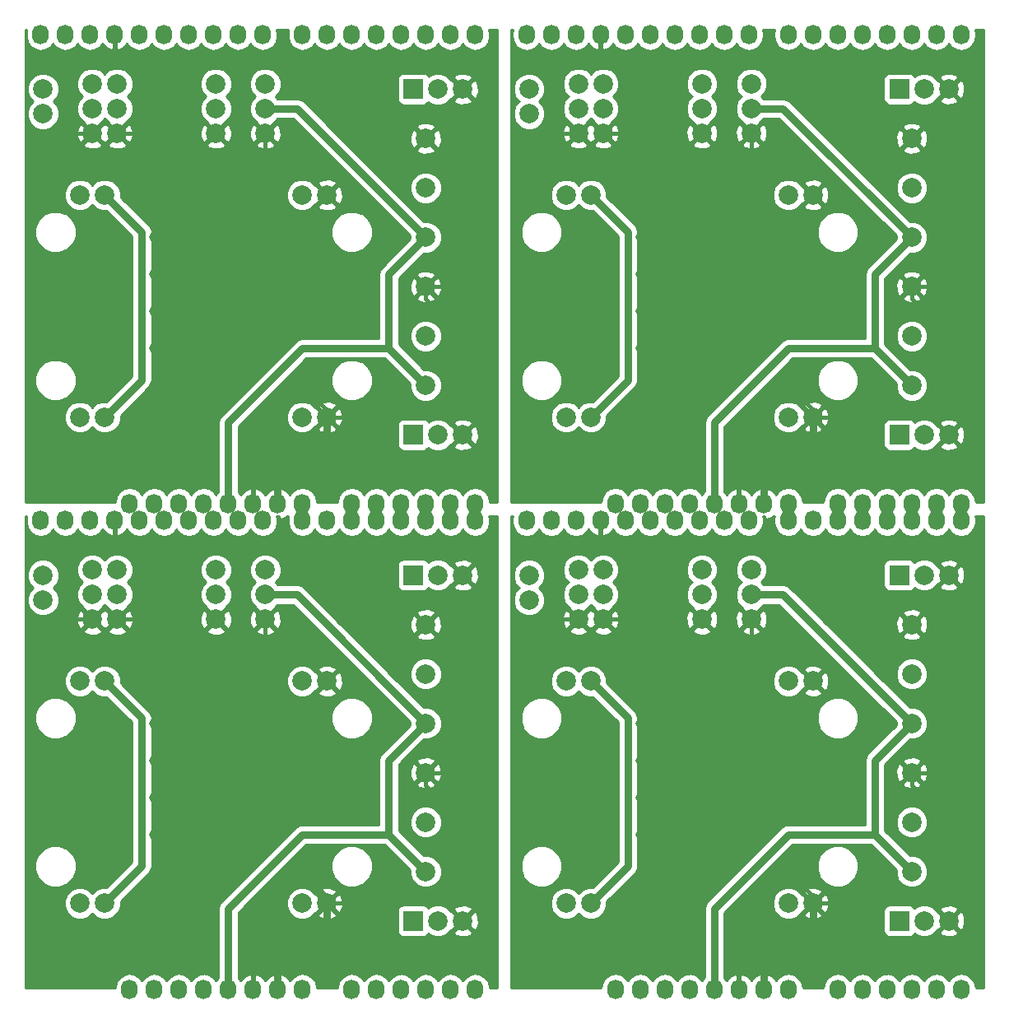
<source format=gtl>
G04 #@! TF.FileFunction,Copper,L1,Top,Signal*
%FSLAX46Y46*%
G04 Gerber Fmt 4.6, Leading zero omitted, Abs format (unit mm)*
G04 Created by KiCad (PCBNEW 4.0.6) date 02/07/18 21:53:05*
%MOMM*%
%LPD*%
G01*
G04 APERTURE LIST*
%ADD10C,0.100000*%
%ADD11C,2.000000*%
%ADD12O,1.727200X2.032000*%
%ADD13R,2.000000X2.000000*%
%ADD14C,1.000000*%
%ADD15C,0.800000*%
%ADD16C,0.400000*%
%ADD17C,0.254000*%
G04 APERTURE END LIST*
D10*
D11*
X99418000Y-136665000D03*
X99418000Y-131585000D03*
X99418000Y-126505000D03*
X63858000Y-117075000D03*
X66398000Y-139935000D03*
X63858000Y-139935000D03*
X66398000Y-117075000D03*
X86718000Y-139935000D03*
X89258000Y-139935000D03*
X86718000Y-117075000D03*
X89258000Y-117075000D03*
D12*
X68938000Y-148825000D03*
X71478000Y-148825000D03*
X74018000Y-148825000D03*
X76558000Y-148825000D03*
X79098000Y-148825000D03*
X81638000Y-148825000D03*
X84178000Y-148825000D03*
X86718000Y-148825000D03*
X91798000Y-148825000D03*
X94338000Y-148825000D03*
X96878000Y-148825000D03*
X99418000Y-148825000D03*
X101958000Y-148825000D03*
X104498000Y-148825000D03*
X59794000Y-100565000D03*
X62334000Y-100565000D03*
X64874000Y-100565000D03*
X67414000Y-100565000D03*
X69954000Y-100565000D03*
X72494000Y-100565000D03*
X75034000Y-100565000D03*
X77574000Y-100565000D03*
X80114000Y-100565000D03*
X82654000Y-100565000D03*
X86718000Y-100565000D03*
X89258000Y-100565000D03*
X91798000Y-100565000D03*
X94338000Y-100565000D03*
X96878000Y-100565000D03*
X99418000Y-100565000D03*
X101958000Y-100565000D03*
X104498000Y-100565000D03*
D13*
X98148000Y-106185000D03*
D11*
X100688000Y-106185000D03*
X103228000Y-106185000D03*
D13*
X98148000Y-141745000D03*
D11*
X100688000Y-141745000D03*
X103228000Y-141745000D03*
X99418000Y-121425000D03*
X99418000Y-116345000D03*
X99418000Y-111265000D03*
X77828000Y-110725000D03*
X77828000Y-108185000D03*
X77828000Y-105645000D03*
X82908000Y-110725000D03*
X82908000Y-108185000D03*
X82908000Y-105645000D03*
X67668000Y-110725000D03*
X65128000Y-110725000D03*
X67668000Y-108185000D03*
X65128000Y-108185000D03*
X67668000Y-105645000D03*
X65128000Y-105645000D03*
X60048000Y-106185000D03*
X60048000Y-108725000D03*
X149418000Y-136665000D03*
X149418000Y-131585000D03*
X149418000Y-126505000D03*
X113858000Y-117075000D03*
X116398000Y-139935000D03*
X113858000Y-139935000D03*
X116398000Y-117075000D03*
X136718000Y-139935000D03*
X139258000Y-139935000D03*
X136718000Y-117075000D03*
X139258000Y-117075000D03*
D12*
X118938000Y-148825000D03*
X121478000Y-148825000D03*
X124018000Y-148825000D03*
X126558000Y-148825000D03*
X129098000Y-148825000D03*
X131638000Y-148825000D03*
X134178000Y-148825000D03*
X136718000Y-148825000D03*
X141798000Y-148825000D03*
X144338000Y-148825000D03*
X146878000Y-148825000D03*
X149418000Y-148825000D03*
X151958000Y-148825000D03*
X154498000Y-148825000D03*
X109794000Y-100565000D03*
X112334000Y-100565000D03*
X114874000Y-100565000D03*
X117414000Y-100565000D03*
X119954000Y-100565000D03*
X122494000Y-100565000D03*
X125034000Y-100565000D03*
X127574000Y-100565000D03*
X130114000Y-100565000D03*
X132654000Y-100565000D03*
X136718000Y-100565000D03*
X139258000Y-100565000D03*
X141798000Y-100565000D03*
X144338000Y-100565000D03*
X146878000Y-100565000D03*
X149418000Y-100565000D03*
X151958000Y-100565000D03*
X154498000Y-100565000D03*
D13*
X148148000Y-106185000D03*
D11*
X150688000Y-106185000D03*
X153228000Y-106185000D03*
D13*
X148148000Y-141745000D03*
D11*
X150688000Y-141745000D03*
X153228000Y-141745000D03*
X149418000Y-121425000D03*
X149418000Y-116345000D03*
X149418000Y-111265000D03*
X127828000Y-110725000D03*
X127828000Y-108185000D03*
X127828000Y-105645000D03*
X132908000Y-110725000D03*
X132908000Y-108185000D03*
X132908000Y-105645000D03*
X117668000Y-110725000D03*
X115128000Y-110725000D03*
X117668000Y-108185000D03*
X115128000Y-108185000D03*
X117668000Y-105645000D03*
X115128000Y-105645000D03*
X110048000Y-106185000D03*
X110048000Y-108725000D03*
X99418000Y-86665000D03*
X99418000Y-81585000D03*
X99418000Y-76505000D03*
X63858000Y-67075000D03*
X66398000Y-89935000D03*
X63858000Y-89935000D03*
X66398000Y-67075000D03*
X86718000Y-89935000D03*
X89258000Y-89935000D03*
X86718000Y-67075000D03*
X89258000Y-67075000D03*
D12*
X68938000Y-98825000D03*
X71478000Y-98825000D03*
X74018000Y-98825000D03*
X76558000Y-98825000D03*
X79098000Y-98825000D03*
X81638000Y-98825000D03*
X84178000Y-98825000D03*
X86718000Y-98825000D03*
X91798000Y-98825000D03*
X94338000Y-98825000D03*
X96878000Y-98825000D03*
X99418000Y-98825000D03*
X101958000Y-98825000D03*
X104498000Y-98825000D03*
X59794000Y-50565000D03*
X62334000Y-50565000D03*
X64874000Y-50565000D03*
X67414000Y-50565000D03*
X69954000Y-50565000D03*
X72494000Y-50565000D03*
X75034000Y-50565000D03*
X77574000Y-50565000D03*
X80114000Y-50565000D03*
X82654000Y-50565000D03*
X86718000Y-50565000D03*
X89258000Y-50565000D03*
X91798000Y-50565000D03*
X94338000Y-50565000D03*
X96878000Y-50565000D03*
X99418000Y-50565000D03*
X101958000Y-50565000D03*
X104498000Y-50565000D03*
D13*
X98148000Y-56185000D03*
D11*
X100688000Y-56185000D03*
X103228000Y-56185000D03*
D13*
X98148000Y-91745000D03*
D11*
X100688000Y-91745000D03*
X103228000Y-91745000D03*
X99418000Y-71425000D03*
X99418000Y-66345000D03*
X99418000Y-61265000D03*
X77828000Y-60725000D03*
X77828000Y-58185000D03*
X77828000Y-55645000D03*
X82908000Y-60725000D03*
X82908000Y-58185000D03*
X82908000Y-55645000D03*
X67668000Y-60725000D03*
X65128000Y-60725000D03*
X67668000Y-58185000D03*
X65128000Y-58185000D03*
X67668000Y-55645000D03*
X65128000Y-55645000D03*
X60048000Y-56185000D03*
X60048000Y-58725000D03*
X149418000Y-86665000D03*
X149418000Y-81585000D03*
X149418000Y-76505000D03*
X113858000Y-67075000D03*
X116398000Y-89935000D03*
X113858000Y-89935000D03*
X116398000Y-67075000D03*
X136718000Y-89935000D03*
X139258000Y-89935000D03*
X136718000Y-67075000D03*
X139258000Y-67075000D03*
D12*
X118938000Y-98825000D03*
X121478000Y-98825000D03*
X124018000Y-98825000D03*
X126558000Y-98825000D03*
X129098000Y-98825000D03*
X131638000Y-98825000D03*
X134178000Y-98825000D03*
X136718000Y-98825000D03*
X141798000Y-98825000D03*
X144338000Y-98825000D03*
X146878000Y-98825000D03*
X149418000Y-98825000D03*
X151958000Y-98825000D03*
X154498000Y-98825000D03*
X109794000Y-50565000D03*
X112334000Y-50565000D03*
X114874000Y-50565000D03*
X117414000Y-50565000D03*
X119954000Y-50565000D03*
X122494000Y-50565000D03*
X125034000Y-50565000D03*
X127574000Y-50565000D03*
X130114000Y-50565000D03*
X132654000Y-50565000D03*
X136718000Y-50565000D03*
X139258000Y-50565000D03*
X141798000Y-50565000D03*
X144338000Y-50565000D03*
X146878000Y-50565000D03*
X149418000Y-50565000D03*
X151958000Y-50565000D03*
X154498000Y-50565000D03*
D13*
X148148000Y-56185000D03*
D11*
X150688000Y-56185000D03*
X153228000Y-56185000D03*
D13*
X148148000Y-91745000D03*
D11*
X150688000Y-91745000D03*
X153228000Y-91745000D03*
X149418000Y-71425000D03*
X149418000Y-66345000D03*
X149418000Y-61265000D03*
X127828000Y-60725000D03*
X127828000Y-58185000D03*
X127828000Y-55645000D03*
X132908000Y-60725000D03*
X132908000Y-58185000D03*
X132908000Y-55645000D03*
X117668000Y-60725000D03*
X115128000Y-60725000D03*
X117668000Y-58185000D03*
X115128000Y-58185000D03*
X117668000Y-55645000D03*
X115128000Y-55645000D03*
X110048000Y-56185000D03*
X110048000Y-58725000D03*
D14*
X101958000Y-130315000D03*
X105768000Y-145555000D03*
X77828000Y-113805000D03*
X82908000Y-113805000D03*
X71478000Y-113805000D03*
X66398000Y-113805000D03*
X66398000Y-136665000D03*
X66398000Y-132855000D03*
X66398000Y-129045000D03*
X66398000Y-125235000D03*
X66398000Y-121425000D03*
X76558000Y-146825000D03*
X96878000Y-146825000D03*
X86718000Y-136665000D03*
X95608000Y-136665000D03*
X91798000Y-125235000D03*
X91798000Y-129045000D03*
X105768000Y-123965000D03*
X105768000Y-115075000D03*
X89258000Y-145555000D03*
X86718000Y-103645000D03*
X94338000Y-103645000D03*
X94338000Y-111265000D03*
X87988000Y-112535000D03*
X74018000Y-104915000D03*
X71478000Y-104915000D03*
X60048000Y-117615000D03*
X60048000Y-123965000D03*
X60048000Y-131585000D03*
X60048000Y-139205000D03*
X60048000Y-146825000D03*
X65128000Y-146825000D03*
X71478000Y-117615000D03*
X82908000Y-117615000D03*
X82908000Y-121425000D03*
X71478000Y-121425000D03*
X71478000Y-125235000D03*
X82908000Y-125235000D03*
X82908000Y-129045000D03*
X71478000Y-129045000D03*
X71478000Y-132855000D03*
X82908000Y-132855000D03*
X71478000Y-136665000D03*
X71478000Y-141745000D03*
X81638000Y-143015000D03*
X151958000Y-130315000D03*
X155768000Y-145555000D03*
X127828000Y-113805000D03*
X132908000Y-113805000D03*
X121478000Y-113805000D03*
X116398000Y-113805000D03*
X116398000Y-136665000D03*
X116398000Y-132855000D03*
X116398000Y-129045000D03*
X116398000Y-125235000D03*
X116398000Y-121425000D03*
X126558000Y-146825000D03*
X146878000Y-146825000D03*
X136718000Y-136665000D03*
X145608000Y-136665000D03*
X141798000Y-125235000D03*
X141798000Y-129045000D03*
X155768000Y-123965000D03*
X155768000Y-115075000D03*
X139258000Y-145555000D03*
X136718000Y-103645000D03*
X144338000Y-103645000D03*
X144338000Y-111265000D03*
X137988000Y-112535000D03*
X124018000Y-104915000D03*
X121478000Y-104915000D03*
X110048000Y-117615000D03*
X110048000Y-123965000D03*
X110048000Y-131585000D03*
X110048000Y-139205000D03*
X110048000Y-146825000D03*
X115128000Y-146825000D03*
X121478000Y-117615000D03*
X132908000Y-117615000D03*
X132908000Y-121425000D03*
X121478000Y-121425000D03*
X121478000Y-125235000D03*
X132908000Y-125235000D03*
X132908000Y-129045000D03*
X121478000Y-129045000D03*
X121478000Y-132855000D03*
X132908000Y-132855000D03*
X121478000Y-136665000D03*
X121478000Y-141745000D03*
X131638000Y-143015000D03*
X101958000Y-80315000D03*
X105768000Y-95555000D03*
X77828000Y-63805000D03*
X82908000Y-63805000D03*
X71478000Y-63805000D03*
X66398000Y-63805000D03*
X66398000Y-86665000D03*
X66398000Y-82855000D03*
X66398000Y-79045000D03*
X66398000Y-75235000D03*
X66398000Y-71425000D03*
X76558000Y-96825000D03*
X96878000Y-96825000D03*
X86718000Y-86665000D03*
X95608000Y-86665000D03*
X91798000Y-75235000D03*
X91798000Y-79045000D03*
X105768000Y-73965000D03*
X105768000Y-65075000D03*
X89258000Y-95555000D03*
X86718000Y-53645000D03*
X94338000Y-53645000D03*
X94338000Y-61265000D03*
X87988000Y-62535000D03*
X74018000Y-54915000D03*
X71478000Y-54915000D03*
X60048000Y-67615000D03*
X60048000Y-73965000D03*
X60048000Y-81585000D03*
X60048000Y-89205000D03*
X60048000Y-96825000D03*
X65128000Y-96825000D03*
X71478000Y-67615000D03*
X82908000Y-67615000D03*
X82908000Y-71425000D03*
X71478000Y-71425000D03*
X71478000Y-75235000D03*
X82908000Y-75235000D03*
X82908000Y-79045000D03*
X71478000Y-79045000D03*
X71478000Y-82855000D03*
X82908000Y-82855000D03*
X71478000Y-86665000D03*
X71478000Y-91745000D03*
X81638000Y-93015000D03*
X151958000Y-80315000D03*
X155768000Y-95555000D03*
X127828000Y-63805000D03*
X132908000Y-63805000D03*
X121478000Y-63805000D03*
X116398000Y-63805000D03*
X116398000Y-86665000D03*
X116398000Y-82855000D03*
X116398000Y-79045000D03*
X116398000Y-75235000D03*
X116398000Y-71425000D03*
X126558000Y-96825000D03*
X146878000Y-96825000D03*
X136718000Y-86665000D03*
X145608000Y-86665000D03*
X141798000Y-75235000D03*
X141798000Y-79045000D03*
X155768000Y-73965000D03*
X155768000Y-65075000D03*
X139258000Y-95555000D03*
X136718000Y-53645000D03*
X144338000Y-53645000D03*
X144338000Y-61265000D03*
X137988000Y-62535000D03*
X124018000Y-54915000D03*
X121478000Y-54915000D03*
X110048000Y-67615000D03*
X110048000Y-73965000D03*
X110048000Y-81585000D03*
X110048000Y-89205000D03*
X110048000Y-96825000D03*
X115128000Y-96825000D03*
X121478000Y-67615000D03*
X132908000Y-67615000D03*
X132908000Y-71425000D03*
X121478000Y-71425000D03*
X121478000Y-75235000D03*
X132908000Y-75235000D03*
X132908000Y-79045000D03*
X121478000Y-79045000D03*
X121478000Y-82855000D03*
X132908000Y-82855000D03*
X121478000Y-86665000D03*
X121478000Y-91745000D03*
X131638000Y-93015000D03*
D15*
X95608000Y-132855000D02*
X95608000Y-125235000D01*
X95608000Y-125235000D02*
X99418000Y-121425000D01*
X79098000Y-148825000D02*
X79098000Y-140475000D01*
X95608000Y-132855000D02*
X99418000Y-136665000D01*
X86718000Y-132855000D02*
X95608000Y-132855000D01*
X79098000Y-140475000D02*
X86718000Y-132855000D01*
X82908000Y-108185000D02*
X86178000Y-108185000D01*
X86178000Y-108185000D02*
X99418000Y-121425000D01*
X145608000Y-132855000D02*
X145608000Y-125235000D01*
X145608000Y-125235000D02*
X149418000Y-121425000D01*
X129098000Y-148825000D02*
X129098000Y-140475000D01*
X145608000Y-132855000D02*
X149418000Y-136665000D01*
X136718000Y-132855000D02*
X145608000Y-132855000D01*
X129098000Y-140475000D02*
X136718000Y-132855000D01*
X132908000Y-108185000D02*
X136178000Y-108185000D01*
X136178000Y-108185000D02*
X149418000Y-121425000D01*
X95608000Y-82855000D02*
X95608000Y-75235000D01*
X95608000Y-75235000D02*
X99418000Y-71425000D01*
X79098000Y-98825000D02*
X79098000Y-90475000D01*
X95608000Y-82855000D02*
X99418000Y-86665000D01*
X86718000Y-82855000D02*
X95608000Y-82855000D01*
X79098000Y-90475000D02*
X86718000Y-82855000D01*
X82908000Y-58185000D02*
X86178000Y-58185000D01*
X86178000Y-58185000D02*
X99418000Y-71425000D01*
X145608000Y-82855000D02*
X145608000Y-75235000D01*
X145608000Y-75235000D02*
X149418000Y-71425000D01*
X129098000Y-98825000D02*
X129098000Y-90475000D01*
X145608000Y-82855000D02*
X149418000Y-86665000D01*
X136718000Y-82855000D02*
X145608000Y-82855000D01*
X129098000Y-90475000D02*
X136718000Y-82855000D01*
X132908000Y-58185000D02*
X136178000Y-58185000D01*
X136178000Y-58185000D02*
X149418000Y-71425000D01*
D16*
X99418000Y-127775000D02*
X101958000Y-130315000D01*
X99418000Y-126505000D02*
X99418000Y-127775000D01*
X96878000Y-145555000D02*
X105768000Y-145555000D01*
X82908000Y-110725000D02*
X82908000Y-113805000D01*
X77828000Y-113805000D02*
X76558000Y-113805000D01*
X60048000Y-113805000D02*
X66398000Y-113805000D01*
X66398000Y-129045000D02*
X66398000Y-132855000D01*
X66398000Y-121425000D02*
X66398000Y-125235000D01*
X71478000Y-141745000D02*
X76558000Y-146825000D01*
X96878000Y-145555000D02*
X96878000Y-146825000D01*
X89258000Y-139935000D02*
X89258000Y-139205000D01*
X89258000Y-139205000D02*
X86718000Y-136665000D01*
X89258000Y-139935000D02*
X92338000Y-139935000D01*
X92338000Y-139935000D02*
X95608000Y-136665000D01*
X67414000Y-100565000D02*
X67414000Y-102121000D01*
X70208000Y-104915000D02*
X71478000Y-104915000D01*
X67414000Y-102121000D02*
X70208000Y-104915000D01*
X91798000Y-129045000D02*
X91798000Y-125235000D01*
X105768000Y-123965000D02*
X105768000Y-115075000D01*
X89258000Y-145555000D02*
X96878000Y-145555000D01*
X103228000Y-126505000D02*
X99418000Y-126505000D01*
X105768000Y-123965000D02*
X103228000Y-126505000D01*
X67668000Y-110725000D02*
X70748000Y-110725000D01*
X94338000Y-111265000D02*
X94338000Y-103645000D01*
X86718000Y-112535000D02*
X87988000Y-112535000D01*
X84178000Y-115075000D02*
X86718000Y-112535000D01*
X77828000Y-115075000D02*
X84178000Y-115075000D01*
X75288000Y-112535000D02*
X76558000Y-113805000D01*
X76558000Y-113805000D02*
X77828000Y-115075000D01*
X75288000Y-111265000D02*
X75288000Y-112535000D01*
X74018000Y-109995000D02*
X75288000Y-111265000D01*
X74018000Y-104915000D02*
X74018000Y-109995000D01*
X71478000Y-109995000D02*
X71478000Y-104915000D01*
X70748000Y-110725000D02*
X71478000Y-109995000D01*
X71478000Y-141745000D02*
X70208000Y-141745000D01*
X63128000Y-110725000D02*
X65128000Y-110725000D01*
X60048000Y-113805000D02*
X63128000Y-110725000D01*
X60048000Y-117615000D02*
X60048000Y-113805000D01*
X60048000Y-131585000D02*
X60048000Y-123965000D01*
X60048000Y-146825000D02*
X60048000Y-139205000D01*
X70208000Y-141745000D02*
X65128000Y-146825000D01*
X71478000Y-117615000D02*
X82908000Y-117615000D01*
X82908000Y-121425000D02*
X71478000Y-121425000D01*
X71478000Y-125235000D02*
X82908000Y-125235000D01*
X82908000Y-129045000D02*
X71478000Y-129045000D01*
X71478000Y-132855000D02*
X82908000Y-132855000D01*
X71478000Y-136665000D02*
X71478000Y-141745000D01*
X81638000Y-143015000D02*
X81638000Y-148825000D01*
D15*
X84178000Y-148825000D02*
X84178000Y-145555000D01*
X89258000Y-141745000D02*
X89258000Y-139935000D01*
X87988000Y-143015000D02*
X89258000Y-141745000D01*
X86718000Y-143015000D02*
X87988000Y-143015000D01*
X84178000Y-145555000D02*
X86718000Y-143015000D01*
D16*
X149418000Y-127775000D02*
X151958000Y-130315000D01*
X149418000Y-126505000D02*
X149418000Y-127775000D01*
X146878000Y-145555000D02*
X155768000Y-145555000D01*
X132908000Y-110725000D02*
X132908000Y-113805000D01*
X127828000Y-113805000D02*
X126558000Y-113805000D01*
X110048000Y-113805000D02*
X116398000Y-113805000D01*
X116398000Y-129045000D02*
X116398000Y-132855000D01*
X116398000Y-121425000D02*
X116398000Y-125235000D01*
X121478000Y-141745000D02*
X126558000Y-146825000D01*
X146878000Y-145555000D02*
X146878000Y-146825000D01*
X139258000Y-139935000D02*
X139258000Y-139205000D01*
X139258000Y-139205000D02*
X136718000Y-136665000D01*
X139258000Y-139935000D02*
X142338000Y-139935000D01*
X142338000Y-139935000D02*
X145608000Y-136665000D01*
X117414000Y-100565000D02*
X117414000Y-102121000D01*
X120208000Y-104915000D02*
X121478000Y-104915000D01*
X117414000Y-102121000D02*
X120208000Y-104915000D01*
X141798000Y-129045000D02*
X141798000Y-125235000D01*
X155768000Y-123965000D02*
X155768000Y-115075000D01*
X139258000Y-145555000D02*
X146878000Y-145555000D01*
X153228000Y-126505000D02*
X149418000Y-126505000D01*
X155768000Y-123965000D02*
X153228000Y-126505000D01*
X117668000Y-110725000D02*
X120748000Y-110725000D01*
X144338000Y-111265000D02*
X144338000Y-103645000D01*
X136718000Y-112535000D02*
X137988000Y-112535000D01*
X134178000Y-115075000D02*
X136718000Y-112535000D01*
X127828000Y-115075000D02*
X134178000Y-115075000D01*
X125288000Y-112535000D02*
X126558000Y-113805000D01*
X126558000Y-113805000D02*
X127828000Y-115075000D01*
X125288000Y-111265000D02*
X125288000Y-112535000D01*
X124018000Y-109995000D02*
X125288000Y-111265000D01*
X124018000Y-104915000D02*
X124018000Y-109995000D01*
X121478000Y-109995000D02*
X121478000Y-104915000D01*
X120748000Y-110725000D02*
X121478000Y-109995000D01*
X121478000Y-141745000D02*
X120208000Y-141745000D01*
X113128000Y-110725000D02*
X115128000Y-110725000D01*
X110048000Y-113805000D02*
X113128000Y-110725000D01*
X110048000Y-117615000D02*
X110048000Y-113805000D01*
X110048000Y-131585000D02*
X110048000Y-123965000D01*
X110048000Y-146825000D02*
X110048000Y-139205000D01*
X120208000Y-141745000D02*
X115128000Y-146825000D01*
X121478000Y-117615000D02*
X132908000Y-117615000D01*
X132908000Y-121425000D02*
X121478000Y-121425000D01*
X121478000Y-125235000D02*
X132908000Y-125235000D01*
X132908000Y-129045000D02*
X121478000Y-129045000D01*
X121478000Y-132855000D02*
X132908000Y-132855000D01*
X121478000Y-136665000D02*
X121478000Y-141745000D01*
X131638000Y-143015000D02*
X131638000Y-148825000D01*
D15*
X134178000Y-148825000D02*
X134178000Y-145555000D01*
X139258000Y-141745000D02*
X139258000Y-139935000D01*
X137988000Y-143015000D02*
X139258000Y-141745000D01*
X136718000Y-143015000D02*
X137988000Y-143015000D01*
X134178000Y-145555000D02*
X136718000Y-143015000D01*
D16*
X99418000Y-77775000D02*
X101958000Y-80315000D01*
X99418000Y-76505000D02*
X99418000Y-77775000D01*
X96878000Y-95555000D02*
X105768000Y-95555000D01*
X82908000Y-60725000D02*
X82908000Y-63805000D01*
X77828000Y-63805000D02*
X76558000Y-63805000D01*
X60048000Y-63805000D02*
X66398000Y-63805000D01*
X66398000Y-79045000D02*
X66398000Y-82855000D01*
X66398000Y-71425000D02*
X66398000Y-75235000D01*
X71478000Y-91745000D02*
X76558000Y-96825000D01*
X96878000Y-95555000D02*
X96878000Y-96825000D01*
X89258000Y-89935000D02*
X89258000Y-89205000D01*
X89258000Y-89205000D02*
X86718000Y-86665000D01*
X89258000Y-89935000D02*
X92338000Y-89935000D01*
X92338000Y-89935000D02*
X95608000Y-86665000D01*
X67414000Y-50565000D02*
X67414000Y-52121000D01*
X70208000Y-54915000D02*
X71478000Y-54915000D01*
X67414000Y-52121000D02*
X70208000Y-54915000D01*
X91798000Y-79045000D02*
X91798000Y-75235000D01*
X105768000Y-73965000D02*
X105768000Y-65075000D01*
X89258000Y-95555000D02*
X96878000Y-95555000D01*
X103228000Y-76505000D02*
X99418000Y-76505000D01*
X105768000Y-73965000D02*
X103228000Y-76505000D01*
X67668000Y-60725000D02*
X70748000Y-60725000D01*
X94338000Y-61265000D02*
X94338000Y-53645000D01*
X86718000Y-62535000D02*
X87988000Y-62535000D01*
X84178000Y-65075000D02*
X86718000Y-62535000D01*
X77828000Y-65075000D02*
X84178000Y-65075000D01*
X75288000Y-62535000D02*
X76558000Y-63805000D01*
X76558000Y-63805000D02*
X77828000Y-65075000D01*
X75288000Y-61265000D02*
X75288000Y-62535000D01*
X74018000Y-59995000D02*
X75288000Y-61265000D01*
X74018000Y-54915000D02*
X74018000Y-59995000D01*
X71478000Y-59995000D02*
X71478000Y-54915000D01*
X70748000Y-60725000D02*
X71478000Y-59995000D01*
X71478000Y-91745000D02*
X70208000Y-91745000D01*
X63128000Y-60725000D02*
X65128000Y-60725000D01*
X60048000Y-63805000D02*
X63128000Y-60725000D01*
X60048000Y-67615000D02*
X60048000Y-63805000D01*
X60048000Y-81585000D02*
X60048000Y-73965000D01*
X60048000Y-96825000D02*
X60048000Y-89205000D01*
X70208000Y-91745000D02*
X65128000Y-96825000D01*
X71478000Y-67615000D02*
X82908000Y-67615000D01*
X82908000Y-71425000D02*
X71478000Y-71425000D01*
X71478000Y-75235000D02*
X82908000Y-75235000D01*
X82908000Y-79045000D02*
X71478000Y-79045000D01*
X71478000Y-82855000D02*
X82908000Y-82855000D01*
X71478000Y-86665000D02*
X71478000Y-91745000D01*
X81638000Y-93015000D02*
X81638000Y-98825000D01*
D15*
X84178000Y-98825000D02*
X84178000Y-95555000D01*
X89258000Y-91745000D02*
X89258000Y-89935000D01*
X87988000Y-93015000D02*
X89258000Y-91745000D01*
X86718000Y-93015000D02*
X87988000Y-93015000D01*
X84178000Y-95555000D02*
X86718000Y-93015000D01*
D16*
X149418000Y-77775000D02*
X151958000Y-80315000D01*
X149418000Y-76505000D02*
X149418000Y-77775000D01*
X146878000Y-95555000D02*
X155768000Y-95555000D01*
X132908000Y-60725000D02*
X132908000Y-63805000D01*
X127828000Y-63805000D02*
X126558000Y-63805000D01*
X110048000Y-63805000D02*
X116398000Y-63805000D01*
X116398000Y-79045000D02*
X116398000Y-82855000D01*
X116398000Y-71425000D02*
X116398000Y-75235000D01*
X121478000Y-91745000D02*
X126558000Y-96825000D01*
X146878000Y-95555000D02*
X146878000Y-96825000D01*
X139258000Y-89935000D02*
X139258000Y-89205000D01*
X139258000Y-89205000D02*
X136718000Y-86665000D01*
X139258000Y-89935000D02*
X142338000Y-89935000D01*
X142338000Y-89935000D02*
X145608000Y-86665000D01*
X117414000Y-50565000D02*
X117414000Y-52121000D01*
X120208000Y-54915000D02*
X121478000Y-54915000D01*
X117414000Y-52121000D02*
X120208000Y-54915000D01*
X141798000Y-79045000D02*
X141798000Y-75235000D01*
X155768000Y-73965000D02*
X155768000Y-65075000D01*
X139258000Y-95555000D02*
X146878000Y-95555000D01*
X153228000Y-76505000D02*
X149418000Y-76505000D01*
X155768000Y-73965000D02*
X153228000Y-76505000D01*
X117668000Y-60725000D02*
X120748000Y-60725000D01*
X144338000Y-61265000D02*
X144338000Y-53645000D01*
X136718000Y-62535000D02*
X137988000Y-62535000D01*
X134178000Y-65075000D02*
X136718000Y-62535000D01*
X127828000Y-65075000D02*
X134178000Y-65075000D01*
X125288000Y-62535000D02*
X126558000Y-63805000D01*
X126558000Y-63805000D02*
X127828000Y-65075000D01*
X125288000Y-61265000D02*
X125288000Y-62535000D01*
X124018000Y-59995000D02*
X125288000Y-61265000D01*
X124018000Y-54915000D02*
X124018000Y-59995000D01*
X121478000Y-59995000D02*
X121478000Y-54915000D01*
X120748000Y-60725000D02*
X121478000Y-59995000D01*
X121478000Y-91745000D02*
X120208000Y-91745000D01*
X113128000Y-60725000D02*
X115128000Y-60725000D01*
X110048000Y-63805000D02*
X113128000Y-60725000D01*
X110048000Y-67615000D02*
X110048000Y-63805000D01*
X110048000Y-81585000D02*
X110048000Y-73965000D01*
X110048000Y-96825000D02*
X110048000Y-89205000D01*
X120208000Y-91745000D02*
X115128000Y-96825000D01*
X121478000Y-67615000D02*
X132908000Y-67615000D01*
X132908000Y-71425000D02*
X121478000Y-71425000D01*
X121478000Y-75235000D02*
X132908000Y-75235000D01*
X132908000Y-79045000D02*
X121478000Y-79045000D01*
X121478000Y-82855000D02*
X132908000Y-82855000D01*
X121478000Y-86665000D02*
X121478000Y-91745000D01*
X131638000Y-93015000D02*
X131638000Y-98825000D01*
D15*
X134178000Y-98825000D02*
X134178000Y-95555000D01*
X139258000Y-91745000D02*
X139258000Y-89935000D01*
X137988000Y-93015000D02*
X139258000Y-91745000D01*
X136718000Y-93015000D02*
X137988000Y-93015000D01*
X134178000Y-95555000D02*
X136718000Y-93015000D01*
X66398000Y-117075000D02*
X70208000Y-120885000D01*
X70208000Y-136125000D02*
X66398000Y-139935000D01*
X70208000Y-120885000D02*
X70208000Y-136125000D01*
X116398000Y-117075000D02*
X120208000Y-120885000D01*
X120208000Y-136125000D02*
X116398000Y-139935000D01*
X120208000Y-120885000D02*
X120208000Y-136125000D01*
X66398000Y-67075000D02*
X70208000Y-70885000D01*
X70208000Y-86125000D02*
X66398000Y-89935000D01*
X70208000Y-70885000D02*
X70208000Y-86125000D01*
X116398000Y-67075000D02*
X120208000Y-70885000D01*
X120208000Y-86125000D02*
X116398000Y-89935000D01*
X120208000Y-70885000D02*
X120208000Y-86125000D01*
D17*
G36*
X58295400Y-100380255D02*
X58295400Y-100749745D01*
X58409474Y-101323234D01*
X58734330Y-101809415D01*
X59220511Y-102134271D01*
X59794000Y-102248345D01*
X60367489Y-102134271D01*
X60853670Y-101809415D01*
X61064000Y-101494634D01*
X61274330Y-101809415D01*
X61760511Y-102134271D01*
X62334000Y-102248345D01*
X62907489Y-102134271D01*
X63393670Y-101809415D01*
X63604000Y-101494634D01*
X63814330Y-101809415D01*
X64300511Y-102134271D01*
X64874000Y-102248345D01*
X65447489Y-102134271D01*
X65933670Y-101809415D01*
X66140461Y-101499931D01*
X66511964Y-101915732D01*
X67039209Y-102169709D01*
X67054974Y-102172358D01*
X67287000Y-102051217D01*
X67287000Y-100692000D01*
X67267000Y-100692000D01*
X67267000Y-100438000D01*
X67287000Y-100438000D01*
X67287000Y-100418000D01*
X67541000Y-100418000D01*
X67541000Y-100438000D01*
X67561000Y-100438000D01*
X67561000Y-100692000D01*
X67541000Y-100692000D01*
X67541000Y-102051217D01*
X67773026Y-102172358D01*
X67788791Y-102169709D01*
X68316036Y-101915732D01*
X68687539Y-101499931D01*
X68894330Y-101809415D01*
X69380511Y-102134271D01*
X69954000Y-102248345D01*
X70527489Y-102134271D01*
X71013670Y-101809415D01*
X71224000Y-101494634D01*
X71434330Y-101809415D01*
X71920511Y-102134271D01*
X72494000Y-102248345D01*
X73067489Y-102134271D01*
X73553670Y-101809415D01*
X73764000Y-101494634D01*
X73974330Y-101809415D01*
X74460511Y-102134271D01*
X75034000Y-102248345D01*
X75607489Y-102134271D01*
X76093670Y-101809415D01*
X76304000Y-101494634D01*
X76514330Y-101809415D01*
X77000511Y-102134271D01*
X77574000Y-102248345D01*
X78147489Y-102134271D01*
X78633670Y-101809415D01*
X78844000Y-101494634D01*
X79054330Y-101809415D01*
X79540511Y-102134271D01*
X80114000Y-102248345D01*
X80687489Y-102134271D01*
X81173670Y-101809415D01*
X81384000Y-101494634D01*
X81594330Y-101809415D01*
X82080511Y-102134271D01*
X82654000Y-102248345D01*
X83227489Y-102134271D01*
X83713670Y-101809415D01*
X84038526Y-101323234D01*
X84152600Y-100749745D01*
X84152600Y-100380255D01*
X84091881Y-100075000D01*
X84305000Y-100075000D01*
X84305000Y-100311217D01*
X84537026Y-100432358D01*
X84552791Y-100429709D01*
X85080036Y-100175732D01*
X85170036Y-100075000D01*
X85280119Y-100075000D01*
X85219400Y-100380255D01*
X85219400Y-100749745D01*
X85333474Y-101323234D01*
X85658330Y-101809415D01*
X86144511Y-102134271D01*
X86718000Y-102248345D01*
X87291489Y-102134271D01*
X87777670Y-101809415D01*
X87988000Y-101494634D01*
X88198330Y-101809415D01*
X88684511Y-102134271D01*
X89258000Y-102248345D01*
X89831489Y-102134271D01*
X90317670Y-101809415D01*
X90528000Y-101494634D01*
X90738330Y-101809415D01*
X91224511Y-102134271D01*
X91798000Y-102248345D01*
X92371489Y-102134271D01*
X92857670Y-101809415D01*
X93068000Y-101494634D01*
X93278330Y-101809415D01*
X93764511Y-102134271D01*
X94338000Y-102248345D01*
X94911489Y-102134271D01*
X95397670Y-101809415D01*
X95608000Y-101494634D01*
X95818330Y-101809415D01*
X96304511Y-102134271D01*
X96878000Y-102248345D01*
X97451489Y-102134271D01*
X97937670Y-101809415D01*
X98148000Y-101494634D01*
X98358330Y-101809415D01*
X98844511Y-102134271D01*
X99418000Y-102248345D01*
X99991489Y-102134271D01*
X100477670Y-101809415D01*
X100688000Y-101494634D01*
X100898330Y-101809415D01*
X101384511Y-102134271D01*
X101958000Y-102248345D01*
X102531489Y-102134271D01*
X103017670Y-101809415D01*
X103228000Y-101494634D01*
X103438330Y-101809415D01*
X103924511Y-102134271D01*
X104498000Y-102248345D01*
X105071489Y-102134271D01*
X105557670Y-101809415D01*
X105882526Y-101323234D01*
X105996600Y-100749745D01*
X105996600Y-100380255D01*
X105935881Y-100075000D01*
X106798000Y-100075000D01*
X106798000Y-148655000D01*
X105996600Y-148655000D01*
X105996600Y-148640255D01*
X105882526Y-148066766D01*
X105557670Y-147580585D01*
X105071489Y-147255729D01*
X104498000Y-147141655D01*
X103924511Y-147255729D01*
X103438330Y-147580585D01*
X103228000Y-147895366D01*
X103017670Y-147580585D01*
X102531489Y-147255729D01*
X101958000Y-147141655D01*
X101384511Y-147255729D01*
X100898330Y-147580585D01*
X100688000Y-147895366D01*
X100477670Y-147580585D01*
X99991489Y-147255729D01*
X99418000Y-147141655D01*
X98844511Y-147255729D01*
X98358330Y-147580585D01*
X98148000Y-147895366D01*
X97937670Y-147580585D01*
X97451489Y-147255729D01*
X96878000Y-147141655D01*
X96304511Y-147255729D01*
X95818330Y-147580585D01*
X95608000Y-147895366D01*
X95397670Y-147580585D01*
X94911489Y-147255729D01*
X94338000Y-147141655D01*
X93764511Y-147255729D01*
X93278330Y-147580585D01*
X93068000Y-147895366D01*
X92857670Y-147580585D01*
X92371489Y-147255729D01*
X91798000Y-147141655D01*
X91224511Y-147255729D01*
X90738330Y-147580585D01*
X90413474Y-148066766D01*
X90299400Y-148640255D01*
X90299400Y-148655000D01*
X88216600Y-148655000D01*
X88216600Y-148640255D01*
X88102526Y-148066766D01*
X87777670Y-147580585D01*
X87291489Y-147255729D01*
X86718000Y-147141655D01*
X86144511Y-147255729D01*
X85658330Y-147580585D01*
X85451539Y-147890069D01*
X85080036Y-147474268D01*
X84552791Y-147220291D01*
X84537026Y-147217642D01*
X84305000Y-147338783D01*
X84305000Y-148655000D01*
X84051000Y-148655000D01*
X84051000Y-147338783D01*
X83818974Y-147217642D01*
X83803209Y-147220291D01*
X83275964Y-147474268D01*
X82908000Y-147886108D01*
X82540036Y-147474268D01*
X82012791Y-147220291D01*
X81997026Y-147217642D01*
X81765000Y-147338783D01*
X81765000Y-148655000D01*
X81511000Y-148655000D01*
X81511000Y-147338783D01*
X81278974Y-147217642D01*
X81263209Y-147220291D01*
X80735964Y-147474268D01*
X80364461Y-147890069D01*
X80157670Y-147580585D01*
X80133000Y-147564101D01*
X80133000Y-140903712D01*
X80777916Y-140258795D01*
X85082716Y-140258795D01*
X85331106Y-140859943D01*
X85790637Y-141320278D01*
X86391352Y-141569716D01*
X87041795Y-141570284D01*
X87642943Y-141321894D01*
X87877715Y-141087532D01*
X88285073Y-141087532D01*
X88383736Y-141354387D01*
X88993461Y-141580908D01*
X89643460Y-141556856D01*
X90132264Y-141354387D01*
X90230927Y-141087532D01*
X89258000Y-140114605D01*
X88285073Y-141087532D01*
X87877715Y-141087532D01*
X88070562Y-140895022D01*
X88105468Y-140907927D01*
X89078395Y-139935000D01*
X89437605Y-139935000D01*
X90410532Y-140907927D01*
X90677387Y-140809264D01*
X90701261Y-140745000D01*
X96500560Y-140745000D01*
X96500560Y-142745000D01*
X96544838Y-142980317D01*
X96683910Y-143196441D01*
X96896110Y-143341431D01*
X97148000Y-143392440D01*
X99148000Y-143392440D01*
X99383317Y-143348162D01*
X99599441Y-143209090D01*
X99696910Y-143066439D01*
X99760637Y-143130278D01*
X100361352Y-143379716D01*
X101011795Y-143380284D01*
X101612943Y-143131894D01*
X101847715Y-142897532D01*
X102255073Y-142897532D01*
X102353736Y-143164387D01*
X102963461Y-143390908D01*
X103613460Y-143366856D01*
X104102264Y-143164387D01*
X104200927Y-142897532D01*
X103228000Y-141924605D01*
X102255073Y-142897532D01*
X101847715Y-142897532D01*
X102040562Y-142705022D01*
X102075468Y-142717927D01*
X103048395Y-141745000D01*
X103407605Y-141745000D01*
X104380532Y-142717927D01*
X104647387Y-142619264D01*
X104873908Y-142009539D01*
X104849856Y-141359540D01*
X104647387Y-140870736D01*
X104380532Y-140772073D01*
X103407605Y-141745000D01*
X103048395Y-141745000D01*
X102075468Y-140772073D01*
X102040062Y-140785164D01*
X101847703Y-140592468D01*
X102255073Y-140592468D01*
X103228000Y-141565395D01*
X104200927Y-140592468D01*
X104102264Y-140325613D01*
X103492539Y-140099092D01*
X102842540Y-140123144D01*
X102353736Y-140325613D01*
X102255073Y-140592468D01*
X101847703Y-140592468D01*
X101615363Y-140359722D01*
X101014648Y-140110284D01*
X100364205Y-140109716D01*
X99763057Y-140358106D01*
X99696426Y-140424621D01*
X99612090Y-140293559D01*
X99399890Y-140148569D01*
X99148000Y-140097560D01*
X97148000Y-140097560D01*
X96912683Y-140141838D01*
X96696559Y-140280910D01*
X96551569Y-140493110D01*
X96500560Y-140745000D01*
X90701261Y-140745000D01*
X90903908Y-140199539D01*
X90879856Y-139549540D01*
X90677387Y-139060736D01*
X90410532Y-138962073D01*
X89437605Y-139935000D01*
X89078395Y-139935000D01*
X88105468Y-138962073D01*
X88070062Y-138975164D01*
X87877703Y-138782468D01*
X88285073Y-138782468D01*
X89258000Y-139755395D01*
X90230927Y-138782468D01*
X90132264Y-138515613D01*
X89522539Y-138289092D01*
X88872540Y-138313144D01*
X88383736Y-138515613D01*
X88285073Y-138782468D01*
X87877703Y-138782468D01*
X87645363Y-138549722D01*
X87044648Y-138300284D01*
X86394205Y-138299716D01*
X85793057Y-138548106D01*
X85332722Y-139007637D01*
X85083284Y-139608352D01*
X85082716Y-140258795D01*
X80777916Y-140258795D01*
X84488896Y-136547815D01*
X89662630Y-136547815D01*
X89986980Y-137332800D01*
X90587041Y-137933909D01*
X91371459Y-138259628D01*
X92220815Y-138260370D01*
X93005800Y-137936020D01*
X93606909Y-137335959D01*
X93932628Y-136551541D01*
X93933370Y-135702185D01*
X93609020Y-134917200D01*
X93008959Y-134316091D01*
X92224541Y-133990372D01*
X91375185Y-133989630D01*
X90590200Y-134313980D01*
X89989091Y-134914041D01*
X89663372Y-135698459D01*
X89662630Y-136547815D01*
X84488896Y-136547815D01*
X87146711Y-133890000D01*
X95179288Y-133890000D01*
X97783148Y-136493859D01*
X97782716Y-136988795D01*
X98031106Y-137589943D01*
X98490637Y-138050278D01*
X99091352Y-138299716D01*
X99741795Y-138300284D01*
X100342943Y-138051894D01*
X100803278Y-137592363D01*
X101052716Y-136991648D01*
X101053284Y-136341205D01*
X100804894Y-135740057D01*
X100345363Y-135279722D01*
X99744648Y-135030284D01*
X99246560Y-135029849D01*
X96643000Y-132426288D01*
X96643000Y-131908795D01*
X97782716Y-131908795D01*
X98031106Y-132509943D01*
X98490637Y-132970278D01*
X99091352Y-133219716D01*
X99741795Y-133220284D01*
X100342943Y-132971894D01*
X100803278Y-132512363D01*
X101052716Y-131911648D01*
X101053284Y-131261205D01*
X100804894Y-130660057D01*
X100345363Y-130199722D01*
X99744648Y-129950284D01*
X99094205Y-129949716D01*
X98493057Y-130198106D01*
X98032722Y-130657637D01*
X97783284Y-131258352D01*
X97782716Y-131908795D01*
X96643000Y-131908795D01*
X96643000Y-127657532D01*
X98445073Y-127657532D01*
X98543736Y-127924387D01*
X99153461Y-128150908D01*
X99803460Y-128126856D01*
X100292264Y-127924387D01*
X100390927Y-127657532D01*
X99418000Y-126684605D01*
X98445073Y-127657532D01*
X96643000Y-127657532D01*
X96643000Y-126240461D01*
X97772092Y-126240461D01*
X97796144Y-126890460D01*
X97998613Y-127379264D01*
X98265468Y-127477927D01*
X99238395Y-126505000D01*
X99597605Y-126505000D01*
X100570532Y-127477927D01*
X100837387Y-127379264D01*
X101063908Y-126769539D01*
X101039856Y-126119540D01*
X100837387Y-125630736D01*
X100570532Y-125532073D01*
X99597605Y-126505000D01*
X99238395Y-126505000D01*
X98265468Y-125532073D01*
X97998613Y-125630736D01*
X97772092Y-126240461D01*
X96643000Y-126240461D01*
X96643000Y-125663712D01*
X96954243Y-125352468D01*
X98445073Y-125352468D01*
X99418000Y-126325395D01*
X100390927Y-125352468D01*
X100292264Y-125085613D01*
X99682539Y-124859092D01*
X99032540Y-124883144D01*
X98543736Y-125085613D01*
X98445073Y-125352468D01*
X96954243Y-125352468D01*
X99246859Y-123059852D01*
X99741795Y-123060284D01*
X100342943Y-122811894D01*
X100803278Y-122352363D01*
X101052716Y-121751648D01*
X101053284Y-121101205D01*
X100804894Y-120500057D01*
X100345363Y-120039722D01*
X99744648Y-119790284D01*
X99246560Y-119789849D01*
X96125507Y-116668795D01*
X97782716Y-116668795D01*
X98031106Y-117269943D01*
X98490637Y-117730278D01*
X99091352Y-117979716D01*
X99741795Y-117980284D01*
X100342943Y-117731894D01*
X100803278Y-117272363D01*
X101052716Y-116671648D01*
X101053284Y-116021205D01*
X100804894Y-115420057D01*
X100345363Y-114959722D01*
X99744648Y-114710284D01*
X99094205Y-114709716D01*
X98493057Y-114958106D01*
X98032722Y-115417637D01*
X97783284Y-116018352D01*
X97782716Y-116668795D01*
X96125507Y-116668795D01*
X91874244Y-112417532D01*
X98445073Y-112417532D01*
X98543736Y-112684387D01*
X99153461Y-112910908D01*
X99803460Y-112886856D01*
X100292264Y-112684387D01*
X100390927Y-112417532D01*
X99418000Y-111444605D01*
X98445073Y-112417532D01*
X91874244Y-112417532D01*
X90457173Y-111000461D01*
X97772092Y-111000461D01*
X97796144Y-111650460D01*
X97998613Y-112139264D01*
X98265468Y-112237927D01*
X99238395Y-111265000D01*
X99597605Y-111265000D01*
X100570532Y-112237927D01*
X100837387Y-112139264D01*
X101063908Y-111529539D01*
X101039856Y-110879540D01*
X100837387Y-110390736D01*
X100570532Y-110292073D01*
X99597605Y-111265000D01*
X99238395Y-111265000D01*
X98265468Y-110292073D01*
X97998613Y-110390736D01*
X97772092Y-111000461D01*
X90457173Y-111000461D01*
X89569180Y-110112468D01*
X98445073Y-110112468D01*
X99418000Y-111085395D01*
X100390927Y-110112468D01*
X100292264Y-109845613D01*
X99682539Y-109619092D01*
X99032540Y-109643144D01*
X98543736Y-109845613D01*
X98445073Y-110112468D01*
X89569180Y-110112468D01*
X86909856Y-107453144D01*
X86574077Y-107228785D01*
X86178000Y-107149999D01*
X86177995Y-107150000D01*
X84185029Y-107150000D01*
X83950241Y-106914801D01*
X84293278Y-106572363D01*
X84542716Y-105971648D01*
X84543284Y-105321205D01*
X84487006Y-105185000D01*
X96500560Y-105185000D01*
X96500560Y-107185000D01*
X96544838Y-107420317D01*
X96683910Y-107636441D01*
X96896110Y-107781431D01*
X97148000Y-107832440D01*
X99148000Y-107832440D01*
X99383317Y-107788162D01*
X99599441Y-107649090D01*
X99696910Y-107506439D01*
X99760637Y-107570278D01*
X100361352Y-107819716D01*
X101011795Y-107820284D01*
X101612943Y-107571894D01*
X101847715Y-107337532D01*
X102255073Y-107337532D01*
X102353736Y-107604387D01*
X102963461Y-107830908D01*
X103613460Y-107806856D01*
X104102264Y-107604387D01*
X104200927Y-107337532D01*
X103228000Y-106364605D01*
X102255073Y-107337532D01*
X101847715Y-107337532D01*
X102040562Y-107145022D01*
X102075468Y-107157927D01*
X103048395Y-106185000D01*
X103407605Y-106185000D01*
X104380532Y-107157927D01*
X104647387Y-107059264D01*
X104873908Y-106449539D01*
X104849856Y-105799540D01*
X104647387Y-105310736D01*
X104380532Y-105212073D01*
X103407605Y-106185000D01*
X103048395Y-106185000D01*
X102075468Y-105212073D01*
X102040062Y-105225164D01*
X101847703Y-105032468D01*
X102255073Y-105032468D01*
X103228000Y-106005395D01*
X104200927Y-105032468D01*
X104102264Y-104765613D01*
X103492539Y-104539092D01*
X102842540Y-104563144D01*
X102353736Y-104765613D01*
X102255073Y-105032468D01*
X101847703Y-105032468D01*
X101615363Y-104799722D01*
X101014648Y-104550284D01*
X100364205Y-104549716D01*
X99763057Y-104798106D01*
X99696426Y-104864621D01*
X99612090Y-104733559D01*
X99399890Y-104588569D01*
X99148000Y-104537560D01*
X97148000Y-104537560D01*
X96912683Y-104581838D01*
X96696559Y-104720910D01*
X96551569Y-104933110D01*
X96500560Y-105185000D01*
X84487006Y-105185000D01*
X84294894Y-104720057D01*
X83835363Y-104259722D01*
X83234648Y-104010284D01*
X82584205Y-104009716D01*
X81983057Y-104258106D01*
X81522722Y-104717637D01*
X81273284Y-105318352D01*
X81272716Y-105968795D01*
X81521106Y-106569943D01*
X81865759Y-106915199D01*
X81522722Y-107257637D01*
X81273284Y-107858352D01*
X81272716Y-108508795D01*
X81521106Y-109109943D01*
X81947978Y-109537562D01*
X81935073Y-109572468D01*
X82908000Y-110545395D01*
X83880927Y-109572468D01*
X83867836Y-109537062D01*
X84185453Y-109220000D01*
X85749288Y-109220000D01*
X97783148Y-121253859D01*
X97782849Y-121596440D01*
X94876144Y-124503144D01*
X94651785Y-124838923D01*
X94572999Y-125235000D01*
X94573000Y-125235005D01*
X94573000Y-131820000D01*
X86718000Y-131820000D01*
X86321922Y-131898785D01*
X86187429Y-131988651D01*
X85986144Y-132123144D01*
X85986142Y-132123147D01*
X78366144Y-139743144D01*
X78141785Y-140078923D01*
X78062999Y-140475000D01*
X78063000Y-140475005D01*
X78063000Y-147564101D01*
X78038330Y-147580585D01*
X77828000Y-147895366D01*
X77617670Y-147580585D01*
X77131489Y-147255729D01*
X76558000Y-147141655D01*
X75984511Y-147255729D01*
X75498330Y-147580585D01*
X75288000Y-147895366D01*
X75077670Y-147580585D01*
X74591489Y-147255729D01*
X74018000Y-147141655D01*
X73444511Y-147255729D01*
X72958330Y-147580585D01*
X72748000Y-147895366D01*
X72537670Y-147580585D01*
X72051489Y-147255729D01*
X71478000Y-147141655D01*
X70904511Y-147255729D01*
X70418330Y-147580585D01*
X70208000Y-147895366D01*
X69997670Y-147580585D01*
X69511489Y-147255729D01*
X68938000Y-147141655D01*
X68364511Y-147255729D01*
X67878330Y-147580585D01*
X67553474Y-148066766D01*
X67439400Y-148640255D01*
X67439400Y-148655000D01*
X58218000Y-148655000D01*
X58218000Y-136547815D01*
X59182630Y-136547815D01*
X59506980Y-137332800D01*
X60107041Y-137933909D01*
X60891459Y-138259628D01*
X61740815Y-138260370D01*
X62525800Y-137936020D01*
X63126909Y-137335959D01*
X63452628Y-136551541D01*
X63453370Y-135702185D01*
X63129020Y-134917200D01*
X62528959Y-134316091D01*
X61744541Y-133990372D01*
X60895185Y-133989630D01*
X60110200Y-134313980D01*
X59509091Y-134914041D01*
X59183372Y-135698459D01*
X59182630Y-136547815D01*
X58218000Y-136547815D01*
X58218000Y-121307815D01*
X59182630Y-121307815D01*
X59506980Y-122092800D01*
X60107041Y-122693909D01*
X60891459Y-123019628D01*
X61740815Y-123020370D01*
X62525800Y-122696020D01*
X63126909Y-122095959D01*
X63452628Y-121311541D01*
X63453370Y-120462185D01*
X63129020Y-119677200D01*
X62528959Y-119076091D01*
X61744541Y-118750372D01*
X60895185Y-118749630D01*
X60110200Y-119073980D01*
X59509091Y-119674041D01*
X59183372Y-120458459D01*
X59182630Y-121307815D01*
X58218000Y-121307815D01*
X58218000Y-117398795D01*
X62222716Y-117398795D01*
X62471106Y-117999943D01*
X62930637Y-118460278D01*
X63531352Y-118709716D01*
X64181795Y-118710284D01*
X64782943Y-118461894D01*
X65128199Y-118117241D01*
X65470637Y-118460278D01*
X66071352Y-118709716D01*
X66569439Y-118710151D01*
X69173000Y-121313711D01*
X69173000Y-135696289D01*
X66569140Y-138300148D01*
X66074205Y-138299716D01*
X65473057Y-138548106D01*
X65127801Y-138892759D01*
X64785363Y-138549722D01*
X64184648Y-138300284D01*
X63534205Y-138299716D01*
X62933057Y-138548106D01*
X62472722Y-139007637D01*
X62223284Y-139608352D01*
X62222716Y-140258795D01*
X62471106Y-140859943D01*
X62930637Y-141320278D01*
X63531352Y-141569716D01*
X64181795Y-141570284D01*
X64782943Y-141321894D01*
X65128199Y-140977241D01*
X65470637Y-141320278D01*
X66071352Y-141569716D01*
X66721795Y-141570284D01*
X67322943Y-141321894D01*
X67783278Y-140862363D01*
X68032716Y-140261648D01*
X68033151Y-139763561D01*
X70939853Y-136856858D01*
X70939856Y-136856856D01*
X71164215Y-136521077D01*
X71199994Y-136341205D01*
X71243001Y-136125000D01*
X71243000Y-136124995D01*
X71243000Y-121307815D01*
X89662630Y-121307815D01*
X89986980Y-122092800D01*
X90587041Y-122693909D01*
X91371459Y-123019628D01*
X92220815Y-123020370D01*
X93005800Y-122696020D01*
X93606909Y-122095959D01*
X93932628Y-121311541D01*
X93933370Y-120462185D01*
X93609020Y-119677200D01*
X93008959Y-119076091D01*
X92224541Y-118750372D01*
X91375185Y-118749630D01*
X90590200Y-119073980D01*
X89989091Y-119674041D01*
X89663372Y-120458459D01*
X89662630Y-121307815D01*
X71243000Y-121307815D01*
X71243000Y-120885005D01*
X71243001Y-120885000D01*
X71164215Y-120488923D01*
X71098116Y-120389999D01*
X70939856Y-120153144D01*
X70939853Y-120153142D01*
X68185507Y-117398795D01*
X85082716Y-117398795D01*
X85331106Y-117999943D01*
X85790637Y-118460278D01*
X86391352Y-118709716D01*
X87041795Y-118710284D01*
X87642943Y-118461894D01*
X87877715Y-118227532D01*
X88285073Y-118227532D01*
X88383736Y-118494387D01*
X88993461Y-118720908D01*
X89643460Y-118696856D01*
X90132264Y-118494387D01*
X90230927Y-118227532D01*
X89258000Y-117254605D01*
X88285073Y-118227532D01*
X87877715Y-118227532D01*
X88070562Y-118035022D01*
X88105468Y-118047927D01*
X89078395Y-117075000D01*
X89437605Y-117075000D01*
X90410532Y-118047927D01*
X90677387Y-117949264D01*
X90903908Y-117339539D01*
X90879856Y-116689540D01*
X90677387Y-116200736D01*
X90410532Y-116102073D01*
X89437605Y-117075000D01*
X89078395Y-117075000D01*
X88105468Y-116102073D01*
X88070062Y-116115164D01*
X87877703Y-115922468D01*
X88285073Y-115922468D01*
X89258000Y-116895395D01*
X90230927Y-115922468D01*
X90132264Y-115655613D01*
X89522539Y-115429092D01*
X88872540Y-115453144D01*
X88383736Y-115655613D01*
X88285073Y-115922468D01*
X87877703Y-115922468D01*
X87645363Y-115689722D01*
X87044648Y-115440284D01*
X86394205Y-115439716D01*
X85793057Y-115688106D01*
X85332722Y-116147637D01*
X85083284Y-116748352D01*
X85082716Y-117398795D01*
X68185507Y-117398795D01*
X68032852Y-117246140D01*
X68033284Y-116751205D01*
X67784894Y-116150057D01*
X67325363Y-115689722D01*
X66724648Y-115440284D01*
X66074205Y-115439716D01*
X65473057Y-115688106D01*
X65127801Y-116032759D01*
X64785363Y-115689722D01*
X64184648Y-115440284D01*
X63534205Y-115439716D01*
X62933057Y-115688106D01*
X62472722Y-116147637D01*
X62223284Y-116748352D01*
X62222716Y-117398795D01*
X58218000Y-117398795D01*
X58218000Y-111877532D01*
X64155073Y-111877532D01*
X64253736Y-112144387D01*
X64863461Y-112370908D01*
X65513460Y-112346856D01*
X66002264Y-112144387D01*
X66100927Y-111877532D01*
X66695073Y-111877532D01*
X66793736Y-112144387D01*
X67403461Y-112370908D01*
X68053460Y-112346856D01*
X68542264Y-112144387D01*
X68640927Y-111877532D01*
X76855073Y-111877532D01*
X76953736Y-112144387D01*
X77563461Y-112370908D01*
X78213460Y-112346856D01*
X78702264Y-112144387D01*
X78800927Y-111877532D01*
X81935073Y-111877532D01*
X82033736Y-112144387D01*
X82643461Y-112370908D01*
X83293460Y-112346856D01*
X83782264Y-112144387D01*
X83880927Y-111877532D01*
X82908000Y-110904605D01*
X81935073Y-111877532D01*
X78800927Y-111877532D01*
X77828000Y-110904605D01*
X76855073Y-111877532D01*
X68640927Y-111877532D01*
X67668000Y-110904605D01*
X66695073Y-111877532D01*
X66100927Y-111877532D01*
X65128000Y-110904605D01*
X64155073Y-111877532D01*
X58218000Y-111877532D01*
X58218000Y-110460461D01*
X63482092Y-110460461D01*
X63506144Y-111110460D01*
X63708613Y-111599264D01*
X63975468Y-111697927D01*
X64948395Y-110725000D01*
X65307605Y-110725000D01*
X66280532Y-111697927D01*
X66398000Y-111654496D01*
X66515468Y-111697927D01*
X67488395Y-110725000D01*
X67847605Y-110725000D01*
X68820532Y-111697927D01*
X69087387Y-111599264D01*
X69313908Y-110989539D01*
X69294331Y-110460461D01*
X76182092Y-110460461D01*
X76206144Y-111110460D01*
X76408613Y-111599264D01*
X76675468Y-111697927D01*
X77648395Y-110725000D01*
X78007605Y-110725000D01*
X78980532Y-111697927D01*
X79247387Y-111599264D01*
X79473908Y-110989539D01*
X79454331Y-110460461D01*
X81262092Y-110460461D01*
X81286144Y-111110460D01*
X81488613Y-111599264D01*
X81755468Y-111697927D01*
X82728395Y-110725000D01*
X83087605Y-110725000D01*
X84060532Y-111697927D01*
X84327387Y-111599264D01*
X84553908Y-110989539D01*
X84529856Y-110339540D01*
X84327387Y-109850736D01*
X84060532Y-109752073D01*
X83087605Y-110725000D01*
X82728395Y-110725000D01*
X81755468Y-109752073D01*
X81488613Y-109850736D01*
X81262092Y-110460461D01*
X79454331Y-110460461D01*
X79449856Y-110339540D01*
X79247387Y-109850736D01*
X78980532Y-109752073D01*
X78007605Y-110725000D01*
X77648395Y-110725000D01*
X76675468Y-109752073D01*
X76408613Y-109850736D01*
X76182092Y-110460461D01*
X69294331Y-110460461D01*
X69289856Y-110339540D01*
X69087387Y-109850736D01*
X68820532Y-109752073D01*
X67847605Y-110725000D01*
X67488395Y-110725000D01*
X66515468Y-109752073D01*
X66398000Y-109795504D01*
X66280532Y-109752073D01*
X65307605Y-110725000D01*
X64948395Y-110725000D01*
X63975468Y-109752073D01*
X63708613Y-109850736D01*
X63482092Y-110460461D01*
X58218000Y-110460461D01*
X58218000Y-106508795D01*
X58412716Y-106508795D01*
X58661106Y-107109943D01*
X59005759Y-107455199D01*
X58662722Y-107797637D01*
X58413284Y-108398352D01*
X58412716Y-109048795D01*
X58661106Y-109649943D01*
X59120637Y-110110278D01*
X59721352Y-110359716D01*
X60371795Y-110360284D01*
X60972943Y-110111894D01*
X61433278Y-109652363D01*
X61682716Y-109051648D01*
X61683284Y-108401205D01*
X61434894Y-107800057D01*
X61090241Y-107454801D01*
X61433278Y-107112363D01*
X61682716Y-106511648D01*
X61683190Y-105968795D01*
X63492716Y-105968795D01*
X63741106Y-106569943D01*
X64085759Y-106915199D01*
X63742722Y-107257637D01*
X63493284Y-107858352D01*
X63492716Y-108508795D01*
X63741106Y-109109943D01*
X64167978Y-109537562D01*
X64155073Y-109572468D01*
X65128000Y-110545395D01*
X66100927Y-109572468D01*
X66087836Y-109537062D01*
X66398199Y-109227241D01*
X66707978Y-109537562D01*
X66695073Y-109572468D01*
X67668000Y-110545395D01*
X68640927Y-109572468D01*
X68627836Y-109537062D01*
X69053278Y-109112363D01*
X69302716Y-108511648D01*
X69303284Y-107861205D01*
X69054894Y-107260057D01*
X68710241Y-106914801D01*
X69053278Y-106572363D01*
X69302716Y-105971648D01*
X69302718Y-105968795D01*
X76192716Y-105968795D01*
X76441106Y-106569943D01*
X76785759Y-106915199D01*
X76442722Y-107257637D01*
X76193284Y-107858352D01*
X76192716Y-108508795D01*
X76441106Y-109109943D01*
X76867978Y-109537562D01*
X76855073Y-109572468D01*
X77828000Y-110545395D01*
X78800927Y-109572468D01*
X78787836Y-109537062D01*
X79213278Y-109112363D01*
X79462716Y-108511648D01*
X79463284Y-107861205D01*
X79214894Y-107260057D01*
X78870241Y-106914801D01*
X79213278Y-106572363D01*
X79462716Y-105971648D01*
X79463284Y-105321205D01*
X79214894Y-104720057D01*
X78755363Y-104259722D01*
X78154648Y-104010284D01*
X77504205Y-104009716D01*
X76903057Y-104258106D01*
X76442722Y-104717637D01*
X76193284Y-105318352D01*
X76192716Y-105968795D01*
X69302718Y-105968795D01*
X69303284Y-105321205D01*
X69054894Y-104720057D01*
X68595363Y-104259722D01*
X67994648Y-104010284D01*
X67344205Y-104009716D01*
X66743057Y-104258106D01*
X66397801Y-104602759D01*
X66055363Y-104259722D01*
X65454648Y-104010284D01*
X64804205Y-104009716D01*
X64203057Y-104258106D01*
X63742722Y-104717637D01*
X63493284Y-105318352D01*
X63492716Y-105968795D01*
X61683190Y-105968795D01*
X61683284Y-105861205D01*
X61434894Y-105260057D01*
X60975363Y-104799722D01*
X60374648Y-104550284D01*
X59724205Y-104549716D01*
X59123057Y-104798106D01*
X58662722Y-105257637D01*
X58413284Y-105858352D01*
X58412716Y-106508795D01*
X58218000Y-106508795D01*
X58218000Y-100075000D01*
X58356119Y-100075000D01*
X58295400Y-100380255D01*
X58295400Y-100380255D01*
G37*
X58295400Y-100380255D02*
X58295400Y-100749745D01*
X58409474Y-101323234D01*
X58734330Y-101809415D01*
X59220511Y-102134271D01*
X59794000Y-102248345D01*
X60367489Y-102134271D01*
X60853670Y-101809415D01*
X61064000Y-101494634D01*
X61274330Y-101809415D01*
X61760511Y-102134271D01*
X62334000Y-102248345D01*
X62907489Y-102134271D01*
X63393670Y-101809415D01*
X63604000Y-101494634D01*
X63814330Y-101809415D01*
X64300511Y-102134271D01*
X64874000Y-102248345D01*
X65447489Y-102134271D01*
X65933670Y-101809415D01*
X66140461Y-101499931D01*
X66511964Y-101915732D01*
X67039209Y-102169709D01*
X67054974Y-102172358D01*
X67287000Y-102051217D01*
X67287000Y-100692000D01*
X67267000Y-100692000D01*
X67267000Y-100438000D01*
X67287000Y-100438000D01*
X67287000Y-100418000D01*
X67541000Y-100418000D01*
X67541000Y-100438000D01*
X67561000Y-100438000D01*
X67561000Y-100692000D01*
X67541000Y-100692000D01*
X67541000Y-102051217D01*
X67773026Y-102172358D01*
X67788791Y-102169709D01*
X68316036Y-101915732D01*
X68687539Y-101499931D01*
X68894330Y-101809415D01*
X69380511Y-102134271D01*
X69954000Y-102248345D01*
X70527489Y-102134271D01*
X71013670Y-101809415D01*
X71224000Y-101494634D01*
X71434330Y-101809415D01*
X71920511Y-102134271D01*
X72494000Y-102248345D01*
X73067489Y-102134271D01*
X73553670Y-101809415D01*
X73764000Y-101494634D01*
X73974330Y-101809415D01*
X74460511Y-102134271D01*
X75034000Y-102248345D01*
X75607489Y-102134271D01*
X76093670Y-101809415D01*
X76304000Y-101494634D01*
X76514330Y-101809415D01*
X77000511Y-102134271D01*
X77574000Y-102248345D01*
X78147489Y-102134271D01*
X78633670Y-101809415D01*
X78844000Y-101494634D01*
X79054330Y-101809415D01*
X79540511Y-102134271D01*
X80114000Y-102248345D01*
X80687489Y-102134271D01*
X81173670Y-101809415D01*
X81384000Y-101494634D01*
X81594330Y-101809415D01*
X82080511Y-102134271D01*
X82654000Y-102248345D01*
X83227489Y-102134271D01*
X83713670Y-101809415D01*
X84038526Y-101323234D01*
X84152600Y-100749745D01*
X84152600Y-100380255D01*
X84091881Y-100075000D01*
X84305000Y-100075000D01*
X84305000Y-100311217D01*
X84537026Y-100432358D01*
X84552791Y-100429709D01*
X85080036Y-100175732D01*
X85170036Y-100075000D01*
X85280119Y-100075000D01*
X85219400Y-100380255D01*
X85219400Y-100749745D01*
X85333474Y-101323234D01*
X85658330Y-101809415D01*
X86144511Y-102134271D01*
X86718000Y-102248345D01*
X87291489Y-102134271D01*
X87777670Y-101809415D01*
X87988000Y-101494634D01*
X88198330Y-101809415D01*
X88684511Y-102134271D01*
X89258000Y-102248345D01*
X89831489Y-102134271D01*
X90317670Y-101809415D01*
X90528000Y-101494634D01*
X90738330Y-101809415D01*
X91224511Y-102134271D01*
X91798000Y-102248345D01*
X92371489Y-102134271D01*
X92857670Y-101809415D01*
X93068000Y-101494634D01*
X93278330Y-101809415D01*
X93764511Y-102134271D01*
X94338000Y-102248345D01*
X94911489Y-102134271D01*
X95397670Y-101809415D01*
X95608000Y-101494634D01*
X95818330Y-101809415D01*
X96304511Y-102134271D01*
X96878000Y-102248345D01*
X97451489Y-102134271D01*
X97937670Y-101809415D01*
X98148000Y-101494634D01*
X98358330Y-101809415D01*
X98844511Y-102134271D01*
X99418000Y-102248345D01*
X99991489Y-102134271D01*
X100477670Y-101809415D01*
X100688000Y-101494634D01*
X100898330Y-101809415D01*
X101384511Y-102134271D01*
X101958000Y-102248345D01*
X102531489Y-102134271D01*
X103017670Y-101809415D01*
X103228000Y-101494634D01*
X103438330Y-101809415D01*
X103924511Y-102134271D01*
X104498000Y-102248345D01*
X105071489Y-102134271D01*
X105557670Y-101809415D01*
X105882526Y-101323234D01*
X105996600Y-100749745D01*
X105996600Y-100380255D01*
X105935881Y-100075000D01*
X106798000Y-100075000D01*
X106798000Y-148655000D01*
X105996600Y-148655000D01*
X105996600Y-148640255D01*
X105882526Y-148066766D01*
X105557670Y-147580585D01*
X105071489Y-147255729D01*
X104498000Y-147141655D01*
X103924511Y-147255729D01*
X103438330Y-147580585D01*
X103228000Y-147895366D01*
X103017670Y-147580585D01*
X102531489Y-147255729D01*
X101958000Y-147141655D01*
X101384511Y-147255729D01*
X100898330Y-147580585D01*
X100688000Y-147895366D01*
X100477670Y-147580585D01*
X99991489Y-147255729D01*
X99418000Y-147141655D01*
X98844511Y-147255729D01*
X98358330Y-147580585D01*
X98148000Y-147895366D01*
X97937670Y-147580585D01*
X97451489Y-147255729D01*
X96878000Y-147141655D01*
X96304511Y-147255729D01*
X95818330Y-147580585D01*
X95608000Y-147895366D01*
X95397670Y-147580585D01*
X94911489Y-147255729D01*
X94338000Y-147141655D01*
X93764511Y-147255729D01*
X93278330Y-147580585D01*
X93068000Y-147895366D01*
X92857670Y-147580585D01*
X92371489Y-147255729D01*
X91798000Y-147141655D01*
X91224511Y-147255729D01*
X90738330Y-147580585D01*
X90413474Y-148066766D01*
X90299400Y-148640255D01*
X90299400Y-148655000D01*
X88216600Y-148655000D01*
X88216600Y-148640255D01*
X88102526Y-148066766D01*
X87777670Y-147580585D01*
X87291489Y-147255729D01*
X86718000Y-147141655D01*
X86144511Y-147255729D01*
X85658330Y-147580585D01*
X85451539Y-147890069D01*
X85080036Y-147474268D01*
X84552791Y-147220291D01*
X84537026Y-147217642D01*
X84305000Y-147338783D01*
X84305000Y-148655000D01*
X84051000Y-148655000D01*
X84051000Y-147338783D01*
X83818974Y-147217642D01*
X83803209Y-147220291D01*
X83275964Y-147474268D01*
X82908000Y-147886108D01*
X82540036Y-147474268D01*
X82012791Y-147220291D01*
X81997026Y-147217642D01*
X81765000Y-147338783D01*
X81765000Y-148655000D01*
X81511000Y-148655000D01*
X81511000Y-147338783D01*
X81278974Y-147217642D01*
X81263209Y-147220291D01*
X80735964Y-147474268D01*
X80364461Y-147890069D01*
X80157670Y-147580585D01*
X80133000Y-147564101D01*
X80133000Y-140903712D01*
X80777916Y-140258795D01*
X85082716Y-140258795D01*
X85331106Y-140859943D01*
X85790637Y-141320278D01*
X86391352Y-141569716D01*
X87041795Y-141570284D01*
X87642943Y-141321894D01*
X87877715Y-141087532D01*
X88285073Y-141087532D01*
X88383736Y-141354387D01*
X88993461Y-141580908D01*
X89643460Y-141556856D01*
X90132264Y-141354387D01*
X90230927Y-141087532D01*
X89258000Y-140114605D01*
X88285073Y-141087532D01*
X87877715Y-141087532D01*
X88070562Y-140895022D01*
X88105468Y-140907927D01*
X89078395Y-139935000D01*
X89437605Y-139935000D01*
X90410532Y-140907927D01*
X90677387Y-140809264D01*
X90701261Y-140745000D01*
X96500560Y-140745000D01*
X96500560Y-142745000D01*
X96544838Y-142980317D01*
X96683910Y-143196441D01*
X96896110Y-143341431D01*
X97148000Y-143392440D01*
X99148000Y-143392440D01*
X99383317Y-143348162D01*
X99599441Y-143209090D01*
X99696910Y-143066439D01*
X99760637Y-143130278D01*
X100361352Y-143379716D01*
X101011795Y-143380284D01*
X101612943Y-143131894D01*
X101847715Y-142897532D01*
X102255073Y-142897532D01*
X102353736Y-143164387D01*
X102963461Y-143390908D01*
X103613460Y-143366856D01*
X104102264Y-143164387D01*
X104200927Y-142897532D01*
X103228000Y-141924605D01*
X102255073Y-142897532D01*
X101847715Y-142897532D01*
X102040562Y-142705022D01*
X102075468Y-142717927D01*
X103048395Y-141745000D01*
X103407605Y-141745000D01*
X104380532Y-142717927D01*
X104647387Y-142619264D01*
X104873908Y-142009539D01*
X104849856Y-141359540D01*
X104647387Y-140870736D01*
X104380532Y-140772073D01*
X103407605Y-141745000D01*
X103048395Y-141745000D01*
X102075468Y-140772073D01*
X102040062Y-140785164D01*
X101847703Y-140592468D01*
X102255073Y-140592468D01*
X103228000Y-141565395D01*
X104200927Y-140592468D01*
X104102264Y-140325613D01*
X103492539Y-140099092D01*
X102842540Y-140123144D01*
X102353736Y-140325613D01*
X102255073Y-140592468D01*
X101847703Y-140592468D01*
X101615363Y-140359722D01*
X101014648Y-140110284D01*
X100364205Y-140109716D01*
X99763057Y-140358106D01*
X99696426Y-140424621D01*
X99612090Y-140293559D01*
X99399890Y-140148569D01*
X99148000Y-140097560D01*
X97148000Y-140097560D01*
X96912683Y-140141838D01*
X96696559Y-140280910D01*
X96551569Y-140493110D01*
X96500560Y-140745000D01*
X90701261Y-140745000D01*
X90903908Y-140199539D01*
X90879856Y-139549540D01*
X90677387Y-139060736D01*
X90410532Y-138962073D01*
X89437605Y-139935000D01*
X89078395Y-139935000D01*
X88105468Y-138962073D01*
X88070062Y-138975164D01*
X87877703Y-138782468D01*
X88285073Y-138782468D01*
X89258000Y-139755395D01*
X90230927Y-138782468D01*
X90132264Y-138515613D01*
X89522539Y-138289092D01*
X88872540Y-138313144D01*
X88383736Y-138515613D01*
X88285073Y-138782468D01*
X87877703Y-138782468D01*
X87645363Y-138549722D01*
X87044648Y-138300284D01*
X86394205Y-138299716D01*
X85793057Y-138548106D01*
X85332722Y-139007637D01*
X85083284Y-139608352D01*
X85082716Y-140258795D01*
X80777916Y-140258795D01*
X84488896Y-136547815D01*
X89662630Y-136547815D01*
X89986980Y-137332800D01*
X90587041Y-137933909D01*
X91371459Y-138259628D01*
X92220815Y-138260370D01*
X93005800Y-137936020D01*
X93606909Y-137335959D01*
X93932628Y-136551541D01*
X93933370Y-135702185D01*
X93609020Y-134917200D01*
X93008959Y-134316091D01*
X92224541Y-133990372D01*
X91375185Y-133989630D01*
X90590200Y-134313980D01*
X89989091Y-134914041D01*
X89663372Y-135698459D01*
X89662630Y-136547815D01*
X84488896Y-136547815D01*
X87146711Y-133890000D01*
X95179288Y-133890000D01*
X97783148Y-136493859D01*
X97782716Y-136988795D01*
X98031106Y-137589943D01*
X98490637Y-138050278D01*
X99091352Y-138299716D01*
X99741795Y-138300284D01*
X100342943Y-138051894D01*
X100803278Y-137592363D01*
X101052716Y-136991648D01*
X101053284Y-136341205D01*
X100804894Y-135740057D01*
X100345363Y-135279722D01*
X99744648Y-135030284D01*
X99246560Y-135029849D01*
X96643000Y-132426288D01*
X96643000Y-131908795D01*
X97782716Y-131908795D01*
X98031106Y-132509943D01*
X98490637Y-132970278D01*
X99091352Y-133219716D01*
X99741795Y-133220284D01*
X100342943Y-132971894D01*
X100803278Y-132512363D01*
X101052716Y-131911648D01*
X101053284Y-131261205D01*
X100804894Y-130660057D01*
X100345363Y-130199722D01*
X99744648Y-129950284D01*
X99094205Y-129949716D01*
X98493057Y-130198106D01*
X98032722Y-130657637D01*
X97783284Y-131258352D01*
X97782716Y-131908795D01*
X96643000Y-131908795D01*
X96643000Y-127657532D01*
X98445073Y-127657532D01*
X98543736Y-127924387D01*
X99153461Y-128150908D01*
X99803460Y-128126856D01*
X100292264Y-127924387D01*
X100390927Y-127657532D01*
X99418000Y-126684605D01*
X98445073Y-127657532D01*
X96643000Y-127657532D01*
X96643000Y-126240461D01*
X97772092Y-126240461D01*
X97796144Y-126890460D01*
X97998613Y-127379264D01*
X98265468Y-127477927D01*
X99238395Y-126505000D01*
X99597605Y-126505000D01*
X100570532Y-127477927D01*
X100837387Y-127379264D01*
X101063908Y-126769539D01*
X101039856Y-126119540D01*
X100837387Y-125630736D01*
X100570532Y-125532073D01*
X99597605Y-126505000D01*
X99238395Y-126505000D01*
X98265468Y-125532073D01*
X97998613Y-125630736D01*
X97772092Y-126240461D01*
X96643000Y-126240461D01*
X96643000Y-125663712D01*
X96954243Y-125352468D01*
X98445073Y-125352468D01*
X99418000Y-126325395D01*
X100390927Y-125352468D01*
X100292264Y-125085613D01*
X99682539Y-124859092D01*
X99032540Y-124883144D01*
X98543736Y-125085613D01*
X98445073Y-125352468D01*
X96954243Y-125352468D01*
X99246859Y-123059852D01*
X99741795Y-123060284D01*
X100342943Y-122811894D01*
X100803278Y-122352363D01*
X101052716Y-121751648D01*
X101053284Y-121101205D01*
X100804894Y-120500057D01*
X100345363Y-120039722D01*
X99744648Y-119790284D01*
X99246560Y-119789849D01*
X96125507Y-116668795D01*
X97782716Y-116668795D01*
X98031106Y-117269943D01*
X98490637Y-117730278D01*
X99091352Y-117979716D01*
X99741795Y-117980284D01*
X100342943Y-117731894D01*
X100803278Y-117272363D01*
X101052716Y-116671648D01*
X101053284Y-116021205D01*
X100804894Y-115420057D01*
X100345363Y-114959722D01*
X99744648Y-114710284D01*
X99094205Y-114709716D01*
X98493057Y-114958106D01*
X98032722Y-115417637D01*
X97783284Y-116018352D01*
X97782716Y-116668795D01*
X96125507Y-116668795D01*
X91874244Y-112417532D01*
X98445073Y-112417532D01*
X98543736Y-112684387D01*
X99153461Y-112910908D01*
X99803460Y-112886856D01*
X100292264Y-112684387D01*
X100390927Y-112417532D01*
X99418000Y-111444605D01*
X98445073Y-112417532D01*
X91874244Y-112417532D01*
X90457173Y-111000461D01*
X97772092Y-111000461D01*
X97796144Y-111650460D01*
X97998613Y-112139264D01*
X98265468Y-112237927D01*
X99238395Y-111265000D01*
X99597605Y-111265000D01*
X100570532Y-112237927D01*
X100837387Y-112139264D01*
X101063908Y-111529539D01*
X101039856Y-110879540D01*
X100837387Y-110390736D01*
X100570532Y-110292073D01*
X99597605Y-111265000D01*
X99238395Y-111265000D01*
X98265468Y-110292073D01*
X97998613Y-110390736D01*
X97772092Y-111000461D01*
X90457173Y-111000461D01*
X89569180Y-110112468D01*
X98445073Y-110112468D01*
X99418000Y-111085395D01*
X100390927Y-110112468D01*
X100292264Y-109845613D01*
X99682539Y-109619092D01*
X99032540Y-109643144D01*
X98543736Y-109845613D01*
X98445073Y-110112468D01*
X89569180Y-110112468D01*
X86909856Y-107453144D01*
X86574077Y-107228785D01*
X86178000Y-107149999D01*
X86177995Y-107150000D01*
X84185029Y-107150000D01*
X83950241Y-106914801D01*
X84293278Y-106572363D01*
X84542716Y-105971648D01*
X84543284Y-105321205D01*
X84487006Y-105185000D01*
X96500560Y-105185000D01*
X96500560Y-107185000D01*
X96544838Y-107420317D01*
X96683910Y-107636441D01*
X96896110Y-107781431D01*
X97148000Y-107832440D01*
X99148000Y-107832440D01*
X99383317Y-107788162D01*
X99599441Y-107649090D01*
X99696910Y-107506439D01*
X99760637Y-107570278D01*
X100361352Y-107819716D01*
X101011795Y-107820284D01*
X101612943Y-107571894D01*
X101847715Y-107337532D01*
X102255073Y-107337532D01*
X102353736Y-107604387D01*
X102963461Y-107830908D01*
X103613460Y-107806856D01*
X104102264Y-107604387D01*
X104200927Y-107337532D01*
X103228000Y-106364605D01*
X102255073Y-107337532D01*
X101847715Y-107337532D01*
X102040562Y-107145022D01*
X102075468Y-107157927D01*
X103048395Y-106185000D01*
X103407605Y-106185000D01*
X104380532Y-107157927D01*
X104647387Y-107059264D01*
X104873908Y-106449539D01*
X104849856Y-105799540D01*
X104647387Y-105310736D01*
X104380532Y-105212073D01*
X103407605Y-106185000D01*
X103048395Y-106185000D01*
X102075468Y-105212073D01*
X102040062Y-105225164D01*
X101847703Y-105032468D01*
X102255073Y-105032468D01*
X103228000Y-106005395D01*
X104200927Y-105032468D01*
X104102264Y-104765613D01*
X103492539Y-104539092D01*
X102842540Y-104563144D01*
X102353736Y-104765613D01*
X102255073Y-105032468D01*
X101847703Y-105032468D01*
X101615363Y-104799722D01*
X101014648Y-104550284D01*
X100364205Y-104549716D01*
X99763057Y-104798106D01*
X99696426Y-104864621D01*
X99612090Y-104733559D01*
X99399890Y-104588569D01*
X99148000Y-104537560D01*
X97148000Y-104537560D01*
X96912683Y-104581838D01*
X96696559Y-104720910D01*
X96551569Y-104933110D01*
X96500560Y-105185000D01*
X84487006Y-105185000D01*
X84294894Y-104720057D01*
X83835363Y-104259722D01*
X83234648Y-104010284D01*
X82584205Y-104009716D01*
X81983057Y-104258106D01*
X81522722Y-104717637D01*
X81273284Y-105318352D01*
X81272716Y-105968795D01*
X81521106Y-106569943D01*
X81865759Y-106915199D01*
X81522722Y-107257637D01*
X81273284Y-107858352D01*
X81272716Y-108508795D01*
X81521106Y-109109943D01*
X81947978Y-109537562D01*
X81935073Y-109572468D01*
X82908000Y-110545395D01*
X83880927Y-109572468D01*
X83867836Y-109537062D01*
X84185453Y-109220000D01*
X85749288Y-109220000D01*
X97783148Y-121253859D01*
X97782849Y-121596440D01*
X94876144Y-124503144D01*
X94651785Y-124838923D01*
X94572999Y-125235000D01*
X94573000Y-125235005D01*
X94573000Y-131820000D01*
X86718000Y-131820000D01*
X86321922Y-131898785D01*
X86187429Y-131988651D01*
X85986144Y-132123144D01*
X85986142Y-132123147D01*
X78366144Y-139743144D01*
X78141785Y-140078923D01*
X78062999Y-140475000D01*
X78063000Y-140475005D01*
X78063000Y-147564101D01*
X78038330Y-147580585D01*
X77828000Y-147895366D01*
X77617670Y-147580585D01*
X77131489Y-147255729D01*
X76558000Y-147141655D01*
X75984511Y-147255729D01*
X75498330Y-147580585D01*
X75288000Y-147895366D01*
X75077670Y-147580585D01*
X74591489Y-147255729D01*
X74018000Y-147141655D01*
X73444511Y-147255729D01*
X72958330Y-147580585D01*
X72748000Y-147895366D01*
X72537670Y-147580585D01*
X72051489Y-147255729D01*
X71478000Y-147141655D01*
X70904511Y-147255729D01*
X70418330Y-147580585D01*
X70208000Y-147895366D01*
X69997670Y-147580585D01*
X69511489Y-147255729D01*
X68938000Y-147141655D01*
X68364511Y-147255729D01*
X67878330Y-147580585D01*
X67553474Y-148066766D01*
X67439400Y-148640255D01*
X67439400Y-148655000D01*
X58218000Y-148655000D01*
X58218000Y-136547815D01*
X59182630Y-136547815D01*
X59506980Y-137332800D01*
X60107041Y-137933909D01*
X60891459Y-138259628D01*
X61740815Y-138260370D01*
X62525800Y-137936020D01*
X63126909Y-137335959D01*
X63452628Y-136551541D01*
X63453370Y-135702185D01*
X63129020Y-134917200D01*
X62528959Y-134316091D01*
X61744541Y-133990372D01*
X60895185Y-133989630D01*
X60110200Y-134313980D01*
X59509091Y-134914041D01*
X59183372Y-135698459D01*
X59182630Y-136547815D01*
X58218000Y-136547815D01*
X58218000Y-121307815D01*
X59182630Y-121307815D01*
X59506980Y-122092800D01*
X60107041Y-122693909D01*
X60891459Y-123019628D01*
X61740815Y-123020370D01*
X62525800Y-122696020D01*
X63126909Y-122095959D01*
X63452628Y-121311541D01*
X63453370Y-120462185D01*
X63129020Y-119677200D01*
X62528959Y-119076091D01*
X61744541Y-118750372D01*
X60895185Y-118749630D01*
X60110200Y-119073980D01*
X59509091Y-119674041D01*
X59183372Y-120458459D01*
X59182630Y-121307815D01*
X58218000Y-121307815D01*
X58218000Y-117398795D01*
X62222716Y-117398795D01*
X62471106Y-117999943D01*
X62930637Y-118460278D01*
X63531352Y-118709716D01*
X64181795Y-118710284D01*
X64782943Y-118461894D01*
X65128199Y-118117241D01*
X65470637Y-118460278D01*
X66071352Y-118709716D01*
X66569439Y-118710151D01*
X69173000Y-121313711D01*
X69173000Y-135696289D01*
X66569140Y-138300148D01*
X66074205Y-138299716D01*
X65473057Y-138548106D01*
X65127801Y-138892759D01*
X64785363Y-138549722D01*
X64184648Y-138300284D01*
X63534205Y-138299716D01*
X62933057Y-138548106D01*
X62472722Y-139007637D01*
X62223284Y-139608352D01*
X62222716Y-140258795D01*
X62471106Y-140859943D01*
X62930637Y-141320278D01*
X63531352Y-141569716D01*
X64181795Y-141570284D01*
X64782943Y-141321894D01*
X65128199Y-140977241D01*
X65470637Y-141320278D01*
X66071352Y-141569716D01*
X66721795Y-141570284D01*
X67322943Y-141321894D01*
X67783278Y-140862363D01*
X68032716Y-140261648D01*
X68033151Y-139763561D01*
X70939853Y-136856858D01*
X70939856Y-136856856D01*
X71164215Y-136521077D01*
X71199994Y-136341205D01*
X71243001Y-136125000D01*
X71243000Y-136124995D01*
X71243000Y-121307815D01*
X89662630Y-121307815D01*
X89986980Y-122092800D01*
X90587041Y-122693909D01*
X91371459Y-123019628D01*
X92220815Y-123020370D01*
X93005800Y-122696020D01*
X93606909Y-122095959D01*
X93932628Y-121311541D01*
X93933370Y-120462185D01*
X93609020Y-119677200D01*
X93008959Y-119076091D01*
X92224541Y-118750372D01*
X91375185Y-118749630D01*
X90590200Y-119073980D01*
X89989091Y-119674041D01*
X89663372Y-120458459D01*
X89662630Y-121307815D01*
X71243000Y-121307815D01*
X71243000Y-120885005D01*
X71243001Y-120885000D01*
X71164215Y-120488923D01*
X71098116Y-120389999D01*
X70939856Y-120153144D01*
X70939853Y-120153142D01*
X68185507Y-117398795D01*
X85082716Y-117398795D01*
X85331106Y-117999943D01*
X85790637Y-118460278D01*
X86391352Y-118709716D01*
X87041795Y-118710284D01*
X87642943Y-118461894D01*
X87877715Y-118227532D01*
X88285073Y-118227532D01*
X88383736Y-118494387D01*
X88993461Y-118720908D01*
X89643460Y-118696856D01*
X90132264Y-118494387D01*
X90230927Y-118227532D01*
X89258000Y-117254605D01*
X88285073Y-118227532D01*
X87877715Y-118227532D01*
X88070562Y-118035022D01*
X88105468Y-118047927D01*
X89078395Y-117075000D01*
X89437605Y-117075000D01*
X90410532Y-118047927D01*
X90677387Y-117949264D01*
X90903908Y-117339539D01*
X90879856Y-116689540D01*
X90677387Y-116200736D01*
X90410532Y-116102073D01*
X89437605Y-117075000D01*
X89078395Y-117075000D01*
X88105468Y-116102073D01*
X88070062Y-116115164D01*
X87877703Y-115922468D01*
X88285073Y-115922468D01*
X89258000Y-116895395D01*
X90230927Y-115922468D01*
X90132264Y-115655613D01*
X89522539Y-115429092D01*
X88872540Y-115453144D01*
X88383736Y-115655613D01*
X88285073Y-115922468D01*
X87877703Y-115922468D01*
X87645363Y-115689722D01*
X87044648Y-115440284D01*
X86394205Y-115439716D01*
X85793057Y-115688106D01*
X85332722Y-116147637D01*
X85083284Y-116748352D01*
X85082716Y-117398795D01*
X68185507Y-117398795D01*
X68032852Y-117246140D01*
X68033284Y-116751205D01*
X67784894Y-116150057D01*
X67325363Y-115689722D01*
X66724648Y-115440284D01*
X66074205Y-115439716D01*
X65473057Y-115688106D01*
X65127801Y-116032759D01*
X64785363Y-115689722D01*
X64184648Y-115440284D01*
X63534205Y-115439716D01*
X62933057Y-115688106D01*
X62472722Y-116147637D01*
X62223284Y-116748352D01*
X62222716Y-117398795D01*
X58218000Y-117398795D01*
X58218000Y-111877532D01*
X64155073Y-111877532D01*
X64253736Y-112144387D01*
X64863461Y-112370908D01*
X65513460Y-112346856D01*
X66002264Y-112144387D01*
X66100927Y-111877532D01*
X66695073Y-111877532D01*
X66793736Y-112144387D01*
X67403461Y-112370908D01*
X68053460Y-112346856D01*
X68542264Y-112144387D01*
X68640927Y-111877532D01*
X76855073Y-111877532D01*
X76953736Y-112144387D01*
X77563461Y-112370908D01*
X78213460Y-112346856D01*
X78702264Y-112144387D01*
X78800927Y-111877532D01*
X81935073Y-111877532D01*
X82033736Y-112144387D01*
X82643461Y-112370908D01*
X83293460Y-112346856D01*
X83782264Y-112144387D01*
X83880927Y-111877532D01*
X82908000Y-110904605D01*
X81935073Y-111877532D01*
X78800927Y-111877532D01*
X77828000Y-110904605D01*
X76855073Y-111877532D01*
X68640927Y-111877532D01*
X67668000Y-110904605D01*
X66695073Y-111877532D01*
X66100927Y-111877532D01*
X65128000Y-110904605D01*
X64155073Y-111877532D01*
X58218000Y-111877532D01*
X58218000Y-110460461D01*
X63482092Y-110460461D01*
X63506144Y-111110460D01*
X63708613Y-111599264D01*
X63975468Y-111697927D01*
X64948395Y-110725000D01*
X65307605Y-110725000D01*
X66280532Y-111697927D01*
X66398000Y-111654496D01*
X66515468Y-111697927D01*
X67488395Y-110725000D01*
X67847605Y-110725000D01*
X68820532Y-111697927D01*
X69087387Y-111599264D01*
X69313908Y-110989539D01*
X69294331Y-110460461D01*
X76182092Y-110460461D01*
X76206144Y-111110460D01*
X76408613Y-111599264D01*
X76675468Y-111697927D01*
X77648395Y-110725000D01*
X78007605Y-110725000D01*
X78980532Y-111697927D01*
X79247387Y-111599264D01*
X79473908Y-110989539D01*
X79454331Y-110460461D01*
X81262092Y-110460461D01*
X81286144Y-111110460D01*
X81488613Y-111599264D01*
X81755468Y-111697927D01*
X82728395Y-110725000D01*
X83087605Y-110725000D01*
X84060532Y-111697927D01*
X84327387Y-111599264D01*
X84553908Y-110989539D01*
X84529856Y-110339540D01*
X84327387Y-109850736D01*
X84060532Y-109752073D01*
X83087605Y-110725000D01*
X82728395Y-110725000D01*
X81755468Y-109752073D01*
X81488613Y-109850736D01*
X81262092Y-110460461D01*
X79454331Y-110460461D01*
X79449856Y-110339540D01*
X79247387Y-109850736D01*
X78980532Y-109752073D01*
X78007605Y-110725000D01*
X77648395Y-110725000D01*
X76675468Y-109752073D01*
X76408613Y-109850736D01*
X76182092Y-110460461D01*
X69294331Y-110460461D01*
X69289856Y-110339540D01*
X69087387Y-109850736D01*
X68820532Y-109752073D01*
X67847605Y-110725000D01*
X67488395Y-110725000D01*
X66515468Y-109752073D01*
X66398000Y-109795504D01*
X66280532Y-109752073D01*
X65307605Y-110725000D01*
X64948395Y-110725000D01*
X63975468Y-109752073D01*
X63708613Y-109850736D01*
X63482092Y-110460461D01*
X58218000Y-110460461D01*
X58218000Y-106508795D01*
X58412716Y-106508795D01*
X58661106Y-107109943D01*
X59005759Y-107455199D01*
X58662722Y-107797637D01*
X58413284Y-108398352D01*
X58412716Y-109048795D01*
X58661106Y-109649943D01*
X59120637Y-110110278D01*
X59721352Y-110359716D01*
X60371795Y-110360284D01*
X60972943Y-110111894D01*
X61433278Y-109652363D01*
X61682716Y-109051648D01*
X61683284Y-108401205D01*
X61434894Y-107800057D01*
X61090241Y-107454801D01*
X61433278Y-107112363D01*
X61682716Y-106511648D01*
X61683190Y-105968795D01*
X63492716Y-105968795D01*
X63741106Y-106569943D01*
X64085759Y-106915199D01*
X63742722Y-107257637D01*
X63493284Y-107858352D01*
X63492716Y-108508795D01*
X63741106Y-109109943D01*
X64167978Y-109537562D01*
X64155073Y-109572468D01*
X65128000Y-110545395D01*
X66100927Y-109572468D01*
X66087836Y-109537062D01*
X66398199Y-109227241D01*
X66707978Y-109537562D01*
X66695073Y-109572468D01*
X67668000Y-110545395D01*
X68640927Y-109572468D01*
X68627836Y-109537062D01*
X69053278Y-109112363D01*
X69302716Y-108511648D01*
X69303284Y-107861205D01*
X69054894Y-107260057D01*
X68710241Y-106914801D01*
X69053278Y-106572363D01*
X69302716Y-105971648D01*
X69302718Y-105968795D01*
X76192716Y-105968795D01*
X76441106Y-106569943D01*
X76785759Y-106915199D01*
X76442722Y-107257637D01*
X76193284Y-107858352D01*
X76192716Y-108508795D01*
X76441106Y-109109943D01*
X76867978Y-109537562D01*
X76855073Y-109572468D01*
X77828000Y-110545395D01*
X78800927Y-109572468D01*
X78787836Y-109537062D01*
X79213278Y-109112363D01*
X79462716Y-108511648D01*
X79463284Y-107861205D01*
X79214894Y-107260057D01*
X78870241Y-106914801D01*
X79213278Y-106572363D01*
X79462716Y-105971648D01*
X79463284Y-105321205D01*
X79214894Y-104720057D01*
X78755363Y-104259722D01*
X78154648Y-104010284D01*
X77504205Y-104009716D01*
X76903057Y-104258106D01*
X76442722Y-104717637D01*
X76193284Y-105318352D01*
X76192716Y-105968795D01*
X69302718Y-105968795D01*
X69303284Y-105321205D01*
X69054894Y-104720057D01*
X68595363Y-104259722D01*
X67994648Y-104010284D01*
X67344205Y-104009716D01*
X66743057Y-104258106D01*
X66397801Y-104602759D01*
X66055363Y-104259722D01*
X65454648Y-104010284D01*
X64804205Y-104009716D01*
X64203057Y-104258106D01*
X63742722Y-104717637D01*
X63493284Y-105318352D01*
X63492716Y-105968795D01*
X61683190Y-105968795D01*
X61683284Y-105861205D01*
X61434894Y-105260057D01*
X60975363Y-104799722D01*
X60374648Y-104550284D01*
X59724205Y-104549716D01*
X59123057Y-104798106D01*
X58662722Y-105257637D01*
X58413284Y-105858352D01*
X58412716Y-106508795D01*
X58218000Y-106508795D01*
X58218000Y-100075000D01*
X58356119Y-100075000D01*
X58295400Y-100380255D01*
G36*
X108295400Y-100380255D02*
X108295400Y-100749745D01*
X108409474Y-101323234D01*
X108734330Y-101809415D01*
X109220511Y-102134271D01*
X109794000Y-102248345D01*
X110367489Y-102134271D01*
X110853670Y-101809415D01*
X111064000Y-101494634D01*
X111274330Y-101809415D01*
X111760511Y-102134271D01*
X112334000Y-102248345D01*
X112907489Y-102134271D01*
X113393670Y-101809415D01*
X113604000Y-101494634D01*
X113814330Y-101809415D01*
X114300511Y-102134271D01*
X114874000Y-102248345D01*
X115447489Y-102134271D01*
X115933670Y-101809415D01*
X116140461Y-101499931D01*
X116511964Y-101915732D01*
X117039209Y-102169709D01*
X117054974Y-102172358D01*
X117287000Y-102051217D01*
X117287000Y-100692000D01*
X117267000Y-100692000D01*
X117267000Y-100438000D01*
X117287000Y-100438000D01*
X117287000Y-100418000D01*
X117541000Y-100418000D01*
X117541000Y-100438000D01*
X117561000Y-100438000D01*
X117561000Y-100692000D01*
X117541000Y-100692000D01*
X117541000Y-102051217D01*
X117773026Y-102172358D01*
X117788791Y-102169709D01*
X118316036Y-101915732D01*
X118687539Y-101499931D01*
X118894330Y-101809415D01*
X119380511Y-102134271D01*
X119954000Y-102248345D01*
X120527489Y-102134271D01*
X121013670Y-101809415D01*
X121224000Y-101494634D01*
X121434330Y-101809415D01*
X121920511Y-102134271D01*
X122494000Y-102248345D01*
X123067489Y-102134271D01*
X123553670Y-101809415D01*
X123764000Y-101494634D01*
X123974330Y-101809415D01*
X124460511Y-102134271D01*
X125034000Y-102248345D01*
X125607489Y-102134271D01*
X126093670Y-101809415D01*
X126304000Y-101494634D01*
X126514330Y-101809415D01*
X127000511Y-102134271D01*
X127574000Y-102248345D01*
X128147489Y-102134271D01*
X128633670Y-101809415D01*
X128844000Y-101494634D01*
X129054330Y-101809415D01*
X129540511Y-102134271D01*
X130114000Y-102248345D01*
X130687489Y-102134271D01*
X131173670Y-101809415D01*
X131384000Y-101494634D01*
X131594330Y-101809415D01*
X132080511Y-102134271D01*
X132654000Y-102248345D01*
X133227489Y-102134271D01*
X133713670Y-101809415D01*
X134038526Y-101323234D01*
X134152600Y-100749745D01*
X134152600Y-100380255D01*
X134091881Y-100075000D01*
X134305000Y-100075000D01*
X134305000Y-100311217D01*
X134537026Y-100432358D01*
X134552791Y-100429709D01*
X135080036Y-100175732D01*
X135170036Y-100075000D01*
X135280119Y-100075000D01*
X135219400Y-100380255D01*
X135219400Y-100749745D01*
X135333474Y-101323234D01*
X135658330Y-101809415D01*
X136144511Y-102134271D01*
X136718000Y-102248345D01*
X137291489Y-102134271D01*
X137777670Y-101809415D01*
X137988000Y-101494634D01*
X138198330Y-101809415D01*
X138684511Y-102134271D01*
X139258000Y-102248345D01*
X139831489Y-102134271D01*
X140317670Y-101809415D01*
X140528000Y-101494634D01*
X140738330Y-101809415D01*
X141224511Y-102134271D01*
X141798000Y-102248345D01*
X142371489Y-102134271D01*
X142857670Y-101809415D01*
X143068000Y-101494634D01*
X143278330Y-101809415D01*
X143764511Y-102134271D01*
X144338000Y-102248345D01*
X144911489Y-102134271D01*
X145397670Y-101809415D01*
X145608000Y-101494634D01*
X145818330Y-101809415D01*
X146304511Y-102134271D01*
X146878000Y-102248345D01*
X147451489Y-102134271D01*
X147937670Y-101809415D01*
X148148000Y-101494634D01*
X148358330Y-101809415D01*
X148844511Y-102134271D01*
X149418000Y-102248345D01*
X149991489Y-102134271D01*
X150477670Y-101809415D01*
X150688000Y-101494634D01*
X150898330Y-101809415D01*
X151384511Y-102134271D01*
X151958000Y-102248345D01*
X152531489Y-102134271D01*
X153017670Y-101809415D01*
X153228000Y-101494634D01*
X153438330Y-101809415D01*
X153924511Y-102134271D01*
X154498000Y-102248345D01*
X155071489Y-102134271D01*
X155557670Y-101809415D01*
X155882526Y-101323234D01*
X155996600Y-100749745D01*
X155996600Y-100380255D01*
X155935881Y-100075000D01*
X156798000Y-100075000D01*
X156798000Y-148655000D01*
X155996600Y-148655000D01*
X155996600Y-148640255D01*
X155882526Y-148066766D01*
X155557670Y-147580585D01*
X155071489Y-147255729D01*
X154498000Y-147141655D01*
X153924511Y-147255729D01*
X153438330Y-147580585D01*
X153228000Y-147895366D01*
X153017670Y-147580585D01*
X152531489Y-147255729D01*
X151958000Y-147141655D01*
X151384511Y-147255729D01*
X150898330Y-147580585D01*
X150688000Y-147895366D01*
X150477670Y-147580585D01*
X149991489Y-147255729D01*
X149418000Y-147141655D01*
X148844511Y-147255729D01*
X148358330Y-147580585D01*
X148148000Y-147895366D01*
X147937670Y-147580585D01*
X147451489Y-147255729D01*
X146878000Y-147141655D01*
X146304511Y-147255729D01*
X145818330Y-147580585D01*
X145608000Y-147895366D01*
X145397670Y-147580585D01*
X144911489Y-147255729D01*
X144338000Y-147141655D01*
X143764511Y-147255729D01*
X143278330Y-147580585D01*
X143068000Y-147895366D01*
X142857670Y-147580585D01*
X142371489Y-147255729D01*
X141798000Y-147141655D01*
X141224511Y-147255729D01*
X140738330Y-147580585D01*
X140413474Y-148066766D01*
X140299400Y-148640255D01*
X140299400Y-148655000D01*
X138216600Y-148655000D01*
X138216600Y-148640255D01*
X138102526Y-148066766D01*
X137777670Y-147580585D01*
X137291489Y-147255729D01*
X136718000Y-147141655D01*
X136144511Y-147255729D01*
X135658330Y-147580585D01*
X135451539Y-147890069D01*
X135080036Y-147474268D01*
X134552791Y-147220291D01*
X134537026Y-147217642D01*
X134305000Y-147338783D01*
X134305000Y-148655000D01*
X134051000Y-148655000D01*
X134051000Y-147338783D01*
X133818974Y-147217642D01*
X133803209Y-147220291D01*
X133275964Y-147474268D01*
X132908000Y-147886108D01*
X132540036Y-147474268D01*
X132012791Y-147220291D01*
X131997026Y-147217642D01*
X131765000Y-147338783D01*
X131765000Y-148655000D01*
X131511000Y-148655000D01*
X131511000Y-147338783D01*
X131278974Y-147217642D01*
X131263209Y-147220291D01*
X130735964Y-147474268D01*
X130364461Y-147890069D01*
X130157670Y-147580585D01*
X130133000Y-147564101D01*
X130133000Y-140903712D01*
X130777916Y-140258795D01*
X135082716Y-140258795D01*
X135331106Y-140859943D01*
X135790637Y-141320278D01*
X136391352Y-141569716D01*
X137041795Y-141570284D01*
X137642943Y-141321894D01*
X137877715Y-141087532D01*
X138285073Y-141087532D01*
X138383736Y-141354387D01*
X138993461Y-141580908D01*
X139643460Y-141556856D01*
X140132264Y-141354387D01*
X140230927Y-141087532D01*
X139258000Y-140114605D01*
X138285073Y-141087532D01*
X137877715Y-141087532D01*
X138070562Y-140895022D01*
X138105468Y-140907927D01*
X139078395Y-139935000D01*
X139437605Y-139935000D01*
X140410532Y-140907927D01*
X140677387Y-140809264D01*
X140701261Y-140745000D01*
X146500560Y-140745000D01*
X146500560Y-142745000D01*
X146544838Y-142980317D01*
X146683910Y-143196441D01*
X146896110Y-143341431D01*
X147148000Y-143392440D01*
X149148000Y-143392440D01*
X149383317Y-143348162D01*
X149599441Y-143209090D01*
X149696910Y-143066439D01*
X149760637Y-143130278D01*
X150361352Y-143379716D01*
X151011795Y-143380284D01*
X151612943Y-143131894D01*
X151847715Y-142897532D01*
X152255073Y-142897532D01*
X152353736Y-143164387D01*
X152963461Y-143390908D01*
X153613460Y-143366856D01*
X154102264Y-143164387D01*
X154200927Y-142897532D01*
X153228000Y-141924605D01*
X152255073Y-142897532D01*
X151847715Y-142897532D01*
X152040562Y-142705022D01*
X152075468Y-142717927D01*
X153048395Y-141745000D01*
X153407605Y-141745000D01*
X154380532Y-142717927D01*
X154647387Y-142619264D01*
X154873908Y-142009539D01*
X154849856Y-141359540D01*
X154647387Y-140870736D01*
X154380532Y-140772073D01*
X153407605Y-141745000D01*
X153048395Y-141745000D01*
X152075468Y-140772073D01*
X152040062Y-140785164D01*
X151847703Y-140592468D01*
X152255073Y-140592468D01*
X153228000Y-141565395D01*
X154200927Y-140592468D01*
X154102264Y-140325613D01*
X153492539Y-140099092D01*
X152842540Y-140123144D01*
X152353736Y-140325613D01*
X152255073Y-140592468D01*
X151847703Y-140592468D01*
X151615363Y-140359722D01*
X151014648Y-140110284D01*
X150364205Y-140109716D01*
X149763057Y-140358106D01*
X149696426Y-140424621D01*
X149612090Y-140293559D01*
X149399890Y-140148569D01*
X149148000Y-140097560D01*
X147148000Y-140097560D01*
X146912683Y-140141838D01*
X146696559Y-140280910D01*
X146551569Y-140493110D01*
X146500560Y-140745000D01*
X140701261Y-140745000D01*
X140903908Y-140199539D01*
X140879856Y-139549540D01*
X140677387Y-139060736D01*
X140410532Y-138962073D01*
X139437605Y-139935000D01*
X139078395Y-139935000D01*
X138105468Y-138962073D01*
X138070062Y-138975164D01*
X137877703Y-138782468D01*
X138285073Y-138782468D01*
X139258000Y-139755395D01*
X140230927Y-138782468D01*
X140132264Y-138515613D01*
X139522539Y-138289092D01*
X138872540Y-138313144D01*
X138383736Y-138515613D01*
X138285073Y-138782468D01*
X137877703Y-138782468D01*
X137645363Y-138549722D01*
X137044648Y-138300284D01*
X136394205Y-138299716D01*
X135793057Y-138548106D01*
X135332722Y-139007637D01*
X135083284Y-139608352D01*
X135082716Y-140258795D01*
X130777916Y-140258795D01*
X134488896Y-136547815D01*
X139662630Y-136547815D01*
X139986980Y-137332800D01*
X140587041Y-137933909D01*
X141371459Y-138259628D01*
X142220815Y-138260370D01*
X143005800Y-137936020D01*
X143606909Y-137335959D01*
X143932628Y-136551541D01*
X143933370Y-135702185D01*
X143609020Y-134917200D01*
X143008959Y-134316091D01*
X142224541Y-133990372D01*
X141375185Y-133989630D01*
X140590200Y-134313980D01*
X139989091Y-134914041D01*
X139663372Y-135698459D01*
X139662630Y-136547815D01*
X134488896Y-136547815D01*
X137146711Y-133890000D01*
X145179288Y-133890000D01*
X147783148Y-136493859D01*
X147782716Y-136988795D01*
X148031106Y-137589943D01*
X148490637Y-138050278D01*
X149091352Y-138299716D01*
X149741795Y-138300284D01*
X150342943Y-138051894D01*
X150803278Y-137592363D01*
X151052716Y-136991648D01*
X151053284Y-136341205D01*
X150804894Y-135740057D01*
X150345363Y-135279722D01*
X149744648Y-135030284D01*
X149246560Y-135029849D01*
X146643000Y-132426288D01*
X146643000Y-131908795D01*
X147782716Y-131908795D01*
X148031106Y-132509943D01*
X148490637Y-132970278D01*
X149091352Y-133219716D01*
X149741795Y-133220284D01*
X150342943Y-132971894D01*
X150803278Y-132512363D01*
X151052716Y-131911648D01*
X151053284Y-131261205D01*
X150804894Y-130660057D01*
X150345363Y-130199722D01*
X149744648Y-129950284D01*
X149094205Y-129949716D01*
X148493057Y-130198106D01*
X148032722Y-130657637D01*
X147783284Y-131258352D01*
X147782716Y-131908795D01*
X146643000Y-131908795D01*
X146643000Y-127657532D01*
X148445073Y-127657532D01*
X148543736Y-127924387D01*
X149153461Y-128150908D01*
X149803460Y-128126856D01*
X150292264Y-127924387D01*
X150390927Y-127657532D01*
X149418000Y-126684605D01*
X148445073Y-127657532D01*
X146643000Y-127657532D01*
X146643000Y-126240461D01*
X147772092Y-126240461D01*
X147796144Y-126890460D01*
X147998613Y-127379264D01*
X148265468Y-127477927D01*
X149238395Y-126505000D01*
X149597605Y-126505000D01*
X150570532Y-127477927D01*
X150837387Y-127379264D01*
X151063908Y-126769539D01*
X151039856Y-126119540D01*
X150837387Y-125630736D01*
X150570532Y-125532073D01*
X149597605Y-126505000D01*
X149238395Y-126505000D01*
X148265468Y-125532073D01*
X147998613Y-125630736D01*
X147772092Y-126240461D01*
X146643000Y-126240461D01*
X146643000Y-125663712D01*
X146954243Y-125352468D01*
X148445073Y-125352468D01*
X149418000Y-126325395D01*
X150390927Y-125352468D01*
X150292264Y-125085613D01*
X149682539Y-124859092D01*
X149032540Y-124883144D01*
X148543736Y-125085613D01*
X148445073Y-125352468D01*
X146954243Y-125352468D01*
X149246859Y-123059852D01*
X149741795Y-123060284D01*
X150342943Y-122811894D01*
X150803278Y-122352363D01*
X151052716Y-121751648D01*
X151053284Y-121101205D01*
X150804894Y-120500057D01*
X150345363Y-120039722D01*
X149744648Y-119790284D01*
X149246560Y-119789849D01*
X146125507Y-116668795D01*
X147782716Y-116668795D01*
X148031106Y-117269943D01*
X148490637Y-117730278D01*
X149091352Y-117979716D01*
X149741795Y-117980284D01*
X150342943Y-117731894D01*
X150803278Y-117272363D01*
X151052716Y-116671648D01*
X151053284Y-116021205D01*
X150804894Y-115420057D01*
X150345363Y-114959722D01*
X149744648Y-114710284D01*
X149094205Y-114709716D01*
X148493057Y-114958106D01*
X148032722Y-115417637D01*
X147783284Y-116018352D01*
X147782716Y-116668795D01*
X146125507Y-116668795D01*
X141874244Y-112417532D01*
X148445073Y-112417532D01*
X148543736Y-112684387D01*
X149153461Y-112910908D01*
X149803460Y-112886856D01*
X150292264Y-112684387D01*
X150390927Y-112417532D01*
X149418000Y-111444605D01*
X148445073Y-112417532D01*
X141874244Y-112417532D01*
X140457173Y-111000461D01*
X147772092Y-111000461D01*
X147796144Y-111650460D01*
X147998613Y-112139264D01*
X148265468Y-112237927D01*
X149238395Y-111265000D01*
X149597605Y-111265000D01*
X150570532Y-112237927D01*
X150837387Y-112139264D01*
X151063908Y-111529539D01*
X151039856Y-110879540D01*
X150837387Y-110390736D01*
X150570532Y-110292073D01*
X149597605Y-111265000D01*
X149238395Y-111265000D01*
X148265468Y-110292073D01*
X147998613Y-110390736D01*
X147772092Y-111000461D01*
X140457173Y-111000461D01*
X139569180Y-110112468D01*
X148445073Y-110112468D01*
X149418000Y-111085395D01*
X150390927Y-110112468D01*
X150292264Y-109845613D01*
X149682539Y-109619092D01*
X149032540Y-109643144D01*
X148543736Y-109845613D01*
X148445073Y-110112468D01*
X139569180Y-110112468D01*
X136909856Y-107453144D01*
X136574077Y-107228785D01*
X136178000Y-107149999D01*
X136177995Y-107150000D01*
X134185029Y-107150000D01*
X133950241Y-106914801D01*
X134293278Y-106572363D01*
X134542716Y-105971648D01*
X134543284Y-105321205D01*
X134487006Y-105185000D01*
X146500560Y-105185000D01*
X146500560Y-107185000D01*
X146544838Y-107420317D01*
X146683910Y-107636441D01*
X146896110Y-107781431D01*
X147148000Y-107832440D01*
X149148000Y-107832440D01*
X149383317Y-107788162D01*
X149599441Y-107649090D01*
X149696910Y-107506439D01*
X149760637Y-107570278D01*
X150361352Y-107819716D01*
X151011795Y-107820284D01*
X151612943Y-107571894D01*
X151847715Y-107337532D01*
X152255073Y-107337532D01*
X152353736Y-107604387D01*
X152963461Y-107830908D01*
X153613460Y-107806856D01*
X154102264Y-107604387D01*
X154200927Y-107337532D01*
X153228000Y-106364605D01*
X152255073Y-107337532D01*
X151847715Y-107337532D01*
X152040562Y-107145022D01*
X152075468Y-107157927D01*
X153048395Y-106185000D01*
X153407605Y-106185000D01*
X154380532Y-107157927D01*
X154647387Y-107059264D01*
X154873908Y-106449539D01*
X154849856Y-105799540D01*
X154647387Y-105310736D01*
X154380532Y-105212073D01*
X153407605Y-106185000D01*
X153048395Y-106185000D01*
X152075468Y-105212073D01*
X152040062Y-105225164D01*
X151847703Y-105032468D01*
X152255073Y-105032468D01*
X153228000Y-106005395D01*
X154200927Y-105032468D01*
X154102264Y-104765613D01*
X153492539Y-104539092D01*
X152842540Y-104563144D01*
X152353736Y-104765613D01*
X152255073Y-105032468D01*
X151847703Y-105032468D01*
X151615363Y-104799722D01*
X151014648Y-104550284D01*
X150364205Y-104549716D01*
X149763057Y-104798106D01*
X149696426Y-104864621D01*
X149612090Y-104733559D01*
X149399890Y-104588569D01*
X149148000Y-104537560D01*
X147148000Y-104537560D01*
X146912683Y-104581838D01*
X146696559Y-104720910D01*
X146551569Y-104933110D01*
X146500560Y-105185000D01*
X134487006Y-105185000D01*
X134294894Y-104720057D01*
X133835363Y-104259722D01*
X133234648Y-104010284D01*
X132584205Y-104009716D01*
X131983057Y-104258106D01*
X131522722Y-104717637D01*
X131273284Y-105318352D01*
X131272716Y-105968795D01*
X131521106Y-106569943D01*
X131865759Y-106915199D01*
X131522722Y-107257637D01*
X131273284Y-107858352D01*
X131272716Y-108508795D01*
X131521106Y-109109943D01*
X131947978Y-109537562D01*
X131935073Y-109572468D01*
X132908000Y-110545395D01*
X133880927Y-109572468D01*
X133867836Y-109537062D01*
X134185453Y-109220000D01*
X135749288Y-109220000D01*
X147783148Y-121253859D01*
X147782849Y-121596440D01*
X144876144Y-124503144D01*
X144651785Y-124838923D01*
X144572999Y-125235000D01*
X144573000Y-125235005D01*
X144573000Y-131820000D01*
X136718000Y-131820000D01*
X136321922Y-131898785D01*
X136187429Y-131988651D01*
X135986144Y-132123144D01*
X135986142Y-132123147D01*
X128366144Y-139743144D01*
X128141785Y-140078923D01*
X128062999Y-140475000D01*
X128063000Y-140475005D01*
X128063000Y-147564101D01*
X128038330Y-147580585D01*
X127828000Y-147895366D01*
X127617670Y-147580585D01*
X127131489Y-147255729D01*
X126558000Y-147141655D01*
X125984511Y-147255729D01*
X125498330Y-147580585D01*
X125288000Y-147895366D01*
X125077670Y-147580585D01*
X124591489Y-147255729D01*
X124018000Y-147141655D01*
X123444511Y-147255729D01*
X122958330Y-147580585D01*
X122748000Y-147895366D01*
X122537670Y-147580585D01*
X122051489Y-147255729D01*
X121478000Y-147141655D01*
X120904511Y-147255729D01*
X120418330Y-147580585D01*
X120208000Y-147895366D01*
X119997670Y-147580585D01*
X119511489Y-147255729D01*
X118938000Y-147141655D01*
X118364511Y-147255729D01*
X117878330Y-147580585D01*
X117553474Y-148066766D01*
X117439400Y-148640255D01*
X117439400Y-148655000D01*
X108218000Y-148655000D01*
X108218000Y-136547815D01*
X109182630Y-136547815D01*
X109506980Y-137332800D01*
X110107041Y-137933909D01*
X110891459Y-138259628D01*
X111740815Y-138260370D01*
X112525800Y-137936020D01*
X113126909Y-137335959D01*
X113452628Y-136551541D01*
X113453370Y-135702185D01*
X113129020Y-134917200D01*
X112528959Y-134316091D01*
X111744541Y-133990372D01*
X110895185Y-133989630D01*
X110110200Y-134313980D01*
X109509091Y-134914041D01*
X109183372Y-135698459D01*
X109182630Y-136547815D01*
X108218000Y-136547815D01*
X108218000Y-121307815D01*
X109182630Y-121307815D01*
X109506980Y-122092800D01*
X110107041Y-122693909D01*
X110891459Y-123019628D01*
X111740815Y-123020370D01*
X112525800Y-122696020D01*
X113126909Y-122095959D01*
X113452628Y-121311541D01*
X113453370Y-120462185D01*
X113129020Y-119677200D01*
X112528959Y-119076091D01*
X111744541Y-118750372D01*
X110895185Y-118749630D01*
X110110200Y-119073980D01*
X109509091Y-119674041D01*
X109183372Y-120458459D01*
X109182630Y-121307815D01*
X108218000Y-121307815D01*
X108218000Y-117398795D01*
X112222716Y-117398795D01*
X112471106Y-117999943D01*
X112930637Y-118460278D01*
X113531352Y-118709716D01*
X114181795Y-118710284D01*
X114782943Y-118461894D01*
X115128199Y-118117241D01*
X115470637Y-118460278D01*
X116071352Y-118709716D01*
X116569439Y-118710151D01*
X119173000Y-121313711D01*
X119173000Y-135696289D01*
X116569140Y-138300148D01*
X116074205Y-138299716D01*
X115473057Y-138548106D01*
X115127801Y-138892759D01*
X114785363Y-138549722D01*
X114184648Y-138300284D01*
X113534205Y-138299716D01*
X112933057Y-138548106D01*
X112472722Y-139007637D01*
X112223284Y-139608352D01*
X112222716Y-140258795D01*
X112471106Y-140859943D01*
X112930637Y-141320278D01*
X113531352Y-141569716D01*
X114181795Y-141570284D01*
X114782943Y-141321894D01*
X115128199Y-140977241D01*
X115470637Y-141320278D01*
X116071352Y-141569716D01*
X116721795Y-141570284D01*
X117322943Y-141321894D01*
X117783278Y-140862363D01*
X118032716Y-140261648D01*
X118033151Y-139763561D01*
X120939853Y-136856858D01*
X120939856Y-136856856D01*
X121164215Y-136521077D01*
X121199994Y-136341205D01*
X121243001Y-136125000D01*
X121243000Y-136124995D01*
X121243000Y-121307815D01*
X139662630Y-121307815D01*
X139986980Y-122092800D01*
X140587041Y-122693909D01*
X141371459Y-123019628D01*
X142220815Y-123020370D01*
X143005800Y-122696020D01*
X143606909Y-122095959D01*
X143932628Y-121311541D01*
X143933370Y-120462185D01*
X143609020Y-119677200D01*
X143008959Y-119076091D01*
X142224541Y-118750372D01*
X141375185Y-118749630D01*
X140590200Y-119073980D01*
X139989091Y-119674041D01*
X139663372Y-120458459D01*
X139662630Y-121307815D01*
X121243000Y-121307815D01*
X121243000Y-120885005D01*
X121243001Y-120885000D01*
X121164215Y-120488923D01*
X121098116Y-120389999D01*
X120939856Y-120153144D01*
X120939853Y-120153142D01*
X118185507Y-117398795D01*
X135082716Y-117398795D01*
X135331106Y-117999943D01*
X135790637Y-118460278D01*
X136391352Y-118709716D01*
X137041795Y-118710284D01*
X137642943Y-118461894D01*
X137877715Y-118227532D01*
X138285073Y-118227532D01*
X138383736Y-118494387D01*
X138993461Y-118720908D01*
X139643460Y-118696856D01*
X140132264Y-118494387D01*
X140230927Y-118227532D01*
X139258000Y-117254605D01*
X138285073Y-118227532D01*
X137877715Y-118227532D01*
X138070562Y-118035022D01*
X138105468Y-118047927D01*
X139078395Y-117075000D01*
X139437605Y-117075000D01*
X140410532Y-118047927D01*
X140677387Y-117949264D01*
X140903908Y-117339539D01*
X140879856Y-116689540D01*
X140677387Y-116200736D01*
X140410532Y-116102073D01*
X139437605Y-117075000D01*
X139078395Y-117075000D01*
X138105468Y-116102073D01*
X138070062Y-116115164D01*
X137877703Y-115922468D01*
X138285073Y-115922468D01*
X139258000Y-116895395D01*
X140230927Y-115922468D01*
X140132264Y-115655613D01*
X139522539Y-115429092D01*
X138872540Y-115453144D01*
X138383736Y-115655613D01*
X138285073Y-115922468D01*
X137877703Y-115922468D01*
X137645363Y-115689722D01*
X137044648Y-115440284D01*
X136394205Y-115439716D01*
X135793057Y-115688106D01*
X135332722Y-116147637D01*
X135083284Y-116748352D01*
X135082716Y-117398795D01*
X118185507Y-117398795D01*
X118032852Y-117246140D01*
X118033284Y-116751205D01*
X117784894Y-116150057D01*
X117325363Y-115689722D01*
X116724648Y-115440284D01*
X116074205Y-115439716D01*
X115473057Y-115688106D01*
X115127801Y-116032759D01*
X114785363Y-115689722D01*
X114184648Y-115440284D01*
X113534205Y-115439716D01*
X112933057Y-115688106D01*
X112472722Y-116147637D01*
X112223284Y-116748352D01*
X112222716Y-117398795D01*
X108218000Y-117398795D01*
X108218000Y-111877532D01*
X114155073Y-111877532D01*
X114253736Y-112144387D01*
X114863461Y-112370908D01*
X115513460Y-112346856D01*
X116002264Y-112144387D01*
X116100927Y-111877532D01*
X116695073Y-111877532D01*
X116793736Y-112144387D01*
X117403461Y-112370908D01*
X118053460Y-112346856D01*
X118542264Y-112144387D01*
X118640927Y-111877532D01*
X126855073Y-111877532D01*
X126953736Y-112144387D01*
X127563461Y-112370908D01*
X128213460Y-112346856D01*
X128702264Y-112144387D01*
X128800927Y-111877532D01*
X131935073Y-111877532D01*
X132033736Y-112144387D01*
X132643461Y-112370908D01*
X133293460Y-112346856D01*
X133782264Y-112144387D01*
X133880927Y-111877532D01*
X132908000Y-110904605D01*
X131935073Y-111877532D01*
X128800927Y-111877532D01*
X127828000Y-110904605D01*
X126855073Y-111877532D01*
X118640927Y-111877532D01*
X117668000Y-110904605D01*
X116695073Y-111877532D01*
X116100927Y-111877532D01*
X115128000Y-110904605D01*
X114155073Y-111877532D01*
X108218000Y-111877532D01*
X108218000Y-110460461D01*
X113482092Y-110460461D01*
X113506144Y-111110460D01*
X113708613Y-111599264D01*
X113975468Y-111697927D01*
X114948395Y-110725000D01*
X115307605Y-110725000D01*
X116280532Y-111697927D01*
X116398000Y-111654496D01*
X116515468Y-111697927D01*
X117488395Y-110725000D01*
X117847605Y-110725000D01*
X118820532Y-111697927D01*
X119087387Y-111599264D01*
X119313908Y-110989539D01*
X119294331Y-110460461D01*
X126182092Y-110460461D01*
X126206144Y-111110460D01*
X126408613Y-111599264D01*
X126675468Y-111697927D01*
X127648395Y-110725000D01*
X128007605Y-110725000D01*
X128980532Y-111697927D01*
X129247387Y-111599264D01*
X129473908Y-110989539D01*
X129454331Y-110460461D01*
X131262092Y-110460461D01*
X131286144Y-111110460D01*
X131488613Y-111599264D01*
X131755468Y-111697927D01*
X132728395Y-110725000D01*
X133087605Y-110725000D01*
X134060532Y-111697927D01*
X134327387Y-111599264D01*
X134553908Y-110989539D01*
X134529856Y-110339540D01*
X134327387Y-109850736D01*
X134060532Y-109752073D01*
X133087605Y-110725000D01*
X132728395Y-110725000D01*
X131755468Y-109752073D01*
X131488613Y-109850736D01*
X131262092Y-110460461D01*
X129454331Y-110460461D01*
X129449856Y-110339540D01*
X129247387Y-109850736D01*
X128980532Y-109752073D01*
X128007605Y-110725000D01*
X127648395Y-110725000D01*
X126675468Y-109752073D01*
X126408613Y-109850736D01*
X126182092Y-110460461D01*
X119294331Y-110460461D01*
X119289856Y-110339540D01*
X119087387Y-109850736D01*
X118820532Y-109752073D01*
X117847605Y-110725000D01*
X117488395Y-110725000D01*
X116515468Y-109752073D01*
X116398000Y-109795504D01*
X116280532Y-109752073D01*
X115307605Y-110725000D01*
X114948395Y-110725000D01*
X113975468Y-109752073D01*
X113708613Y-109850736D01*
X113482092Y-110460461D01*
X108218000Y-110460461D01*
X108218000Y-106508795D01*
X108412716Y-106508795D01*
X108661106Y-107109943D01*
X109005759Y-107455199D01*
X108662722Y-107797637D01*
X108413284Y-108398352D01*
X108412716Y-109048795D01*
X108661106Y-109649943D01*
X109120637Y-110110278D01*
X109721352Y-110359716D01*
X110371795Y-110360284D01*
X110972943Y-110111894D01*
X111433278Y-109652363D01*
X111682716Y-109051648D01*
X111683284Y-108401205D01*
X111434894Y-107800057D01*
X111090241Y-107454801D01*
X111433278Y-107112363D01*
X111682716Y-106511648D01*
X111683190Y-105968795D01*
X113492716Y-105968795D01*
X113741106Y-106569943D01*
X114085759Y-106915199D01*
X113742722Y-107257637D01*
X113493284Y-107858352D01*
X113492716Y-108508795D01*
X113741106Y-109109943D01*
X114167978Y-109537562D01*
X114155073Y-109572468D01*
X115128000Y-110545395D01*
X116100927Y-109572468D01*
X116087836Y-109537062D01*
X116398199Y-109227241D01*
X116707978Y-109537562D01*
X116695073Y-109572468D01*
X117668000Y-110545395D01*
X118640927Y-109572468D01*
X118627836Y-109537062D01*
X119053278Y-109112363D01*
X119302716Y-108511648D01*
X119303284Y-107861205D01*
X119054894Y-107260057D01*
X118710241Y-106914801D01*
X119053278Y-106572363D01*
X119302716Y-105971648D01*
X119302718Y-105968795D01*
X126192716Y-105968795D01*
X126441106Y-106569943D01*
X126785759Y-106915199D01*
X126442722Y-107257637D01*
X126193284Y-107858352D01*
X126192716Y-108508795D01*
X126441106Y-109109943D01*
X126867978Y-109537562D01*
X126855073Y-109572468D01*
X127828000Y-110545395D01*
X128800927Y-109572468D01*
X128787836Y-109537062D01*
X129213278Y-109112363D01*
X129462716Y-108511648D01*
X129463284Y-107861205D01*
X129214894Y-107260057D01*
X128870241Y-106914801D01*
X129213278Y-106572363D01*
X129462716Y-105971648D01*
X129463284Y-105321205D01*
X129214894Y-104720057D01*
X128755363Y-104259722D01*
X128154648Y-104010284D01*
X127504205Y-104009716D01*
X126903057Y-104258106D01*
X126442722Y-104717637D01*
X126193284Y-105318352D01*
X126192716Y-105968795D01*
X119302718Y-105968795D01*
X119303284Y-105321205D01*
X119054894Y-104720057D01*
X118595363Y-104259722D01*
X117994648Y-104010284D01*
X117344205Y-104009716D01*
X116743057Y-104258106D01*
X116397801Y-104602759D01*
X116055363Y-104259722D01*
X115454648Y-104010284D01*
X114804205Y-104009716D01*
X114203057Y-104258106D01*
X113742722Y-104717637D01*
X113493284Y-105318352D01*
X113492716Y-105968795D01*
X111683190Y-105968795D01*
X111683284Y-105861205D01*
X111434894Y-105260057D01*
X110975363Y-104799722D01*
X110374648Y-104550284D01*
X109724205Y-104549716D01*
X109123057Y-104798106D01*
X108662722Y-105257637D01*
X108413284Y-105858352D01*
X108412716Y-106508795D01*
X108218000Y-106508795D01*
X108218000Y-100075000D01*
X108356119Y-100075000D01*
X108295400Y-100380255D01*
X108295400Y-100380255D01*
G37*
X108295400Y-100380255D02*
X108295400Y-100749745D01*
X108409474Y-101323234D01*
X108734330Y-101809415D01*
X109220511Y-102134271D01*
X109794000Y-102248345D01*
X110367489Y-102134271D01*
X110853670Y-101809415D01*
X111064000Y-101494634D01*
X111274330Y-101809415D01*
X111760511Y-102134271D01*
X112334000Y-102248345D01*
X112907489Y-102134271D01*
X113393670Y-101809415D01*
X113604000Y-101494634D01*
X113814330Y-101809415D01*
X114300511Y-102134271D01*
X114874000Y-102248345D01*
X115447489Y-102134271D01*
X115933670Y-101809415D01*
X116140461Y-101499931D01*
X116511964Y-101915732D01*
X117039209Y-102169709D01*
X117054974Y-102172358D01*
X117287000Y-102051217D01*
X117287000Y-100692000D01*
X117267000Y-100692000D01*
X117267000Y-100438000D01*
X117287000Y-100438000D01*
X117287000Y-100418000D01*
X117541000Y-100418000D01*
X117541000Y-100438000D01*
X117561000Y-100438000D01*
X117561000Y-100692000D01*
X117541000Y-100692000D01*
X117541000Y-102051217D01*
X117773026Y-102172358D01*
X117788791Y-102169709D01*
X118316036Y-101915732D01*
X118687539Y-101499931D01*
X118894330Y-101809415D01*
X119380511Y-102134271D01*
X119954000Y-102248345D01*
X120527489Y-102134271D01*
X121013670Y-101809415D01*
X121224000Y-101494634D01*
X121434330Y-101809415D01*
X121920511Y-102134271D01*
X122494000Y-102248345D01*
X123067489Y-102134271D01*
X123553670Y-101809415D01*
X123764000Y-101494634D01*
X123974330Y-101809415D01*
X124460511Y-102134271D01*
X125034000Y-102248345D01*
X125607489Y-102134271D01*
X126093670Y-101809415D01*
X126304000Y-101494634D01*
X126514330Y-101809415D01*
X127000511Y-102134271D01*
X127574000Y-102248345D01*
X128147489Y-102134271D01*
X128633670Y-101809415D01*
X128844000Y-101494634D01*
X129054330Y-101809415D01*
X129540511Y-102134271D01*
X130114000Y-102248345D01*
X130687489Y-102134271D01*
X131173670Y-101809415D01*
X131384000Y-101494634D01*
X131594330Y-101809415D01*
X132080511Y-102134271D01*
X132654000Y-102248345D01*
X133227489Y-102134271D01*
X133713670Y-101809415D01*
X134038526Y-101323234D01*
X134152600Y-100749745D01*
X134152600Y-100380255D01*
X134091881Y-100075000D01*
X134305000Y-100075000D01*
X134305000Y-100311217D01*
X134537026Y-100432358D01*
X134552791Y-100429709D01*
X135080036Y-100175732D01*
X135170036Y-100075000D01*
X135280119Y-100075000D01*
X135219400Y-100380255D01*
X135219400Y-100749745D01*
X135333474Y-101323234D01*
X135658330Y-101809415D01*
X136144511Y-102134271D01*
X136718000Y-102248345D01*
X137291489Y-102134271D01*
X137777670Y-101809415D01*
X137988000Y-101494634D01*
X138198330Y-101809415D01*
X138684511Y-102134271D01*
X139258000Y-102248345D01*
X139831489Y-102134271D01*
X140317670Y-101809415D01*
X140528000Y-101494634D01*
X140738330Y-101809415D01*
X141224511Y-102134271D01*
X141798000Y-102248345D01*
X142371489Y-102134271D01*
X142857670Y-101809415D01*
X143068000Y-101494634D01*
X143278330Y-101809415D01*
X143764511Y-102134271D01*
X144338000Y-102248345D01*
X144911489Y-102134271D01*
X145397670Y-101809415D01*
X145608000Y-101494634D01*
X145818330Y-101809415D01*
X146304511Y-102134271D01*
X146878000Y-102248345D01*
X147451489Y-102134271D01*
X147937670Y-101809415D01*
X148148000Y-101494634D01*
X148358330Y-101809415D01*
X148844511Y-102134271D01*
X149418000Y-102248345D01*
X149991489Y-102134271D01*
X150477670Y-101809415D01*
X150688000Y-101494634D01*
X150898330Y-101809415D01*
X151384511Y-102134271D01*
X151958000Y-102248345D01*
X152531489Y-102134271D01*
X153017670Y-101809415D01*
X153228000Y-101494634D01*
X153438330Y-101809415D01*
X153924511Y-102134271D01*
X154498000Y-102248345D01*
X155071489Y-102134271D01*
X155557670Y-101809415D01*
X155882526Y-101323234D01*
X155996600Y-100749745D01*
X155996600Y-100380255D01*
X155935881Y-100075000D01*
X156798000Y-100075000D01*
X156798000Y-148655000D01*
X155996600Y-148655000D01*
X155996600Y-148640255D01*
X155882526Y-148066766D01*
X155557670Y-147580585D01*
X155071489Y-147255729D01*
X154498000Y-147141655D01*
X153924511Y-147255729D01*
X153438330Y-147580585D01*
X153228000Y-147895366D01*
X153017670Y-147580585D01*
X152531489Y-147255729D01*
X151958000Y-147141655D01*
X151384511Y-147255729D01*
X150898330Y-147580585D01*
X150688000Y-147895366D01*
X150477670Y-147580585D01*
X149991489Y-147255729D01*
X149418000Y-147141655D01*
X148844511Y-147255729D01*
X148358330Y-147580585D01*
X148148000Y-147895366D01*
X147937670Y-147580585D01*
X147451489Y-147255729D01*
X146878000Y-147141655D01*
X146304511Y-147255729D01*
X145818330Y-147580585D01*
X145608000Y-147895366D01*
X145397670Y-147580585D01*
X144911489Y-147255729D01*
X144338000Y-147141655D01*
X143764511Y-147255729D01*
X143278330Y-147580585D01*
X143068000Y-147895366D01*
X142857670Y-147580585D01*
X142371489Y-147255729D01*
X141798000Y-147141655D01*
X141224511Y-147255729D01*
X140738330Y-147580585D01*
X140413474Y-148066766D01*
X140299400Y-148640255D01*
X140299400Y-148655000D01*
X138216600Y-148655000D01*
X138216600Y-148640255D01*
X138102526Y-148066766D01*
X137777670Y-147580585D01*
X137291489Y-147255729D01*
X136718000Y-147141655D01*
X136144511Y-147255729D01*
X135658330Y-147580585D01*
X135451539Y-147890069D01*
X135080036Y-147474268D01*
X134552791Y-147220291D01*
X134537026Y-147217642D01*
X134305000Y-147338783D01*
X134305000Y-148655000D01*
X134051000Y-148655000D01*
X134051000Y-147338783D01*
X133818974Y-147217642D01*
X133803209Y-147220291D01*
X133275964Y-147474268D01*
X132908000Y-147886108D01*
X132540036Y-147474268D01*
X132012791Y-147220291D01*
X131997026Y-147217642D01*
X131765000Y-147338783D01*
X131765000Y-148655000D01*
X131511000Y-148655000D01*
X131511000Y-147338783D01*
X131278974Y-147217642D01*
X131263209Y-147220291D01*
X130735964Y-147474268D01*
X130364461Y-147890069D01*
X130157670Y-147580585D01*
X130133000Y-147564101D01*
X130133000Y-140903712D01*
X130777916Y-140258795D01*
X135082716Y-140258795D01*
X135331106Y-140859943D01*
X135790637Y-141320278D01*
X136391352Y-141569716D01*
X137041795Y-141570284D01*
X137642943Y-141321894D01*
X137877715Y-141087532D01*
X138285073Y-141087532D01*
X138383736Y-141354387D01*
X138993461Y-141580908D01*
X139643460Y-141556856D01*
X140132264Y-141354387D01*
X140230927Y-141087532D01*
X139258000Y-140114605D01*
X138285073Y-141087532D01*
X137877715Y-141087532D01*
X138070562Y-140895022D01*
X138105468Y-140907927D01*
X139078395Y-139935000D01*
X139437605Y-139935000D01*
X140410532Y-140907927D01*
X140677387Y-140809264D01*
X140701261Y-140745000D01*
X146500560Y-140745000D01*
X146500560Y-142745000D01*
X146544838Y-142980317D01*
X146683910Y-143196441D01*
X146896110Y-143341431D01*
X147148000Y-143392440D01*
X149148000Y-143392440D01*
X149383317Y-143348162D01*
X149599441Y-143209090D01*
X149696910Y-143066439D01*
X149760637Y-143130278D01*
X150361352Y-143379716D01*
X151011795Y-143380284D01*
X151612943Y-143131894D01*
X151847715Y-142897532D01*
X152255073Y-142897532D01*
X152353736Y-143164387D01*
X152963461Y-143390908D01*
X153613460Y-143366856D01*
X154102264Y-143164387D01*
X154200927Y-142897532D01*
X153228000Y-141924605D01*
X152255073Y-142897532D01*
X151847715Y-142897532D01*
X152040562Y-142705022D01*
X152075468Y-142717927D01*
X153048395Y-141745000D01*
X153407605Y-141745000D01*
X154380532Y-142717927D01*
X154647387Y-142619264D01*
X154873908Y-142009539D01*
X154849856Y-141359540D01*
X154647387Y-140870736D01*
X154380532Y-140772073D01*
X153407605Y-141745000D01*
X153048395Y-141745000D01*
X152075468Y-140772073D01*
X152040062Y-140785164D01*
X151847703Y-140592468D01*
X152255073Y-140592468D01*
X153228000Y-141565395D01*
X154200927Y-140592468D01*
X154102264Y-140325613D01*
X153492539Y-140099092D01*
X152842540Y-140123144D01*
X152353736Y-140325613D01*
X152255073Y-140592468D01*
X151847703Y-140592468D01*
X151615363Y-140359722D01*
X151014648Y-140110284D01*
X150364205Y-140109716D01*
X149763057Y-140358106D01*
X149696426Y-140424621D01*
X149612090Y-140293559D01*
X149399890Y-140148569D01*
X149148000Y-140097560D01*
X147148000Y-140097560D01*
X146912683Y-140141838D01*
X146696559Y-140280910D01*
X146551569Y-140493110D01*
X146500560Y-140745000D01*
X140701261Y-140745000D01*
X140903908Y-140199539D01*
X140879856Y-139549540D01*
X140677387Y-139060736D01*
X140410532Y-138962073D01*
X139437605Y-139935000D01*
X139078395Y-139935000D01*
X138105468Y-138962073D01*
X138070062Y-138975164D01*
X137877703Y-138782468D01*
X138285073Y-138782468D01*
X139258000Y-139755395D01*
X140230927Y-138782468D01*
X140132264Y-138515613D01*
X139522539Y-138289092D01*
X138872540Y-138313144D01*
X138383736Y-138515613D01*
X138285073Y-138782468D01*
X137877703Y-138782468D01*
X137645363Y-138549722D01*
X137044648Y-138300284D01*
X136394205Y-138299716D01*
X135793057Y-138548106D01*
X135332722Y-139007637D01*
X135083284Y-139608352D01*
X135082716Y-140258795D01*
X130777916Y-140258795D01*
X134488896Y-136547815D01*
X139662630Y-136547815D01*
X139986980Y-137332800D01*
X140587041Y-137933909D01*
X141371459Y-138259628D01*
X142220815Y-138260370D01*
X143005800Y-137936020D01*
X143606909Y-137335959D01*
X143932628Y-136551541D01*
X143933370Y-135702185D01*
X143609020Y-134917200D01*
X143008959Y-134316091D01*
X142224541Y-133990372D01*
X141375185Y-133989630D01*
X140590200Y-134313980D01*
X139989091Y-134914041D01*
X139663372Y-135698459D01*
X139662630Y-136547815D01*
X134488896Y-136547815D01*
X137146711Y-133890000D01*
X145179288Y-133890000D01*
X147783148Y-136493859D01*
X147782716Y-136988795D01*
X148031106Y-137589943D01*
X148490637Y-138050278D01*
X149091352Y-138299716D01*
X149741795Y-138300284D01*
X150342943Y-138051894D01*
X150803278Y-137592363D01*
X151052716Y-136991648D01*
X151053284Y-136341205D01*
X150804894Y-135740057D01*
X150345363Y-135279722D01*
X149744648Y-135030284D01*
X149246560Y-135029849D01*
X146643000Y-132426288D01*
X146643000Y-131908795D01*
X147782716Y-131908795D01*
X148031106Y-132509943D01*
X148490637Y-132970278D01*
X149091352Y-133219716D01*
X149741795Y-133220284D01*
X150342943Y-132971894D01*
X150803278Y-132512363D01*
X151052716Y-131911648D01*
X151053284Y-131261205D01*
X150804894Y-130660057D01*
X150345363Y-130199722D01*
X149744648Y-129950284D01*
X149094205Y-129949716D01*
X148493057Y-130198106D01*
X148032722Y-130657637D01*
X147783284Y-131258352D01*
X147782716Y-131908795D01*
X146643000Y-131908795D01*
X146643000Y-127657532D01*
X148445073Y-127657532D01*
X148543736Y-127924387D01*
X149153461Y-128150908D01*
X149803460Y-128126856D01*
X150292264Y-127924387D01*
X150390927Y-127657532D01*
X149418000Y-126684605D01*
X148445073Y-127657532D01*
X146643000Y-127657532D01*
X146643000Y-126240461D01*
X147772092Y-126240461D01*
X147796144Y-126890460D01*
X147998613Y-127379264D01*
X148265468Y-127477927D01*
X149238395Y-126505000D01*
X149597605Y-126505000D01*
X150570532Y-127477927D01*
X150837387Y-127379264D01*
X151063908Y-126769539D01*
X151039856Y-126119540D01*
X150837387Y-125630736D01*
X150570532Y-125532073D01*
X149597605Y-126505000D01*
X149238395Y-126505000D01*
X148265468Y-125532073D01*
X147998613Y-125630736D01*
X147772092Y-126240461D01*
X146643000Y-126240461D01*
X146643000Y-125663712D01*
X146954243Y-125352468D01*
X148445073Y-125352468D01*
X149418000Y-126325395D01*
X150390927Y-125352468D01*
X150292264Y-125085613D01*
X149682539Y-124859092D01*
X149032540Y-124883144D01*
X148543736Y-125085613D01*
X148445073Y-125352468D01*
X146954243Y-125352468D01*
X149246859Y-123059852D01*
X149741795Y-123060284D01*
X150342943Y-122811894D01*
X150803278Y-122352363D01*
X151052716Y-121751648D01*
X151053284Y-121101205D01*
X150804894Y-120500057D01*
X150345363Y-120039722D01*
X149744648Y-119790284D01*
X149246560Y-119789849D01*
X146125507Y-116668795D01*
X147782716Y-116668795D01*
X148031106Y-117269943D01*
X148490637Y-117730278D01*
X149091352Y-117979716D01*
X149741795Y-117980284D01*
X150342943Y-117731894D01*
X150803278Y-117272363D01*
X151052716Y-116671648D01*
X151053284Y-116021205D01*
X150804894Y-115420057D01*
X150345363Y-114959722D01*
X149744648Y-114710284D01*
X149094205Y-114709716D01*
X148493057Y-114958106D01*
X148032722Y-115417637D01*
X147783284Y-116018352D01*
X147782716Y-116668795D01*
X146125507Y-116668795D01*
X141874244Y-112417532D01*
X148445073Y-112417532D01*
X148543736Y-112684387D01*
X149153461Y-112910908D01*
X149803460Y-112886856D01*
X150292264Y-112684387D01*
X150390927Y-112417532D01*
X149418000Y-111444605D01*
X148445073Y-112417532D01*
X141874244Y-112417532D01*
X140457173Y-111000461D01*
X147772092Y-111000461D01*
X147796144Y-111650460D01*
X147998613Y-112139264D01*
X148265468Y-112237927D01*
X149238395Y-111265000D01*
X149597605Y-111265000D01*
X150570532Y-112237927D01*
X150837387Y-112139264D01*
X151063908Y-111529539D01*
X151039856Y-110879540D01*
X150837387Y-110390736D01*
X150570532Y-110292073D01*
X149597605Y-111265000D01*
X149238395Y-111265000D01*
X148265468Y-110292073D01*
X147998613Y-110390736D01*
X147772092Y-111000461D01*
X140457173Y-111000461D01*
X139569180Y-110112468D01*
X148445073Y-110112468D01*
X149418000Y-111085395D01*
X150390927Y-110112468D01*
X150292264Y-109845613D01*
X149682539Y-109619092D01*
X149032540Y-109643144D01*
X148543736Y-109845613D01*
X148445073Y-110112468D01*
X139569180Y-110112468D01*
X136909856Y-107453144D01*
X136574077Y-107228785D01*
X136178000Y-107149999D01*
X136177995Y-107150000D01*
X134185029Y-107150000D01*
X133950241Y-106914801D01*
X134293278Y-106572363D01*
X134542716Y-105971648D01*
X134543284Y-105321205D01*
X134487006Y-105185000D01*
X146500560Y-105185000D01*
X146500560Y-107185000D01*
X146544838Y-107420317D01*
X146683910Y-107636441D01*
X146896110Y-107781431D01*
X147148000Y-107832440D01*
X149148000Y-107832440D01*
X149383317Y-107788162D01*
X149599441Y-107649090D01*
X149696910Y-107506439D01*
X149760637Y-107570278D01*
X150361352Y-107819716D01*
X151011795Y-107820284D01*
X151612943Y-107571894D01*
X151847715Y-107337532D01*
X152255073Y-107337532D01*
X152353736Y-107604387D01*
X152963461Y-107830908D01*
X153613460Y-107806856D01*
X154102264Y-107604387D01*
X154200927Y-107337532D01*
X153228000Y-106364605D01*
X152255073Y-107337532D01*
X151847715Y-107337532D01*
X152040562Y-107145022D01*
X152075468Y-107157927D01*
X153048395Y-106185000D01*
X153407605Y-106185000D01*
X154380532Y-107157927D01*
X154647387Y-107059264D01*
X154873908Y-106449539D01*
X154849856Y-105799540D01*
X154647387Y-105310736D01*
X154380532Y-105212073D01*
X153407605Y-106185000D01*
X153048395Y-106185000D01*
X152075468Y-105212073D01*
X152040062Y-105225164D01*
X151847703Y-105032468D01*
X152255073Y-105032468D01*
X153228000Y-106005395D01*
X154200927Y-105032468D01*
X154102264Y-104765613D01*
X153492539Y-104539092D01*
X152842540Y-104563144D01*
X152353736Y-104765613D01*
X152255073Y-105032468D01*
X151847703Y-105032468D01*
X151615363Y-104799722D01*
X151014648Y-104550284D01*
X150364205Y-104549716D01*
X149763057Y-104798106D01*
X149696426Y-104864621D01*
X149612090Y-104733559D01*
X149399890Y-104588569D01*
X149148000Y-104537560D01*
X147148000Y-104537560D01*
X146912683Y-104581838D01*
X146696559Y-104720910D01*
X146551569Y-104933110D01*
X146500560Y-105185000D01*
X134487006Y-105185000D01*
X134294894Y-104720057D01*
X133835363Y-104259722D01*
X133234648Y-104010284D01*
X132584205Y-104009716D01*
X131983057Y-104258106D01*
X131522722Y-104717637D01*
X131273284Y-105318352D01*
X131272716Y-105968795D01*
X131521106Y-106569943D01*
X131865759Y-106915199D01*
X131522722Y-107257637D01*
X131273284Y-107858352D01*
X131272716Y-108508795D01*
X131521106Y-109109943D01*
X131947978Y-109537562D01*
X131935073Y-109572468D01*
X132908000Y-110545395D01*
X133880927Y-109572468D01*
X133867836Y-109537062D01*
X134185453Y-109220000D01*
X135749288Y-109220000D01*
X147783148Y-121253859D01*
X147782849Y-121596440D01*
X144876144Y-124503144D01*
X144651785Y-124838923D01*
X144572999Y-125235000D01*
X144573000Y-125235005D01*
X144573000Y-131820000D01*
X136718000Y-131820000D01*
X136321922Y-131898785D01*
X136187429Y-131988651D01*
X135986144Y-132123144D01*
X135986142Y-132123147D01*
X128366144Y-139743144D01*
X128141785Y-140078923D01*
X128062999Y-140475000D01*
X128063000Y-140475005D01*
X128063000Y-147564101D01*
X128038330Y-147580585D01*
X127828000Y-147895366D01*
X127617670Y-147580585D01*
X127131489Y-147255729D01*
X126558000Y-147141655D01*
X125984511Y-147255729D01*
X125498330Y-147580585D01*
X125288000Y-147895366D01*
X125077670Y-147580585D01*
X124591489Y-147255729D01*
X124018000Y-147141655D01*
X123444511Y-147255729D01*
X122958330Y-147580585D01*
X122748000Y-147895366D01*
X122537670Y-147580585D01*
X122051489Y-147255729D01*
X121478000Y-147141655D01*
X120904511Y-147255729D01*
X120418330Y-147580585D01*
X120208000Y-147895366D01*
X119997670Y-147580585D01*
X119511489Y-147255729D01*
X118938000Y-147141655D01*
X118364511Y-147255729D01*
X117878330Y-147580585D01*
X117553474Y-148066766D01*
X117439400Y-148640255D01*
X117439400Y-148655000D01*
X108218000Y-148655000D01*
X108218000Y-136547815D01*
X109182630Y-136547815D01*
X109506980Y-137332800D01*
X110107041Y-137933909D01*
X110891459Y-138259628D01*
X111740815Y-138260370D01*
X112525800Y-137936020D01*
X113126909Y-137335959D01*
X113452628Y-136551541D01*
X113453370Y-135702185D01*
X113129020Y-134917200D01*
X112528959Y-134316091D01*
X111744541Y-133990372D01*
X110895185Y-133989630D01*
X110110200Y-134313980D01*
X109509091Y-134914041D01*
X109183372Y-135698459D01*
X109182630Y-136547815D01*
X108218000Y-136547815D01*
X108218000Y-121307815D01*
X109182630Y-121307815D01*
X109506980Y-122092800D01*
X110107041Y-122693909D01*
X110891459Y-123019628D01*
X111740815Y-123020370D01*
X112525800Y-122696020D01*
X113126909Y-122095959D01*
X113452628Y-121311541D01*
X113453370Y-120462185D01*
X113129020Y-119677200D01*
X112528959Y-119076091D01*
X111744541Y-118750372D01*
X110895185Y-118749630D01*
X110110200Y-119073980D01*
X109509091Y-119674041D01*
X109183372Y-120458459D01*
X109182630Y-121307815D01*
X108218000Y-121307815D01*
X108218000Y-117398795D01*
X112222716Y-117398795D01*
X112471106Y-117999943D01*
X112930637Y-118460278D01*
X113531352Y-118709716D01*
X114181795Y-118710284D01*
X114782943Y-118461894D01*
X115128199Y-118117241D01*
X115470637Y-118460278D01*
X116071352Y-118709716D01*
X116569439Y-118710151D01*
X119173000Y-121313711D01*
X119173000Y-135696289D01*
X116569140Y-138300148D01*
X116074205Y-138299716D01*
X115473057Y-138548106D01*
X115127801Y-138892759D01*
X114785363Y-138549722D01*
X114184648Y-138300284D01*
X113534205Y-138299716D01*
X112933057Y-138548106D01*
X112472722Y-139007637D01*
X112223284Y-139608352D01*
X112222716Y-140258795D01*
X112471106Y-140859943D01*
X112930637Y-141320278D01*
X113531352Y-141569716D01*
X114181795Y-141570284D01*
X114782943Y-141321894D01*
X115128199Y-140977241D01*
X115470637Y-141320278D01*
X116071352Y-141569716D01*
X116721795Y-141570284D01*
X117322943Y-141321894D01*
X117783278Y-140862363D01*
X118032716Y-140261648D01*
X118033151Y-139763561D01*
X120939853Y-136856858D01*
X120939856Y-136856856D01*
X121164215Y-136521077D01*
X121199994Y-136341205D01*
X121243001Y-136125000D01*
X121243000Y-136124995D01*
X121243000Y-121307815D01*
X139662630Y-121307815D01*
X139986980Y-122092800D01*
X140587041Y-122693909D01*
X141371459Y-123019628D01*
X142220815Y-123020370D01*
X143005800Y-122696020D01*
X143606909Y-122095959D01*
X143932628Y-121311541D01*
X143933370Y-120462185D01*
X143609020Y-119677200D01*
X143008959Y-119076091D01*
X142224541Y-118750372D01*
X141375185Y-118749630D01*
X140590200Y-119073980D01*
X139989091Y-119674041D01*
X139663372Y-120458459D01*
X139662630Y-121307815D01*
X121243000Y-121307815D01*
X121243000Y-120885005D01*
X121243001Y-120885000D01*
X121164215Y-120488923D01*
X121098116Y-120389999D01*
X120939856Y-120153144D01*
X120939853Y-120153142D01*
X118185507Y-117398795D01*
X135082716Y-117398795D01*
X135331106Y-117999943D01*
X135790637Y-118460278D01*
X136391352Y-118709716D01*
X137041795Y-118710284D01*
X137642943Y-118461894D01*
X137877715Y-118227532D01*
X138285073Y-118227532D01*
X138383736Y-118494387D01*
X138993461Y-118720908D01*
X139643460Y-118696856D01*
X140132264Y-118494387D01*
X140230927Y-118227532D01*
X139258000Y-117254605D01*
X138285073Y-118227532D01*
X137877715Y-118227532D01*
X138070562Y-118035022D01*
X138105468Y-118047927D01*
X139078395Y-117075000D01*
X139437605Y-117075000D01*
X140410532Y-118047927D01*
X140677387Y-117949264D01*
X140903908Y-117339539D01*
X140879856Y-116689540D01*
X140677387Y-116200736D01*
X140410532Y-116102073D01*
X139437605Y-117075000D01*
X139078395Y-117075000D01*
X138105468Y-116102073D01*
X138070062Y-116115164D01*
X137877703Y-115922468D01*
X138285073Y-115922468D01*
X139258000Y-116895395D01*
X140230927Y-115922468D01*
X140132264Y-115655613D01*
X139522539Y-115429092D01*
X138872540Y-115453144D01*
X138383736Y-115655613D01*
X138285073Y-115922468D01*
X137877703Y-115922468D01*
X137645363Y-115689722D01*
X137044648Y-115440284D01*
X136394205Y-115439716D01*
X135793057Y-115688106D01*
X135332722Y-116147637D01*
X135083284Y-116748352D01*
X135082716Y-117398795D01*
X118185507Y-117398795D01*
X118032852Y-117246140D01*
X118033284Y-116751205D01*
X117784894Y-116150057D01*
X117325363Y-115689722D01*
X116724648Y-115440284D01*
X116074205Y-115439716D01*
X115473057Y-115688106D01*
X115127801Y-116032759D01*
X114785363Y-115689722D01*
X114184648Y-115440284D01*
X113534205Y-115439716D01*
X112933057Y-115688106D01*
X112472722Y-116147637D01*
X112223284Y-116748352D01*
X112222716Y-117398795D01*
X108218000Y-117398795D01*
X108218000Y-111877532D01*
X114155073Y-111877532D01*
X114253736Y-112144387D01*
X114863461Y-112370908D01*
X115513460Y-112346856D01*
X116002264Y-112144387D01*
X116100927Y-111877532D01*
X116695073Y-111877532D01*
X116793736Y-112144387D01*
X117403461Y-112370908D01*
X118053460Y-112346856D01*
X118542264Y-112144387D01*
X118640927Y-111877532D01*
X126855073Y-111877532D01*
X126953736Y-112144387D01*
X127563461Y-112370908D01*
X128213460Y-112346856D01*
X128702264Y-112144387D01*
X128800927Y-111877532D01*
X131935073Y-111877532D01*
X132033736Y-112144387D01*
X132643461Y-112370908D01*
X133293460Y-112346856D01*
X133782264Y-112144387D01*
X133880927Y-111877532D01*
X132908000Y-110904605D01*
X131935073Y-111877532D01*
X128800927Y-111877532D01*
X127828000Y-110904605D01*
X126855073Y-111877532D01*
X118640927Y-111877532D01*
X117668000Y-110904605D01*
X116695073Y-111877532D01*
X116100927Y-111877532D01*
X115128000Y-110904605D01*
X114155073Y-111877532D01*
X108218000Y-111877532D01*
X108218000Y-110460461D01*
X113482092Y-110460461D01*
X113506144Y-111110460D01*
X113708613Y-111599264D01*
X113975468Y-111697927D01*
X114948395Y-110725000D01*
X115307605Y-110725000D01*
X116280532Y-111697927D01*
X116398000Y-111654496D01*
X116515468Y-111697927D01*
X117488395Y-110725000D01*
X117847605Y-110725000D01*
X118820532Y-111697927D01*
X119087387Y-111599264D01*
X119313908Y-110989539D01*
X119294331Y-110460461D01*
X126182092Y-110460461D01*
X126206144Y-111110460D01*
X126408613Y-111599264D01*
X126675468Y-111697927D01*
X127648395Y-110725000D01*
X128007605Y-110725000D01*
X128980532Y-111697927D01*
X129247387Y-111599264D01*
X129473908Y-110989539D01*
X129454331Y-110460461D01*
X131262092Y-110460461D01*
X131286144Y-111110460D01*
X131488613Y-111599264D01*
X131755468Y-111697927D01*
X132728395Y-110725000D01*
X133087605Y-110725000D01*
X134060532Y-111697927D01*
X134327387Y-111599264D01*
X134553908Y-110989539D01*
X134529856Y-110339540D01*
X134327387Y-109850736D01*
X134060532Y-109752073D01*
X133087605Y-110725000D01*
X132728395Y-110725000D01*
X131755468Y-109752073D01*
X131488613Y-109850736D01*
X131262092Y-110460461D01*
X129454331Y-110460461D01*
X129449856Y-110339540D01*
X129247387Y-109850736D01*
X128980532Y-109752073D01*
X128007605Y-110725000D01*
X127648395Y-110725000D01*
X126675468Y-109752073D01*
X126408613Y-109850736D01*
X126182092Y-110460461D01*
X119294331Y-110460461D01*
X119289856Y-110339540D01*
X119087387Y-109850736D01*
X118820532Y-109752073D01*
X117847605Y-110725000D01*
X117488395Y-110725000D01*
X116515468Y-109752073D01*
X116398000Y-109795504D01*
X116280532Y-109752073D01*
X115307605Y-110725000D01*
X114948395Y-110725000D01*
X113975468Y-109752073D01*
X113708613Y-109850736D01*
X113482092Y-110460461D01*
X108218000Y-110460461D01*
X108218000Y-106508795D01*
X108412716Y-106508795D01*
X108661106Y-107109943D01*
X109005759Y-107455199D01*
X108662722Y-107797637D01*
X108413284Y-108398352D01*
X108412716Y-109048795D01*
X108661106Y-109649943D01*
X109120637Y-110110278D01*
X109721352Y-110359716D01*
X110371795Y-110360284D01*
X110972943Y-110111894D01*
X111433278Y-109652363D01*
X111682716Y-109051648D01*
X111683284Y-108401205D01*
X111434894Y-107800057D01*
X111090241Y-107454801D01*
X111433278Y-107112363D01*
X111682716Y-106511648D01*
X111683190Y-105968795D01*
X113492716Y-105968795D01*
X113741106Y-106569943D01*
X114085759Y-106915199D01*
X113742722Y-107257637D01*
X113493284Y-107858352D01*
X113492716Y-108508795D01*
X113741106Y-109109943D01*
X114167978Y-109537562D01*
X114155073Y-109572468D01*
X115128000Y-110545395D01*
X116100927Y-109572468D01*
X116087836Y-109537062D01*
X116398199Y-109227241D01*
X116707978Y-109537562D01*
X116695073Y-109572468D01*
X117668000Y-110545395D01*
X118640927Y-109572468D01*
X118627836Y-109537062D01*
X119053278Y-109112363D01*
X119302716Y-108511648D01*
X119303284Y-107861205D01*
X119054894Y-107260057D01*
X118710241Y-106914801D01*
X119053278Y-106572363D01*
X119302716Y-105971648D01*
X119302718Y-105968795D01*
X126192716Y-105968795D01*
X126441106Y-106569943D01*
X126785759Y-106915199D01*
X126442722Y-107257637D01*
X126193284Y-107858352D01*
X126192716Y-108508795D01*
X126441106Y-109109943D01*
X126867978Y-109537562D01*
X126855073Y-109572468D01*
X127828000Y-110545395D01*
X128800927Y-109572468D01*
X128787836Y-109537062D01*
X129213278Y-109112363D01*
X129462716Y-108511648D01*
X129463284Y-107861205D01*
X129214894Y-107260057D01*
X128870241Y-106914801D01*
X129213278Y-106572363D01*
X129462716Y-105971648D01*
X129463284Y-105321205D01*
X129214894Y-104720057D01*
X128755363Y-104259722D01*
X128154648Y-104010284D01*
X127504205Y-104009716D01*
X126903057Y-104258106D01*
X126442722Y-104717637D01*
X126193284Y-105318352D01*
X126192716Y-105968795D01*
X119302718Y-105968795D01*
X119303284Y-105321205D01*
X119054894Y-104720057D01*
X118595363Y-104259722D01*
X117994648Y-104010284D01*
X117344205Y-104009716D01*
X116743057Y-104258106D01*
X116397801Y-104602759D01*
X116055363Y-104259722D01*
X115454648Y-104010284D01*
X114804205Y-104009716D01*
X114203057Y-104258106D01*
X113742722Y-104717637D01*
X113493284Y-105318352D01*
X113492716Y-105968795D01*
X111683190Y-105968795D01*
X111683284Y-105861205D01*
X111434894Y-105260057D01*
X110975363Y-104799722D01*
X110374648Y-104550284D01*
X109724205Y-104549716D01*
X109123057Y-104798106D01*
X108662722Y-105257637D01*
X108413284Y-105858352D01*
X108412716Y-106508795D01*
X108218000Y-106508795D01*
X108218000Y-100075000D01*
X108356119Y-100075000D01*
X108295400Y-100380255D01*
G36*
X58295400Y-50380255D02*
X58295400Y-50749745D01*
X58409474Y-51323234D01*
X58734330Y-51809415D01*
X59220511Y-52134271D01*
X59794000Y-52248345D01*
X60367489Y-52134271D01*
X60853670Y-51809415D01*
X61064000Y-51494634D01*
X61274330Y-51809415D01*
X61760511Y-52134271D01*
X62334000Y-52248345D01*
X62907489Y-52134271D01*
X63393670Y-51809415D01*
X63604000Y-51494634D01*
X63814330Y-51809415D01*
X64300511Y-52134271D01*
X64874000Y-52248345D01*
X65447489Y-52134271D01*
X65933670Y-51809415D01*
X66140461Y-51499931D01*
X66511964Y-51915732D01*
X67039209Y-52169709D01*
X67054974Y-52172358D01*
X67287000Y-52051217D01*
X67287000Y-50692000D01*
X67267000Y-50692000D01*
X67267000Y-50438000D01*
X67287000Y-50438000D01*
X67287000Y-50418000D01*
X67541000Y-50418000D01*
X67541000Y-50438000D01*
X67561000Y-50438000D01*
X67561000Y-50692000D01*
X67541000Y-50692000D01*
X67541000Y-52051217D01*
X67773026Y-52172358D01*
X67788791Y-52169709D01*
X68316036Y-51915732D01*
X68687539Y-51499931D01*
X68894330Y-51809415D01*
X69380511Y-52134271D01*
X69954000Y-52248345D01*
X70527489Y-52134271D01*
X71013670Y-51809415D01*
X71224000Y-51494634D01*
X71434330Y-51809415D01*
X71920511Y-52134271D01*
X72494000Y-52248345D01*
X73067489Y-52134271D01*
X73553670Y-51809415D01*
X73764000Y-51494634D01*
X73974330Y-51809415D01*
X74460511Y-52134271D01*
X75034000Y-52248345D01*
X75607489Y-52134271D01*
X76093670Y-51809415D01*
X76304000Y-51494634D01*
X76514330Y-51809415D01*
X77000511Y-52134271D01*
X77574000Y-52248345D01*
X78147489Y-52134271D01*
X78633670Y-51809415D01*
X78844000Y-51494634D01*
X79054330Y-51809415D01*
X79540511Y-52134271D01*
X80114000Y-52248345D01*
X80687489Y-52134271D01*
X81173670Y-51809415D01*
X81384000Y-51494634D01*
X81594330Y-51809415D01*
X82080511Y-52134271D01*
X82654000Y-52248345D01*
X83227489Y-52134271D01*
X83713670Y-51809415D01*
X84038526Y-51323234D01*
X84152600Y-50749745D01*
X84152600Y-50380255D01*
X84091881Y-50075000D01*
X85280119Y-50075000D01*
X85219400Y-50380255D01*
X85219400Y-50749745D01*
X85333474Y-51323234D01*
X85658330Y-51809415D01*
X86144511Y-52134271D01*
X86718000Y-52248345D01*
X87291489Y-52134271D01*
X87777670Y-51809415D01*
X87988000Y-51494634D01*
X88198330Y-51809415D01*
X88684511Y-52134271D01*
X89258000Y-52248345D01*
X89831489Y-52134271D01*
X90317670Y-51809415D01*
X90528000Y-51494634D01*
X90738330Y-51809415D01*
X91224511Y-52134271D01*
X91798000Y-52248345D01*
X92371489Y-52134271D01*
X92857670Y-51809415D01*
X93068000Y-51494634D01*
X93278330Y-51809415D01*
X93764511Y-52134271D01*
X94338000Y-52248345D01*
X94911489Y-52134271D01*
X95397670Y-51809415D01*
X95608000Y-51494634D01*
X95818330Y-51809415D01*
X96304511Y-52134271D01*
X96878000Y-52248345D01*
X97451489Y-52134271D01*
X97937670Y-51809415D01*
X98148000Y-51494634D01*
X98358330Y-51809415D01*
X98844511Y-52134271D01*
X99418000Y-52248345D01*
X99991489Y-52134271D01*
X100477670Y-51809415D01*
X100688000Y-51494634D01*
X100898330Y-51809415D01*
X101384511Y-52134271D01*
X101958000Y-52248345D01*
X102531489Y-52134271D01*
X103017670Y-51809415D01*
X103228000Y-51494634D01*
X103438330Y-51809415D01*
X103924511Y-52134271D01*
X104498000Y-52248345D01*
X105071489Y-52134271D01*
X105557670Y-51809415D01*
X105882526Y-51323234D01*
X105996600Y-50749745D01*
X105996600Y-50380255D01*
X105935881Y-50075000D01*
X106798000Y-50075000D01*
X106798000Y-98655000D01*
X105996600Y-98655000D01*
X105996600Y-98640255D01*
X105882526Y-98066766D01*
X105557670Y-97580585D01*
X105071489Y-97255729D01*
X104498000Y-97141655D01*
X103924511Y-97255729D01*
X103438330Y-97580585D01*
X103228000Y-97895366D01*
X103017670Y-97580585D01*
X102531489Y-97255729D01*
X101958000Y-97141655D01*
X101384511Y-97255729D01*
X100898330Y-97580585D01*
X100688000Y-97895366D01*
X100477670Y-97580585D01*
X99991489Y-97255729D01*
X99418000Y-97141655D01*
X98844511Y-97255729D01*
X98358330Y-97580585D01*
X98148000Y-97895366D01*
X97937670Y-97580585D01*
X97451489Y-97255729D01*
X96878000Y-97141655D01*
X96304511Y-97255729D01*
X95818330Y-97580585D01*
X95608000Y-97895366D01*
X95397670Y-97580585D01*
X94911489Y-97255729D01*
X94338000Y-97141655D01*
X93764511Y-97255729D01*
X93278330Y-97580585D01*
X93068000Y-97895366D01*
X92857670Y-97580585D01*
X92371489Y-97255729D01*
X91798000Y-97141655D01*
X91224511Y-97255729D01*
X90738330Y-97580585D01*
X90413474Y-98066766D01*
X90299400Y-98640255D01*
X90299400Y-98655000D01*
X88216600Y-98655000D01*
X88216600Y-98640255D01*
X88102526Y-98066766D01*
X87777670Y-97580585D01*
X87291489Y-97255729D01*
X86718000Y-97141655D01*
X86144511Y-97255729D01*
X85658330Y-97580585D01*
X85451539Y-97890069D01*
X85080036Y-97474268D01*
X84552791Y-97220291D01*
X84537026Y-97217642D01*
X84305000Y-97338783D01*
X84305000Y-98655000D01*
X84051000Y-98655000D01*
X84051000Y-97338783D01*
X83818974Y-97217642D01*
X83803209Y-97220291D01*
X83275964Y-97474268D01*
X82908000Y-97886108D01*
X82540036Y-97474268D01*
X82012791Y-97220291D01*
X81997026Y-97217642D01*
X81765000Y-97338783D01*
X81765000Y-98655000D01*
X81511000Y-98655000D01*
X81511000Y-97338783D01*
X81278974Y-97217642D01*
X81263209Y-97220291D01*
X80735964Y-97474268D01*
X80364461Y-97890069D01*
X80157670Y-97580585D01*
X80133000Y-97564101D01*
X80133000Y-90903712D01*
X80777916Y-90258795D01*
X85082716Y-90258795D01*
X85331106Y-90859943D01*
X85790637Y-91320278D01*
X86391352Y-91569716D01*
X87041795Y-91570284D01*
X87642943Y-91321894D01*
X87877715Y-91087532D01*
X88285073Y-91087532D01*
X88383736Y-91354387D01*
X88993461Y-91580908D01*
X89643460Y-91556856D01*
X90132264Y-91354387D01*
X90230927Y-91087532D01*
X89258000Y-90114605D01*
X88285073Y-91087532D01*
X87877715Y-91087532D01*
X88070562Y-90895022D01*
X88105468Y-90907927D01*
X89078395Y-89935000D01*
X89437605Y-89935000D01*
X90410532Y-90907927D01*
X90677387Y-90809264D01*
X90701261Y-90745000D01*
X96500560Y-90745000D01*
X96500560Y-92745000D01*
X96544838Y-92980317D01*
X96683910Y-93196441D01*
X96896110Y-93341431D01*
X97148000Y-93392440D01*
X99148000Y-93392440D01*
X99383317Y-93348162D01*
X99599441Y-93209090D01*
X99696910Y-93066439D01*
X99760637Y-93130278D01*
X100361352Y-93379716D01*
X101011795Y-93380284D01*
X101612943Y-93131894D01*
X101847715Y-92897532D01*
X102255073Y-92897532D01*
X102353736Y-93164387D01*
X102963461Y-93390908D01*
X103613460Y-93366856D01*
X104102264Y-93164387D01*
X104200927Y-92897532D01*
X103228000Y-91924605D01*
X102255073Y-92897532D01*
X101847715Y-92897532D01*
X102040562Y-92705022D01*
X102075468Y-92717927D01*
X103048395Y-91745000D01*
X103407605Y-91745000D01*
X104380532Y-92717927D01*
X104647387Y-92619264D01*
X104873908Y-92009539D01*
X104849856Y-91359540D01*
X104647387Y-90870736D01*
X104380532Y-90772073D01*
X103407605Y-91745000D01*
X103048395Y-91745000D01*
X102075468Y-90772073D01*
X102040062Y-90785164D01*
X101847703Y-90592468D01*
X102255073Y-90592468D01*
X103228000Y-91565395D01*
X104200927Y-90592468D01*
X104102264Y-90325613D01*
X103492539Y-90099092D01*
X102842540Y-90123144D01*
X102353736Y-90325613D01*
X102255073Y-90592468D01*
X101847703Y-90592468D01*
X101615363Y-90359722D01*
X101014648Y-90110284D01*
X100364205Y-90109716D01*
X99763057Y-90358106D01*
X99696426Y-90424621D01*
X99612090Y-90293559D01*
X99399890Y-90148569D01*
X99148000Y-90097560D01*
X97148000Y-90097560D01*
X96912683Y-90141838D01*
X96696559Y-90280910D01*
X96551569Y-90493110D01*
X96500560Y-90745000D01*
X90701261Y-90745000D01*
X90903908Y-90199539D01*
X90879856Y-89549540D01*
X90677387Y-89060736D01*
X90410532Y-88962073D01*
X89437605Y-89935000D01*
X89078395Y-89935000D01*
X88105468Y-88962073D01*
X88070062Y-88975164D01*
X87877703Y-88782468D01*
X88285073Y-88782468D01*
X89258000Y-89755395D01*
X90230927Y-88782468D01*
X90132264Y-88515613D01*
X89522539Y-88289092D01*
X88872540Y-88313144D01*
X88383736Y-88515613D01*
X88285073Y-88782468D01*
X87877703Y-88782468D01*
X87645363Y-88549722D01*
X87044648Y-88300284D01*
X86394205Y-88299716D01*
X85793057Y-88548106D01*
X85332722Y-89007637D01*
X85083284Y-89608352D01*
X85082716Y-90258795D01*
X80777916Y-90258795D01*
X84488896Y-86547815D01*
X89662630Y-86547815D01*
X89986980Y-87332800D01*
X90587041Y-87933909D01*
X91371459Y-88259628D01*
X92220815Y-88260370D01*
X93005800Y-87936020D01*
X93606909Y-87335959D01*
X93932628Y-86551541D01*
X93933370Y-85702185D01*
X93609020Y-84917200D01*
X93008959Y-84316091D01*
X92224541Y-83990372D01*
X91375185Y-83989630D01*
X90590200Y-84313980D01*
X89989091Y-84914041D01*
X89663372Y-85698459D01*
X89662630Y-86547815D01*
X84488896Y-86547815D01*
X87146711Y-83890000D01*
X95179288Y-83890000D01*
X97783148Y-86493859D01*
X97782716Y-86988795D01*
X98031106Y-87589943D01*
X98490637Y-88050278D01*
X99091352Y-88299716D01*
X99741795Y-88300284D01*
X100342943Y-88051894D01*
X100803278Y-87592363D01*
X101052716Y-86991648D01*
X101053284Y-86341205D01*
X100804894Y-85740057D01*
X100345363Y-85279722D01*
X99744648Y-85030284D01*
X99246560Y-85029849D01*
X96643000Y-82426288D01*
X96643000Y-81908795D01*
X97782716Y-81908795D01*
X98031106Y-82509943D01*
X98490637Y-82970278D01*
X99091352Y-83219716D01*
X99741795Y-83220284D01*
X100342943Y-82971894D01*
X100803278Y-82512363D01*
X101052716Y-81911648D01*
X101053284Y-81261205D01*
X100804894Y-80660057D01*
X100345363Y-80199722D01*
X99744648Y-79950284D01*
X99094205Y-79949716D01*
X98493057Y-80198106D01*
X98032722Y-80657637D01*
X97783284Y-81258352D01*
X97782716Y-81908795D01*
X96643000Y-81908795D01*
X96643000Y-77657532D01*
X98445073Y-77657532D01*
X98543736Y-77924387D01*
X99153461Y-78150908D01*
X99803460Y-78126856D01*
X100292264Y-77924387D01*
X100390927Y-77657532D01*
X99418000Y-76684605D01*
X98445073Y-77657532D01*
X96643000Y-77657532D01*
X96643000Y-76240461D01*
X97772092Y-76240461D01*
X97796144Y-76890460D01*
X97998613Y-77379264D01*
X98265468Y-77477927D01*
X99238395Y-76505000D01*
X99597605Y-76505000D01*
X100570532Y-77477927D01*
X100837387Y-77379264D01*
X101063908Y-76769539D01*
X101039856Y-76119540D01*
X100837387Y-75630736D01*
X100570532Y-75532073D01*
X99597605Y-76505000D01*
X99238395Y-76505000D01*
X98265468Y-75532073D01*
X97998613Y-75630736D01*
X97772092Y-76240461D01*
X96643000Y-76240461D01*
X96643000Y-75663712D01*
X96954243Y-75352468D01*
X98445073Y-75352468D01*
X99418000Y-76325395D01*
X100390927Y-75352468D01*
X100292264Y-75085613D01*
X99682539Y-74859092D01*
X99032540Y-74883144D01*
X98543736Y-75085613D01*
X98445073Y-75352468D01*
X96954243Y-75352468D01*
X99246859Y-73059852D01*
X99741795Y-73060284D01*
X100342943Y-72811894D01*
X100803278Y-72352363D01*
X101052716Y-71751648D01*
X101053284Y-71101205D01*
X100804894Y-70500057D01*
X100345363Y-70039722D01*
X99744648Y-69790284D01*
X99246560Y-69789849D01*
X96125507Y-66668795D01*
X97782716Y-66668795D01*
X98031106Y-67269943D01*
X98490637Y-67730278D01*
X99091352Y-67979716D01*
X99741795Y-67980284D01*
X100342943Y-67731894D01*
X100803278Y-67272363D01*
X101052716Y-66671648D01*
X101053284Y-66021205D01*
X100804894Y-65420057D01*
X100345363Y-64959722D01*
X99744648Y-64710284D01*
X99094205Y-64709716D01*
X98493057Y-64958106D01*
X98032722Y-65417637D01*
X97783284Y-66018352D01*
X97782716Y-66668795D01*
X96125507Y-66668795D01*
X91874244Y-62417532D01*
X98445073Y-62417532D01*
X98543736Y-62684387D01*
X99153461Y-62910908D01*
X99803460Y-62886856D01*
X100292264Y-62684387D01*
X100390927Y-62417532D01*
X99418000Y-61444605D01*
X98445073Y-62417532D01*
X91874244Y-62417532D01*
X90457173Y-61000461D01*
X97772092Y-61000461D01*
X97796144Y-61650460D01*
X97998613Y-62139264D01*
X98265468Y-62237927D01*
X99238395Y-61265000D01*
X99597605Y-61265000D01*
X100570532Y-62237927D01*
X100837387Y-62139264D01*
X101063908Y-61529539D01*
X101039856Y-60879540D01*
X100837387Y-60390736D01*
X100570532Y-60292073D01*
X99597605Y-61265000D01*
X99238395Y-61265000D01*
X98265468Y-60292073D01*
X97998613Y-60390736D01*
X97772092Y-61000461D01*
X90457173Y-61000461D01*
X89569180Y-60112468D01*
X98445073Y-60112468D01*
X99418000Y-61085395D01*
X100390927Y-60112468D01*
X100292264Y-59845613D01*
X99682539Y-59619092D01*
X99032540Y-59643144D01*
X98543736Y-59845613D01*
X98445073Y-60112468D01*
X89569180Y-60112468D01*
X86909856Y-57453144D01*
X86574077Y-57228785D01*
X86178000Y-57149999D01*
X86177995Y-57150000D01*
X84185029Y-57150000D01*
X83950241Y-56914801D01*
X84293278Y-56572363D01*
X84542716Y-55971648D01*
X84543284Y-55321205D01*
X84487006Y-55185000D01*
X96500560Y-55185000D01*
X96500560Y-57185000D01*
X96544838Y-57420317D01*
X96683910Y-57636441D01*
X96896110Y-57781431D01*
X97148000Y-57832440D01*
X99148000Y-57832440D01*
X99383317Y-57788162D01*
X99599441Y-57649090D01*
X99696910Y-57506439D01*
X99760637Y-57570278D01*
X100361352Y-57819716D01*
X101011795Y-57820284D01*
X101612943Y-57571894D01*
X101847715Y-57337532D01*
X102255073Y-57337532D01*
X102353736Y-57604387D01*
X102963461Y-57830908D01*
X103613460Y-57806856D01*
X104102264Y-57604387D01*
X104200927Y-57337532D01*
X103228000Y-56364605D01*
X102255073Y-57337532D01*
X101847715Y-57337532D01*
X102040562Y-57145022D01*
X102075468Y-57157927D01*
X103048395Y-56185000D01*
X103407605Y-56185000D01*
X104380532Y-57157927D01*
X104647387Y-57059264D01*
X104873908Y-56449539D01*
X104849856Y-55799540D01*
X104647387Y-55310736D01*
X104380532Y-55212073D01*
X103407605Y-56185000D01*
X103048395Y-56185000D01*
X102075468Y-55212073D01*
X102040062Y-55225164D01*
X101847703Y-55032468D01*
X102255073Y-55032468D01*
X103228000Y-56005395D01*
X104200927Y-55032468D01*
X104102264Y-54765613D01*
X103492539Y-54539092D01*
X102842540Y-54563144D01*
X102353736Y-54765613D01*
X102255073Y-55032468D01*
X101847703Y-55032468D01*
X101615363Y-54799722D01*
X101014648Y-54550284D01*
X100364205Y-54549716D01*
X99763057Y-54798106D01*
X99696426Y-54864621D01*
X99612090Y-54733559D01*
X99399890Y-54588569D01*
X99148000Y-54537560D01*
X97148000Y-54537560D01*
X96912683Y-54581838D01*
X96696559Y-54720910D01*
X96551569Y-54933110D01*
X96500560Y-55185000D01*
X84487006Y-55185000D01*
X84294894Y-54720057D01*
X83835363Y-54259722D01*
X83234648Y-54010284D01*
X82584205Y-54009716D01*
X81983057Y-54258106D01*
X81522722Y-54717637D01*
X81273284Y-55318352D01*
X81272716Y-55968795D01*
X81521106Y-56569943D01*
X81865759Y-56915199D01*
X81522722Y-57257637D01*
X81273284Y-57858352D01*
X81272716Y-58508795D01*
X81521106Y-59109943D01*
X81947978Y-59537562D01*
X81935073Y-59572468D01*
X82908000Y-60545395D01*
X83880927Y-59572468D01*
X83867836Y-59537062D01*
X84185453Y-59220000D01*
X85749288Y-59220000D01*
X97783148Y-71253859D01*
X97782849Y-71596440D01*
X94876144Y-74503144D01*
X94651785Y-74838923D01*
X94572999Y-75235000D01*
X94573000Y-75235005D01*
X94573000Y-81820000D01*
X86718000Y-81820000D01*
X86321922Y-81898785D01*
X86187429Y-81988651D01*
X85986144Y-82123144D01*
X85986142Y-82123147D01*
X78366144Y-89743144D01*
X78141785Y-90078923D01*
X78062999Y-90475000D01*
X78063000Y-90475005D01*
X78063000Y-97564101D01*
X78038330Y-97580585D01*
X77828000Y-97895366D01*
X77617670Y-97580585D01*
X77131489Y-97255729D01*
X76558000Y-97141655D01*
X75984511Y-97255729D01*
X75498330Y-97580585D01*
X75288000Y-97895366D01*
X75077670Y-97580585D01*
X74591489Y-97255729D01*
X74018000Y-97141655D01*
X73444511Y-97255729D01*
X72958330Y-97580585D01*
X72748000Y-97895366D01*
X72537670Y-97580585D01*
X72051489Y-97255729D01*
X71478000Y-97141655D01*
X70904511Y-97255729D01*
X70418330Y-97580585D01*
X70208000Y-97895366D01*
X69997670Y-97580585D01*
X69511489Y-97255729D01*
X68938000Y-97141655D01*
X68364511Y-97255729D01*
X67878330Y-97580585D01*
X67553474Y-98066766D01*
X67439400Y-98640255D01*
X67439400Y-98655000D01*
X58218000Y-98655000D01*
X58218000Y-86547815D01*
X59182630Y-86547815D01*
X59506980Y-87332800D01*
X60107041Y-87933909D01*
X60891459Y-88259628D01*
X61740815Y-88260370D01*
X62525800Y-87936020D01*
X63126909Y-87335959D01*
X63452628Y-86551541D01*
X63453370Y-85702185D01*
X63129020Y-84917200D01*
X62528959Y-84316091D01*
X61744541Y-83990372D01*
X60895185Y-83989630D01*
X60110200Y-84313980D01*
X59509091Y-84914041D01*
X59183372Y-85698459D01*
X59182630Y-86547815D01*
X58218000Y-86547815D01*
X58218000Y-71307815D01*
X59182630Y-71307815D01*
X59506980Y-72092800D01*
X60107041Y-72693909D01*
X60891459Y-73019628D01*
X61740815Y-73020370D01*
X62525800Y-72696020D01*
X63126909Y-72095959D01*
X63452628Y-71311541D01*
X63453370Y-70462185D01*
X63129020Y-69677200D01*
X62528959Y-69076091D01*
X61744541Y-68750372D01*
X60895185Y-68749630D01*
X60110200Y-69073980D01*
X59509091Y-69674041D01*
X59183372Y-70458459D01*
X59182630Y-71307815D01*
X58218000Y-71307815D01*
X58218000Y-67398795D01*
X62222716Y-67398795D01*
X62471106Y-67999943D01*
X62930637Y-68460278D01*
X63531352Y-68709716D01*
X64181795Y-68710284D01*
X64782943Y-68461894D01*
X65128199Y-68117241D01*
X65470637Y-68460278D01*
X66071352Y-68709716D01*
X66569439Y-68710151D01*
X69173000Y-71313711D01*
X69173000Y-85696289D01*
X66569140Y-88300148D01*
X66074205Y-88299716D01*
X65473057Y-88548106D01*
X65127801Y-88892759D01*
X64785363Y-88549722D01*
X64184648Y-88300284D01*
X63534205Y-88299716D01*
X62933057Y-88548106D01*
X62472722Y-89007637D01*
X62223284Y-89608352D01*
X62222716Y-90258795D01*
X62471106Y-90859943D01*
X62930637Y-91320278D01*
X63531352Y-91569716D01*
X64181795Y-91570284D01*
X64782943Y-91321894D01*
X65128199Y-90977241D01*
X65470637Y-91320278D01*
X66071352Y-91569716D01*
X66721795Y-91570284D01*
X67322943Y-91321894D01*
X67783278Y-90862363D01*
X68032716Y-90261648D01*
X68033151Y-89763561D01*
X70939853Y-86856858D01*
X70939856Y-86856856D01*
X71164215Y-86521077D01*
X71199994Y-86341205D01*
X71243001Y-86125000D01*
X71243000Y-86124995D01*
X71243000Y-71307815D01*
X89662630Y-71307815D01*
X89986980Y-72092800D01*
X90587041Y-72693909D01*
X91371459Y-73019628D01*
X92220815Y-73020370D01*
X93005800Y-72696020D01*
X93606909Y-72095959D01*
X93932628Y-71311541D01*
X93933370Y-70462185D01*
X93609020Y-69677200D01*
X93008959Y-69076091D01*
X92224541Y-68750372D01*
X91375185Y-68749630D01*
X90590200Y-69073980D01*
X89989091Y-69674041D01*
X89663372Y-70458459D01*
X89662630Y-71307815D01*
X71243000Y-71307815D01*
X71243000Y-70885005D01*
X71243001Y-70885000D01*
X71164215Y-70488923D01*
X71098116Y-70389999D01*
X70939856Y-70153144D01*
X70939853Y-70153142D01*
X68185507Y-67398795D01*
X85082716Y-67398795D01*
X85331106Y-67999943D01*
X85790637Y-68460278D01*
X86391352Y-68709716D01*
X87041795Y-68710284D01*
X87642943Y-68461894D01*
X87877715Y-68227532D01*
X88285073Y-68227532D01*
X88383736Y-68494387D01*
X88993461Y-68720908D01*
X89643460Y-68696856D01*
X90132264Y-68494387D01*
X90230927Y-68227532D01*
X89258000Y-67254605D01*
X88285073Y-68227532D01*
X87877715Y-68227532D01*
X88070562Y-68035022D01*
X88105468Y-68047927D01*
X89078395Y-67075000D01*
X89437605Y-67075000D01*
X90410532Y-68047927D01*
X90677387Y-67949264D01*
X90903908Y-67339539D01*
X90879856Y-66689540D01*
X90677387Y-66200736D01*
X90410532Y-66102073D01*
X89437605Y-67075000D01*
X89078395Y-67075000D01*
X88105468Y-66102073D01*
X88070062Y-66115164D01*
X87877703Y-65922468D01*
X88285073Y-65922468D01*
X89258000Y-66895395D01*
X90230927Y-65922468D01*
X90132264Y-65655613D01*
X89522539Y-65429092D01*
X88872540Y-65453144D01*
X88383736Y-65655613D01*
X88285073Y-65922468D01*
X87877703Y-65922468D01*
X87645363Y-65689722D01*
X87044648Y-65440284D01*
X86394205Y-65439716D01*
X85793057Y-65688106D01*
X85332722Y-66147637D01*
X85083284Y-66748352D01*
X85082716Y-67398795D01*
X68185507Y-67398795D01*
X68032852Y-67246140D01*
X68033284Y-66751205D01*
X67784894Y-66150057D01*
X67325363Y-65689722D01*
X66724648Y-65440284D01*
X66074205Y-65439716D01*
X65473057Y-65688106D01*
X65127801Y-66032759D01*
X64785363Y-65689722D01*
X64184648Y-65440284D01*
X63534205Y-65439716D01*
X62933057Y-65688106D01*
X62472722Y-66147637D01*
X62223284Y-66748352D01*
X62222716Y-67398795D01*
X58218000Y-67398795D01*
X58218000Y-61877532D01*
X64155073Y-61877532D01*
X64253736Y-62144387D01*
X64863461Y-62370908D01*
X65513460Y-62346856D01*
X66002264Y-62144387D01*
X66100927Y-61877532D01*
X66695073Y-61877532D01*
X66793736Y-62144387D01*
X67403461Y-62370908D01*
X68053460Y-62346856D01*
X68542264Y-62144387D01*
X68640927Y-61877532D01*
X76855073Y-61877532D01*
X76953736Y-62144387D01*
X77563461Y-62370908D01*
X78213460Y-62346856D01*
X78702264Y-62144387D01*
X78800927Y-61877532D01*
X81935073Y-61877532D01*
X82033736Y-62144387D01*
X82643461Y-62370908D01*
X83293460Y-62346856D01*
X83782264Y-62144387D01*
X83880927Y-61877532D01*
X82908000Y-60904605D01*
X81935073Y-61877532D01*
X78800927Y-61877532D01*
X77828000Y-60904605D01*
X76855073Y-61877532D01*
X68640927Y-61877532D01*
X67668000Y-60904605D01*
X66695073Y-61877532D01*
X66100927Y-61877532D01*
X65128000Y-60904605D01*
X64155073Y-61877532D01*
X58218000Y-61877532D01*
X58218000Y-60460461D01*
X63482092Y-60460461D01*
X63506144Y-61110460D01*
X63708613Y-61599264D01*
X63975468Y-61697927D01*
X64948395Y-60725000D01*
X65307605Y-60725000D01*
X66280532Y-61697927D01*
X66398000Y-61654496D01*
X66515468Y-61697927D01*
X67488395Y-60725000D01*
X67847605Y-60725000D01*
X68820532Y-61697927D01*
X69087387Y-61599264D01*
X69313908Y-60989539D01*
X69294331Y-60460461D01*
X76182092Y-60460461D01*
X76206144Y-61110460D01*
X76408613Y-61599264D01*
X76675468Y-61697927D01*
X77648395Y-60725000D01*
X78007605Y-60725000D01*
X78980532Y-61697927D01*
X79247387Y-61599264D01*
X79473908Y-60989539D01*
X79454331Y-60460461D01*
X81262092Y-60460461D01*
X81286144Y-61110460D01*
X81488613Y-61599264D01*
X81755468Y-61697927D01*
X82728395Y-60725000D01*
X83087605Y-60725000D01*
X84060532Y-61697927D01*
X84327387Y-61599264D01*
X84553908Y-60989539D01*
X84529856Y-60339540D01*
X84327387Y-59850736D01*
X84060532Y-59752073D01*
X83087605Y-60725000D01*
X82728395Y-60725000D01*
X81755468Y-59752073D01*
X81488613Y-59850736D01*
X81262092Y-60460461D01*
X79454331Y-60460461D01*
X79449856Y-60339540D01*
X79247387Y-59850736D01*
X78980532Y-59752073D01*
X78007605Y-60725000D01*
X77648395Y-60725000D01*
X76675468Y-59752073D01*
X76408613Y-59850736D01*
X76182092Y-60460461D01*
X69294331Y-60460461D01*
X69289856Y-60339540D01*
X69087387Y-59850736D01*
X68820532Y-59752073D01*
X67847605Y-60725000D01*
X67488395Y-60725000D01*
X66515468Y-59752073D01*
X66398000Y-59795504D01*
X66280532Y-59752073D01*
X65307605Y-60725000D01*
X64948395Y-60725000D01*
X63975468Y-59752073D01*
X63708613Y-59850736D01*
X63482092Y-60460461D01*
X58218000Y-60460461D01*
X58218000Y-56508795D01*
X58412716Y-56508795D01*
X58661106Y-57109943D01*
X59005759Y-57455199D01*
X58662722Y-57797637D01*
X58413284Y-58398352D01*
X58412716Y-59048795D01*
X58661106Y-59649943D01*
X59120637Y-60110278D01*
X59721352Y-60359716D01*
X60371795Y-60360284D01*
X60972943Y-60111894D01*
X61433278Y-59652363D01*
X61682716Y-59051648D01*
X61683284Y-58401205D01*
X61434894Y-57800057D01*
X61090241Y-57454801D01*
X61433278Y-57112363D01*
X61682716Y-56511648D01*
X61683190Y-55968795D01*
X63492716Y-55968795D01*
X63741106Y-56569943D01*
X64085759Y-56915199D01*
X63742722Y-57257637D01*
X63493284Y-57858352D01*
X63492716Y-58508795D01*
X63741106Y-59109943D01*
X64167978Y-59537562D01*
X64155073Y-59572468D01*
X65128000Y-60545395D01*
X66100927Y-59572468D01*
X66087836Y-59537062D01*
X66398199Y-59227241D01*
X66707978Y-59537562D01*
X66695073Y-59572468D01*
X67668000Y-60545395D01*
X68640927Y-59572468D01*
X68627836Y-59537062D01*
X69053278Y-59112363D01*
X69302716Y-58511648D01*
X69303284Y-57861205D01*
X69054894Y-57260057D01*
X68710241Y-56914801D01*
X69053278Y-56572363D01*
X69302716Y-55971648D01*
X69302718Y-55968795D01*
X76192716Y-55968795D01*
X76441106Y-56569943D01*
X76785759Y-56915199D01*
X76442722Y-57257637D01*
X76193284Y-57858352D01*
X76192716Y-58508795D01*
X76441106Y-59109943D01*
X76867978Y-59537562D01*
X76855073Y-59572468D01*
X77828000Y-60545395D01*
X78800927Y-59572468D01*
X78787836Y-59537062D01*
X79213278Y-59112363D01*
X79462716Y-58511648D01*
X79463284Y-57861205D01*
X79214894Y-57260057D01*
X78870241Y-56914801D01*
X79213278Y-56572363D01*
X79462716Y-55971648D01*
X79463284Y-55321205D01*
X79214894Y-54720057D01*
X78755363Y-54259722D01*
X78154648Y-54010284D01*
X77504205Y-54009716D01*
X76903057Y-54258106D01*
X76442722Y-54717637D01*
X76193284Y-55318352D01*
X76192716Y-55968795D01*
X69302718Y-55968795D01*
X69303284Y-55321205D01*
X69054894Y-54720057D01*
X68595363Y-54259722D01*
X67994648Y-54010284D01*
X67344205Y-54009716D01*
X66743057Y-54258106D01*
X66397801Y-54602759D01*
X66055363Y-54259722D01*
X65454648Y-54010284D01*
X64804205Y-54009716D01*
X64203057Y-54258106D01*
X63742722Y-54717637D01*
X63493284Y-55318352D01*
X63492716Y-55968795D01*
X61683190Y-55968795D01*
X61683284Y-55861205D01*
X61434894Y-55260057D01*
X60975363Y-54799722D01*
X60374648Y-54550284D01*
X59724205Y-54549716D01*
X59123057Y-54798106D01*
X58662722Y-55257637D01*
X58413284Y-55858352D01*
X58412716Y-56508795D01*
X58218000Y-56508795D01*
X58218000Y-50075000D01*
X58356119Y-50075000D01*
X58295400Y-50380255D01*
X58295400Y-50380255D01*
G37*
X58295400Y-50380255D02*
X58295400Y-50749745D01*
X58409474Y-51323234D01*
X58734330Y-51809415D01*
X59220511Y-52134271D01*
X59794000Y-52248345D01*
X60367489Y-52134271D01*
X60853670Y-51809415D01*
X61064000Y-51494634D01*
X61274330Y-51809415D01*
X61760511Y-52134271D01*
X62334000Y-52248345D01*
X62907489Y-52134271D01*
X63393670Y-51809415D01*
X63604000Y-51494634D01*
X63814330Y-51809415D01*
X64300511Y-52134271D01*
X64874000Y-52248345D01*
X65447489Y-52134271D01*
X65933670Y-51809415D01*
X66140461Y-51499931D01*
X66511964Y-51915732D01*
X67039209Y-52169709D01*
X67054974Y-52172358D01*
X67287000Y-52051217D01*
X67287000Y-50692000D01*
X67267000Y-50692000D01*
X67267000Y-50438000D01*
X67287000Y-50438000D01*
X67287000Y-50418000D01*
X67541000Y-50418000D01*
X67541000Y-50438000D01*
X67561000Y-50438000D01*
X67561000Y-50692000D01*
X67541000Y-50692000D01*
X67541000Y-52051217D01*
X67773026Y-52172358D01*
X67788791Y-52169709D01*
X68316036Y-51915732D01*
X68687539Y-51499931D01*
X68894330Y-51809415D01*
X69380511Y-52134271D01*
X69954000Y-52248345D01*
X70527489Y-52134271D01*
X71013670Y-51809415D01*
X71224000Y-51494634D01*
X71434330Y-51809415D01*
X71920511Y-52134271D01*
X72494000Y-52248345D01*
X73067489Y-52134271D01*
X73553670Y-51809415D01*
X73764000Y-51494634D01*
X73974330Y-51809415D01*
X74460511Y-52134271D01*
X75034000Y-52248345D01*
X75607489Y-52134271D01*
X76093670Y-51809415D01*
X76304000Y-51494634D01*
X76514330Y-51809415D01*
X77000511Y-52134271D01*
X77574000Y-52248345D01*
X78147489Y-52134271D01*
X78633670Y-51809415D01*
X78844000Y-51494634D01*
X79054330Y-51809415D01*
X79540511Y-52134271D01*
X80114000Y-52248345D01*
X80687489Y-52134271D01*
X81173670Y-51809415D01*
X81384000Y-51494634D01*
X81594330Y-51809415D01*
X82080511Y-52134271D01*
X82654000Y-52248345D01*
X83227489Y-52134271D01*
X83713670Y-51809415D01*
X84038526Y-51323234D01*
X84152600Y-50749745D01*
X84152600Y-50380255D01*
X84091881Y-50075000D01*
X85280119Y-50075000D01*
X85219400Y-50380255D01*
X85219400Y-50749745D01*
X85333474Y-51323234D01*
X85658330Y-51809415D01*
X86144511Y-52134271D01*
X86718000Y-52248345D01*
X87291489Y-52134271D01*
X87777670Y-51809415D01*
X87988000Y-51494634D01*
X88198330Y-51809415D01*
X88684511Y-52134271D01*
X89258000Y-52248345D01*
X89831489Y-52134271D01*
X90317670Y-51809415D01*
X90528000Y-51494634D01*
X90738330Y-51809415D01*
X91224511Y-52134271D01*
X91798000Y-52248345D01*
X92371489Y-52134271D01*
X92857670Y-51809415D01*
X93068000Y-51494634D01*
X93278330Y-51809415D01*
X93764511Y-52134271D01*
X94338000Y-52248345D01*
X94911489Y-52134271D01*
X95397670Y-51809415D01*
X95608000Y-51494634D01*
X95818330Y-51809415D01*
X96304511Y-52134271D01*
X96878000Y-52248345D01*
X97451489Y-52134271D01*
X97937670Y-51809415D01*
X98148000Y-51494634D01*
X98358330Y-51809415D01*
X98844511Y-52134271D01*
X99418000Y-52248345D01*
X99991489Y-52134271D01*
X100477670Y-51809415D01*
X100688000Y-51494634D01*
X100898330Y-51809415D01*
X101384511Y-52134271D01*
X101958000Y-52248345D01*
X102531489Y-52134271D01*
X103017670Y-51809415D01*
X103228000Y-51494634D01*
X103438330Y-51809415D01*
X103924511Y-52134271D01*
X104498000Y-52248345D01*
X105071489Y-52134271D01*
X105557670Y-51809415D01*
X105882526Y-51323234D01*
X105996600Y-50749745D01*
X105996600Y-50380255D01*
X105935881Y-50075000D01*
X106798000Y-50075000D01*
X106798000Y-98655000D01*
X105996600Y-98655000D01*
X105996600Y-98640255D01*
X105882526Y-98066766D01*
X105557670Y-97580585D01*
X105071489Y-97255729D01*
X104498000Y-97141655D01*
X103924511Y-97255729D01*
X103438330Y-97580585D01*
X103228000Y-97895366D01*
X103017670Y-97580585D01*
X102531489Y-97255729D01*
X101958000Y-97141655D01*
X101384511Y-97255729D01*
X100898330Y-97580585D01*
X100688000Y-97895366D01*
X100477670Y-97580585D01*
X99991489Y-97255729D01*
X99418000Y-97141655D01*
X98844511Y-97255729D01*
X98358330Y-97580585D01*
X98148000Y-97895366D01*
X97937670Y-97580585D01*
X97451489Y-97255729D01*
X96878000Y-97141655D01*
X96304511Y-97255729D01*
X95818330Y-97580585D01*
X95608000Y-97895366D01*
X95397670Y-97580585D01*
X94911489Y-97255729D01*
X94338000Y-97141655D01*
X93764511Y-97255729D01*
X93278330Y-97580585D01*
X93068000Y-97895366D01*
X92857670Y-97580585D01*
X92371489Y-97255729D01*
X91798000Y-97141655D01*
X91224511Y-97255729D01*
X90738330Y-97580585D01*
X90413474Y-98066766D01*
X90299400Y-98640255D01*
X90299400Y-98655000D01*
X88216600Y-98655000D01*
X88216600Y-98640255D01*
X88102526Y-98066766D01*
X87777670Y-97580585D01*
X87291489Y-97255729D01*
X86718000Y-97141655D01*
X86144511Y-97255729D01*
X85658330Y-97580585D01*
X85451539Y-97890069D01*
X85080036Y-97474268D01*
X84552791Y-97220291D01*
X84537026Y-97217642D01*
X84305000Y-97338783D01*
X84305000Y-98655000D01*
X84051000Y-98655000D01*
X84051000Y-97338783D01*
X83818974Y-97217642D01*
X83803209Y-97220291D01*
X83275964Y-97474268D01*
X82908000Y-97886108D01*
X82540036Y-97474268D01*
X82012791Y-97220291D01*
X81997026Y-97217642D01*
X81765000Y-97338783D01*
X81765000Y-98655000D01*
X81511000Y-98655000D01*
X81511000Y-97338783D01*
X81278974Y-97217642D01*
X81263209Y-97220291D01*
X80735964Y-97474268D01*
X80364461Y-97890069D01*
X80157670Y-97580585D01*
X80133000Y-97564101D01*
X80133000Y-90903712D01*
X80777916Y-90258795D01*
X85082716Y-90258795D01*
X85331106Y-90859943D01*
X85790637Y-91320278D01*
X86391352Y-91569716D01*
X87041795Y-91570284D01*
X87642943Y-91321894D01*
X87877715Y-91087532D01*
X88285073Y-91087532D01*
X88383736Y-91354387D01*
X88993461Y-91580908D01*
X89643460Y-91556856D01*
X90132264Y-91354387D01*
X90230927Y-91087532D01*
X89258000Y-90114605D01*
X88285073Y-91087532D01*
X87877715Y-91087532D01*
X88070562Y-90895022D01*
X88105468Y-90907927D01*
X89078395Y-89935000D01*
X89437605Y-89935000D01*
X90410532Y-90907927D01*
X90677387Y-90809264D01*
X90701261Y-90745000D01*
X96500560Y-90745000D01*
X96500560Y-92745000D01*
X96544838Y-92980317D01*
X96683910Y-93196441D01*
X96896110Y-93341431D01*
X97148000Y-93392440D01*
X99148000Y-93392440D01*
X99383317Y-93348162D01*
X99599441Y-93209090D01*
X99696910Y-93066439D01*
X99760637Y-93130278D01*
X100361352Y-93379716D01*
X101011795Y-93380284D01*
X101612943Y-93131894D01*
X101847715Y-92897532D01*
X102255073Y-92897532D01*
X102353736Y-93164387D01*
X102963461Y-93390908D01*
X103613460Y-93366856D01*
X104102264Y-93164387D01*
X104200927Y-92897532D01*
X103228000Y-91924605D01*
X102255073Y-92897532D01*
X101847715Y-92897532D01*
X102040562Y-92705022D01*
X102075468Y-92717927D01*
X103048395Y-91745000D01*
X103407605Y-91745000D01*
X104380532Y-92717927D01*
X104647387Y-92619264D01*
X104873908Y-92009539D01*
X104849856Y-91359540D01*
X104647387Y-90870736D01*
X104380532Y-90772073D01*
X103407605Y-91745000D01*
X103048395Y-91745000D01*
X102075468Y-90772073D01*
X102040062Y-90785164D01*
X101847703Y-90592468D01*
X102255073Y-90592468D01*
X103228000Y-91565395D01*
X104200927Y-90592468D01*
X104102264Y-90325613D01*
X103492539Y-90099092D01*
X102842540Y-90123144D01*
X102353736Y-90325613D01*
X102255073Y-90592468D01*
X101847703Y-90592468D01*
X101615363Y-90359722D01*
X101014648Y-90110284D01*
X100364205Y-90109716D01*
X99763057Y-90358106D01*
X99696426Y-90424621D01*
X99612090Y-90293559D01*
X99399890Y-90148569D01*
X99148000Y-90097560D01*
X97148000Y-90097560D01*
X96912683Y-90141838D01*
X96696559Y-90280910D01*
X96551569Y-90493110D01*
X96500560Y-90745000D01*
X90701261Y-90745000D01*
X90903908Y-90199539D01*
X90879856Y-89549540D01*
X90677387Y-89060736D01*
X90410532Y-88962073D01*
X89437605Y-89935000D01*
X89078395Y-89935000D01*
X88105468Y-88962073D01*
X88070062Y-88975164D01*
X87877703Y-88782468D01*
X88285073Y-88782468D01*
X89258000Y-89755395D01*
X90230927Y-88782468D01*
X90132264Y-88515613D01*
X89522539Y-88289092D01*
X88872540Y-88313144D01*
X88383736Y-88515613D01*
X88285073Y-88782468D01*
X87877703Y-88782468D01*
X87645363Y-88549722D01*
X87044648Y-88300284D01*
X86394205Y-88299716D01*
X85793057Y-88548106D01*
X85332722Y-89007637D01*
X85083284Y-89608352D01*
X85082716Y-90258795D01*
X80777916Y-90258795D01*
X84488896Y-86547815D01*
X89662630Y-86547815D01*
X89986980Y-87332800D01*
X90587041Y-87933909D01*
X91371459Y-88259628D01*
X92220815Y-88260370D01*
X93005800Y-87936020D01*
X93606909Y-87335959D01*
X93932628Y-86551541D01*
X93933370Y-85702185D01*
X93609020Y-84917200D01*
X93008959Y-84316091D01*
X92224541Y-83990372D01*
X91375185Y-83989630D01*
X90590200Y-84313980D01*
X89989091Y-84914041D01*
X89663372Y-85698459D01*
X89662630Y-86547815D01*
X84488896Y-86547815D01*
X87146711Y-83890000D01*
X95179288Y-83890000D01*
X97783148Y-86493859D01*
X97782716Y-86988795D01*
X98031106Y-87589943D01*
X98490637Y-88050278D01*
X99091352Y-88299716D01*
X99741795Y-88300284D01*
X100342943Y-88051894D01*
X100803278Y-87592363D01*
X101052716Y-86991648D01*
X101053284Y-86341205D01*
X100804894Y-85740057D01*
X100345363Y-85279722D01*
X99744648Y-85030284D01*
X99246560Y-85029849D01*
X96643000Y-82426288D01*
X96643000Y-81908795D01*
X97782716Y-81908795D01*
X98031106Y-82509943D01*
X98490637Y-82970278D01*
X99091352Y-83219716D01*
X99741795Y-83220284D01*
X100342943Y-82971894D01*
X100803278Y-82512363D01*
X101052716Y-81911648D01*
X101053284Y-81261205D01*
X100804894Y-80660057D01*
X100345363Y-80199722D01*
X99744648Y-79950284D01*
X99094205Y-79949716D01*
X98493057Y-80198106D01*
X98032722Y-80657637D01*
X97783284Y-81258352D01*
X97782716Y-81908795D01*
X96643000Y-81908795D01*
X96643000Y-77657532D01*
X98445073Y-77657532D01*
X98543736Y-77924387D01*
X99153461Y-78150908D01*
X99803460Y-78126856D01*
X100292264Y-77924387D01*
X100390927Y-77657532D01*
X99418000Y-76684605D01*
X98445073Y-77657532D01*
X96643000Y-77657532D01*
X96643000Y-76240461D01*
X97772092Y-76240461D01*
X97796144Y-76890460D01*
X97998613Y-77379264D01*
X98265468Y-77477927D01*
X99238395Y-76505000D01*
X99597605Y-76505000D01*
X100570532Y-77477927D01*
X100837387Y-77379264D01*
X101063908Y-76769539D01*
X101039856Y-76119540D01*
X100837387Y-75630736D01*
X100570532Y-75532073D01*
X99597605Y-76505000D01*
X99238395Y-76505000D01*
X98265468Y-75532073D01*
X97998613Y-75630736D01*
X97772092Y-76240461D01*
X96643000Y-76240461D01*
X96643000Y-75663712D01*
X96954243Y-75352468D01*
X98445073Y-75352468D01*
X99418000Y-76325395D01*
X100390927Y-75352468D01*
X100292264Y-75085613D01*
X99682539Y-74859092D01*
X99032540Y-74883144D01*
X98543736Y-75085613D01*
X98445073Y-75352468D01*
X96954243Y-75352468D01*
X99246859Y-73059852D01*
X99741795Y-73060284D01*
X100342943Y-72811894D01*
X100803278Y-72352363D01*
X101052716Y-71751648D01*
X101053284Y-71101205D01*
X100804894Y-70500057D01*
X100345363Y-70039722D01*
X99744648Y-69790284D01*
X99246560Y-69789849D01*
X96125507Y-66668795D01*
X97782716Y-66668795D01*
X98031106Y-67269943D01*
X98490637Y-67730278D01*
X99091352Y-67979716D01*
X99741795Y-67980284D01*
X100342943Y-67731894D01*
X100803278Y-67272363D01*
X101052716Y-66671648D01*
X101053284Y-66021205D01*
X100804894Y-65420057D01*
X100345363Y-64959722D01*
X99744648Y-64710284D01*
X99094205Y-64709716D01*
X98493057Y-64958106D01*
X98032722Y-65417637D01*
X97783284Y-66018352D01*
X97782716Y-66668795D01*
X96125507Y-66668795D01*
X91874244Y-62417532D01*
X98445073Y-62417532D01*
X98543736Y-62684387D01*
X99153461Y-62910908D01*
X99803460Y-62886856D01*
X100292264Y-62684387D01*
X100390927Y-62417532D01*
X99418000Y-61444605D01*
X98445073Y-62417532D01*
X91874244Y-62417532D01*
X90457173Y-61000461D01*
X97772092Y-61000461D01*
X97796144Y-61650460D01*
X97998613Y-62139264D01*
X98265468Y-62237927D01*
X99238395Y-61265000D01*
X99597605Y-61265000D01*
X100570532Y-62237927D01*
X100837387Y-62139264D01*
X101063908Y-61529539D01*
X101039856Y-60879540D01*
X100837387Y-60390736D01*
X100570532Y-60292073D01*
X99597605Y-61265000D01*
X99238395Y-61265000D01*
X98265468Y-60292073D01*
X97998613Y-60390736D01*
X97772092Y-61000461D01*
X90457173Y-61000461D01*
X89569180Y-60112468D01*
X98445073Y-60112468D01*
X99418000Y-61085395D01*
X100390927Y-60112468D01*
X100292264Y-59845613D01*
X99682539Y-59619092D01*
X99032540Y-59643144D01*
X98543736Y-59845613D01*
X98445073Y-60112468D01*
X89569180Y-60112468D01*
X86909856Y-57453144D01*
X86574077Y-57228785D01*
X86178000Y-57149999D01*
X86177995Y-57150000D01*
X84185029Y-57150000D01*
X83950241Y-56914801D01*
X84293278Y-56572363D01*
X84542716Y-55971648D01*
X84543284Y-55321205D01*
X84487006Y-55185000D01*
X96500560Y-55185000D01*
X96500560Y-57185000D01*
X96544838Y-57420317D01*
X96683910Y-57636441D01*
X96896110Y-57781431D01*
X97148000Y-57832440D01*
X99148000Y-57832440D01*
X99383317Y-57788162D01*
X99599441Y-57649090D01*
X99696910Y-57506439D01*
X99760637Y-57570278D01*
X100361352Y-57819716D01*
X101011795Y-57820284D01*
X101612943Y-57571894D01*
X101847715Y-57337532D01*
X102255073Y-57337532D01*
X102353736Y-57604387D01*
X102963461Y-57830908D01*
X103613460Y-57806856D01*
X104102264Y-57604387D01*
X104200927Y-57337532D01*
X103228000Y-56364605D01*
X102255073Y-57337532D01*
X101847715Y-57337532D01*
X102040562Y-57145022D01*
X102075468Y-57157927D01*
X103048395Y-56185000D01*
X103407605Y-56185000D01*
X104380532Y-57157927D01*
X104647387Y-57059264D01*
X104873908Y-56449539D01*
X104849856Y-55799540D01*
X104647387Y-55310736D01*
X104380532Y-55212073D01*
X103407605Y-56185000D01*
X103048395Y-56185000D01*
X102075468Y-55212073D01*
X102040062Y-55225164D01*
X101847703Y-55032468D01*
X102255073Y-55032468D01*
X103228000Y-56005395D01*
X104200927Y-55032468D01*
X104102264Y-54765613D01*
X103492539Y-54539092D01*
X102842540Y-54563144D01*
X102353736Y-54765613D01*
X102255073Y-55032468D01*
X101847703Y-55032468D01*
X101615363Y-54799722D01*
X101014648Y-54550284D01*
X100364205Y-54549716D01*
X99763057Y-54798106D01*
X99696426Y-54864621D01*
X99612090Y-54733559D01*
X99399890Y-54588569D01*
X99148000Y-54537560D01*
X97148000Y-54537560D01*
X96912683Y-54581838D01*
X96696559Y-54720910D01*
X96551569Y-54933110D01*
X96500560Y-55185000D01*
X84487006Y-55185000D01*
X84294894Y-54720057D01*
X83835363Y-54259722D01*
X83234648Y-54010284D01*
X82584205Y-54009716D01*
X81983057Y-54258106D01*
X81522722Y-54717637D01*
X81273284Y-55318352D01*
X81272716Y-55968795D01*
X81521106Y-56569943D01*
X81865759Y-56915199D01*
X81522722Y-57257637D01*
X81273284Y-57858352D01*
X81272716Y-58508795D01*
X81521106Y-59109943D01*
X81947978Y-59537562D01*
X81935073Y-59572468D01*
X82908000Y-60545395D01*
X83880927Y-59572468D01*
X83867836Y-59537062D01*
X84185453Y-59220000D01*
X85749288Y-59220000D01*
X97783148Y-71253859D01*
X97782849Y-71596440D01*
X94876144Y-74503144D01*
X94651785Y-74838923D01*
X94572999Y-75235000D01*
X94573000Y-75235005D01*
X94573000Y-81820000D01*
X86718000Y-81820000D01*
X86321922Y-81898785D01*
X86187429Y-81988651D01*
X85986144Y-82123144D01*
X85986142Y-82123147D01*
X78366144Y-89743144D01*
X78141785Y-90078923D01*
X78062999Y-90475000D01*
X78063000Y-90475005D01*
X78063000Y-97564101D01*
X78038330Y-97580585D01*
X77828000Y-97895366D01*
X77617670Y-97580585D01*
X77131489Y-97255729D01*
X76558000Y-97141655D01*
X75984511Y-97255729D01*
X75498330Y-97580585D01*
X75288000Y-97895366D01*
X75077670Y-97580585D01*
X74591489Y-97255729D01*
X74018000Y-97141655D01*
X73444511Y-97255729D01*
X72958330Y-97580585D01*
X72748000Y-97895366D01*
X72537670Y-97580585D01*
X72051489Y-97255729D01*
X71478000Y-97141655D01*
X70904511Y-97255729D01*
X70418330Y-97580585D01*
X70208000Y-97895366D01*
X69997670Y-97580585D01*
X69511489Y-97255729D01*
X68938000Y-97141655D01*
X68364511Y-97255729D01*
X67878330Y-97580585D01*
X67553474Y-98066766D01*
X67439400Y-98640255D01*
X67439400Y-98655000D01*
X58218000Y-98655000D01*
X58218000Y-86547815D01*
X59182630Y-86547815D01*
X59506980Y-87332800D01*
X60107041Y-87933909D01*
X60891459Y-88259628D01*
X61740815Y-88260370D01*
X62525800Y-87936020D01*
X63126909Y-87335959D01*
X63452628Y-86551541D01*
X63453370Y-85702185D01*
X63129020Y-84917200D01*
X62528959Y-84316091D01*
X61744541Y-83990372D01*
X60895185Y-83989630D01*
X60110200Y-84313980D01*
X59509091Y-84914041D01*
X59183372Y-85698459D01*
X59182630Y-86547815D01*
X58218000Y-86547815D01*
X58218000Y-71307815D01*
X59182630Y-71307815D01*
X59506980Y-72092800D01*
X60107041Y-72693909D01*
X60891459Y-73019628D01*
X61740815Y-73020370D01*
X62525800Y-72696020D01*
X63126909Y-72095959D01*
X63452628Y-71311541D01*
X63453370Y-70462185D01*
X63129020Y-69677200D01*
X62528959Y-69076091D01*
X61744541Y-68750372D01*
X60895185Y-68749630D01*
X60110200Y-69073980D01*
X59509091Y-69674041D01*
X59183372Y-70458459D01*
X59182630Y-71307815D01*
X58218000Y-71307815D01*
X58218000Y-67398795D01*
X62222716Y-67398795D01*
X62471106Y-67999943D01*
X62930637Y-68460278D01*
X63531352Y-68709716D01*
X64181795Y-68710284D01*
X64782943Y-68461894D01*
X65128199Y-68117241D01*
X65470637Y-68460278D01*
X66071352Y-68709716D01*
X66569439Y-68710151D01*
X69173000Y-71313711D01*
X69173000Y-85696289D01*
X66569140Y-88300148D01*
X66074205Y-88299716D01*
X65473057Y-88548106D01*
X65127801Y-88892759D01*
X64785363Y-88549722D01*
X64184648Y-88300284D01*
X63534205Y-88299716D01*
X62933057Y-88548106D01*
X62472722Y-89007637D01*
X62223284Y-89608352D01*
X62222716Y-90258795D01*
X62471106Y-90859943D01*
X62930637Y-91320278D01*
X63531352Y-91569716D01*
X64181795Y-91570284D01*
X64782943Y-91321894D01*
X65128199Y-90977241D01*
X65470637Y-91320278D01*
X66071352Y-91569716D01*
X66721795Y-91570284D01*
X67322943Y-91321894D01*
X67783278Y-90862363D01*
X68032716Y-90261648D01*
X68033151Y-89763561D01*
X70939853Y-86856858D01*
X70939856Y-86856856D01*
X71164215Y-86521077D01*
X71199994Y-86341205D01*
X71243001Y-86125000D01*
X71243000Y-86124995D01*
X71243000Y-71307815D01*
X89662630Y-71307815D01*
X89986980Y-72092800D01*
X90587041Y-72693909D01*
X91371459Y-73019628D01*
X92220815Y-73020370D01*
X93005800Y-72696020D01*
X93606909Y-72095959D01*
X93932628Y-71311541D01*
X93933370Y-70462185D01*
X93609020Y-69677200D01*
X93008959Y-69076091D01*
X92224541Y-68750372D01*
X91375185Y-68749630D01*
X90590200Y-69073980D01*
X89989091Y-69674041D01*
X89663372Y-70458459D01*
X89662630Y-71307815D01*
X71243000Y-71307815D01*
X71243000Y-70885005D01*
X71243001Y-70885000D01*
X71164215Y-70488923D01*
X71098116Y-70389999D01*
X70939856Y-70153144D01*
X70939853Y-70153142D01*
X68185507Y-67398795D01*
X85082716Y-67398795D01*
X85331106Y-67999943D01*
X85790637Y-68460278D01*
X86391352Y-68709716D01*
X87041795Y-68710284D01*
X87642943Y-68461894D01*
X87877715Y-68227532D01*
X88285073Y-68227532D01*
X88383736Y-68494387D01*
X88993461Y-68720908D01*
X89643460Y-68696856D01*
X90132264Y-68494387D01*
X90230927Y-68227532D01*
X89258000Y-67254605D01*
X88285073Y-68227532D01*
X87877715Y-68227532D01*
X88070562Y-68035022D01*
X88105468Y-68047927D01*
X89078395Y-67075000D01*
X89437605Y-67075000D01*
X90410532Y-68047927D01*
X90677387Y-67949264D01*
X90903908Y-67339539D01*
X90879856Y-66689540D01*
X90677387Y-66200736D01*
X90410532Y-66102073D01*
X89437605Y-67075000D01*
X89078395Y-67075000D01*
X88105468Y-66102073D01*
X88070062Y-66115164D01*
X87877703Y-65922468D01*
X88285073Y-65922468D01*
X89258000Y-66895395D01*
X90230927Y-65922468D01*
X90132264Y-65655613D01*
X89522539Y-65429092D01*
X88872540Y-65453144D01*
X88383736Y-65655613D01*
X88285073Y-65922468D01*
X87877703Y-65922468D01*
X87645363Y-65689722D01*
X87044648Y-65440284D01*
X86394205Y-65439716D01*
X85793057Y-65688106D01*
X85332722Y-66147637D01*
X85083284Y-66748352D01*
X85082716Y-67398795D01*
X68185507Y-67398795D01*
X68032852Y-67246140D01*
X68033284Y-66751205D01*
X67784894Y-66150057D01*
X67325363Y-65689722D01*
X66724648Y-65440284D01*
X66074205Y-65439716D01*
X65473057Y-65688106D01*
X65127801Y-66032759D01*
X64785363Y-65689722D01*
X64184648Y-65440284D01*
X63534205Y-65439716D01*
X62933057Y-65688106D01*
X62472722Y-66147637D01*
X62223284Y-66748352D01*
X62222716Y-67398795D01*
X58218000Y-67398795D01*
X58218000Y-61877532D01*
X64155073Y-61877532D01*
X64253736Y-62144387D01*
X64863461Y-62370908D01*
X65513460Y-62346856D01*
X66002264Y-62144387D01*
X66100927Y-61877532D01*
X66695073Y-61877532D01*
X66793736Y-62144387D01*
X67403461Y-62370908D01*
X68053460Y-62346856D01*
X68542264Y-62144387D01*
X68640927Y-61877532D01*
X76855073Y-61877532D01*
X76953736Y-62144387D01*
X77563461Y-62370908D01*
X78213460Y-62346856D01*
X78702264Y-62144387D01*
X78800927Y-61877532D01*
X81935073Y-61877532D01*
X82033736Y-62144387D01*
X82643461Y-62370908D01*
X83293460Y-62346856D01*
X83782264Y-62144387D01*
X83880927Y-61877532D01*
X82908000Y-60904605D01*
X81935073Y-61877532D01*
X78800927Y-61877532D01*
X77828000Y-60904605D01*
X76855073Y-61877532D01*
X68640927Y-61877532D01*
X67668000Y-60904605D01*
X66695073Y-61877532D01*
X66100927Y-61877532D01*
X65128000Y-60904605D01*
X64155073Y-61877532D01*
X58218000Y-61877532D01*
X58218000Y-60460461D01*
X63482092Y-60460461D01*
X63506144Y-61110460D01*
X63708613Y-61599264D01*
X63975468Y-61697927D01*
X64948395Y-60725000D01*
X65307605Y-60725000D01*
X66280532Y-61697927D01*
X66398000Y-61654496D01*
X66515468Y-61697927D01*
X67488395Y-60725000D01*
X67847605Y-60725000D01*
X68820532Y-61697927D01*
X69087387Y-61599264D01*
X69313908Y-60989539D01*
X69294331Y-60460461D01*
X76182092Y-60460461D01*
X76206144Y-61110460D01*
X76408613Y-61599264D01*
X76675468Y-61697927D01*
X77648395Y-60725000D01*
X78007605Y-60725000D01*
X78980532Y-61697927D01*
X79247387Y-61599264D01*
X79473908Y-60989539D01*
X79454331Y-60460461D01*
X81262092Y-60460461D01*
X81286144Y-61110460D01*
X81488613Y-61599264D01*
X81755468Y-61697927D01*
X82728395Y-60725000D01*
X83087605Y-60725000D01*
X84060532Y-61697927D01*
X84327387Y-61599264D01*
X84553908Y-60989539D01*
X84529856Y-60339540D01*
X84327387Y-59850736D01*
X84060532Y-59752073D01*
X83087605Y-60725000D01*
X82728395Y-60725000D01*
X81755468Y-59752073D01*
X81488613Y-59850736D01*
X81262092Y-60460461D01*
X79454331Y-60460461D01*
X79449856Y-60339540D01*
X79247387Y-59850736D01*
X78980532Y-59752073D01*
X78007605Y-60725000D01*
X77648395Y-60725000D01*
X76675468Y-59752073D01*
X76408613Y-59850736D01*
X76182092Y-60460461D01*
X69294331Y-60460461D01*
X69289856Y-60339540D01*
X69087387Y-59850736D01*
X68820532Y-59752073D01*
X67847605Y-60725000D01*
X67488395Y-60725000D01*
X66515468Y-59752073D01*
X66398000Y-59795504D01*
X66280532Y-59752073D01*
X65307605Y-60725000D01*
X64948395Y-60725000D01*
X63975468Y-59752073D01*
X63708613Y-59850736D01*
X63482092Y-60460461D01*
X58218000Y-60460461D01*
X58218000Y-56508795D01*
X58412716Y-56508795D01*
X58661106Y-57109943D01*
X59005759Y-57455199D01*
X58662722Y-57797637D01*
X58413284Y-58398352D01*
X58412716Y-59048795D01*
X58661106Y-59649943D01*
X59120637Y-60110278D01*
X59721352Y-60359716D01*
X60371795Y-60360284D01*
X60972943Y-60111894D01*
X61433278Y-59652363D01*
X61682716Y-59051648D01*
X61683284Y-58401205D01*
X61434894Y-57800057D01*
X61090241Y-57454801D01*
X61433278Y-57112363D01*
X61682716Y-56511648D01*
X61683190Y-55968795D01*
X63492716Y-55968795D01*
X63741106Y-56569943D01*
X64085759Y-56915199D01*
X63742722Y-57257637D01*
X63493284Y-57858352D01*
X63492716Y-58508795D01*
X63741106Y-59109943D01*
X64167978Y-59537562D01*
X64155073Y-59572468D01*
X65128000Y-60545395D01*
X66100927Y-59572468D01*
X66087836Y-59537062D01*
X66398199Y-59227241D01*
X66707978Y-59537562D01*
X66695073Y-59572468D01*
X67668000Y-60545395D01*
X68640927Y-59572468D01*
X68627836Y-59537062D01*
X69053278Y-59112363D01*
X69302716Y-58511648D01*
X69303284Y-57861205D01*
X69054894Y-57260057D01*
X68710241Y-56914801D01*
X69053278Y-56572363D01*
X69302716Y-55971648D01*
X69302718Y-55968795D01*
X76192716Y-55968795D01*
X76441106Y-56569943D01*
X76785759Y-56915199D01*
X76442722Y-57257637D01*
X76193284Y-57858352D01*
X76192716Y-58508795D01*
X76441106Y-59109943D01*
X76867978Y-59537562D01*
X76855073Y-59572468D01*
X77828000Y-60545395D01*
X78800927Y-59572468D01*
X78787836Y-59537062D01*
X79213278Y-59112363D01*
X79462716Y-58511648D01*
X79463284Y-57861205D01*
X79214894Y-57260057D01*
X78870241Y-56914801D01*
X79213278Y-56572363D01*
X79462716Y-55971648D01*
X79463284Y-55321205D01*
X79214894Y-54720057D01*
X78755363Y-54259722D01*
X78154648Y-54010284D01*
X77504205Y-54009716D01*
X76903057Y-54258106D01*
X76442722Y-54717637D01*
X76193284Y-55318352D01*
X76192716Y-55968795D01*
X69302718Y-55968795D01*
X69303284Y-55321205D01*
X69054894Y-54720057D01*
X68595363Y-54259722D01*
X67994648Y-54010284D01*
X67344205Y-54009716D01*
X66743057Y-54258106D01*
X66397801Y-54602759D01*
X66055363Y-54259722D01*
X65454648Y-54010284D01*
X64804205Y-54009716D01*
X64203057Y-54258106D01*
X63742722Y-54717637D01*
X63493284Y-55318352D01*
X63492716Y-55968795D01*
X61683190Y-55968795D01*
X61683284Y-55861205D01*
X61434894Y-55260057D01*
X60975363Y-54799722D01*
X60374648Y-54550284D01*
X59724205Y-54549716D01*
X59123057Y-54798106D01*
X58662722Y-55257637D01*
X58413284Y-55858352D01*
X58412716Y-56508795D01*
X58218000Y-56508795D01*
X58218000Y-50075000D01*
X58356119Y-50075000D01*
X58295400Y-50380255D01*
G36*
X108295400Y-50380255D02*
X108295400Y-50749745D01*
X108409474Y-51323234D01*
X108734330Y-51809415D01*
X109220511Y-52134271D01*
X109794000Y-52248345D01*
X110367489Y-52134271D01*
X110853670Y-51809415D01*
X111064000Y-51494634D01*
X111274330Y-51809415D01*
X111760511Y-52134271D01*
X112334000Y-52248345D01*
X112907489Y-52134271D01*
X113393670Y-51809415D01*
X113604000Y-51494634D01*
X113814330Y-51809415D01*
X114300511Y-52134271D01*
X114874000Y-52248345D01*
X115447489Y-52134271D01*
X115933670Y-51809415D01*
X116140461Y-51499931D01*
X116511964Y-51915732D01*
X117039209Y-52169709D01*
X117054974Y-52172358D01*
X117287000Y-52051217D01*
X117287000Y-50692000D01*
X117267000Y-50692000D01*
X117267000Y-50438000D01*
X117287000Y-50438000D01*
X117287000Y-50418000D01*
X117541000Y-50418000D01*
X117541000Y-50438000D01*
X117561000Y-50438000D01*
X117561000Y-50692000D01*
X117541000Y-50692000D01*
X117541000Y-52051217D01*
X117773026Y-52172358D01*
X117788791Y-52169709D01*
X118316036Y-51915732D01*
X118687539Y-51499931D01*
X118894330Y-51809415D01*
X119380511Y-52134271D01*
X119954000Y-52248345D01*
X120527489Y-52134271D01*
X121013670Y-51809415D01*
X121224000Y-51494634D01*
X121434330Y-51809415D01*
X121920511Y-52134271D01*
X122494000Y-52248345D01*
X123067489Y-52134271D01*
X123553670Y-51809415D01*
X123764000Y-51494634D01*
X123974330Y-51809415D01*
X124460511Y-52134271D01*
X125034000Y-52248345D01*
X125607489Y-52134271D01*
X126093670Y-51809415D01*
X126304000Y-51494634D01*
X126514330Y-51809415D01*
X127000511Y-52134271D01*
X127574000Y-52248345D01*
X128147489Y-52134271D01*
X128633670Y-51809415D01*
X128844000Y-51494634D01*
X129054330Y-51809415D01*
X129540511Y-52134271D01*
X130114000Y-52248345D01*
X130687489Y-52134271D01*
X131173670Y-51809415D01*
X131384000Y-51494634D01*
X131594330Y-51809415D01*
X132080511Y-52134271D01*
X132654000Y-52248345D01*
X133227489Y-52134271D01*
X133713670Y-51809415D01*
X134038526Y-51323234D01*
X134152600Y-50749745D01*
X134152600Y-50380255D01*
X134091881Y-50075000D01*
X135280119Y-50075000D01*
X135219400Y-50380255D01*
X135219400Y-50749745D01*
X135333474Y-51323234D01*
X135658330Y-51809415D01*
X136144511Y-52134271D01*
X136718000Y-52248345D01*
X137291489Y-52134271D01*
X137777670Y-51809415D01*
X137988000Y-51494634D01*
X138198330Y-51809415D01*
X138684511Y-52134271D01*
X139258000Y-52248345D01*
X139831489Y-52134271D01*
X140317670Y-51809415D01*
X140528000Y-51494634D01*
X140738330Y-51809415D01*
X141224511Y-52134271D01*
X141798000Y-52248345D01*
X142371489Y-52134271D01*
X142857670Y-51809415D01*
X143068000Y-51494634D01*
X143278330Y-51809415D01*
X143764511Y-52134271D01*
X144338000Y-52248345D01*
X144911489Y-52134271D01*
X145397670Y-51809415D01*
X145608000Y-51494634D01*
X145818330Y-51809415D01*
X146304511Y-52134271D01*
X146878000Y-52248345D01*
X147451489Y-52134271D01*
X147937670Y-51809415D01*
X148148000Y-51494634D01*
X148358330Y-51809415D01*
X148844511Y-52134271D01*
X149418000Y-52248345D01*
X149991489Y-52134271D01*
X150477670Y-51809415D01*
X150688000Y-51494634D01*
X150898330Y-51809415D01*
X151384511Y-52134271D01*
X151958000Y-52248345D01*
X152531489Y-52134271D01*
X153017670Y-51809415D01*
X153228000Y-51494634D01*
X153438330Y-51809415D01*
X153924511Y-52134271D01*
X154498000Y-52248345D01*
X155071489Y-52134271D01*
X155557670Y-51809415D01*
X155882526Y-51323234D01*
X155996600Y-50749745D01*
X155996600Y-50380255D01*
X155935881Y-50075000D01*
X156798000Y-50075000D01*
X156798000Y-98655000D01*
X155996600Y-98655000D01*
X155996600Y-98640255D01*
X155882526Y-98066766D01*
X155557670Y-97580585D01*
X155071489Y-97255729D01*
X154498000Y-97141655D01*
X153924511Y-97255729D01*
X153438330Y-97580585D01*
X153228000Y-97895366D01*
X153017670Y-97580585D01*
X152531489Y-97255729D01*
X151958000Y-97141655D01*
X151384511Y-97255729D01*
X150898330Y-97580585D01*
X150688000Y-97895366D01*
X150477670Y-97580585D01*
X149991489Y-97255729D01*
X149418000Y-97141655D01*
X148844511Y-97255729D01*
X148358330Y-97580585D01*
X148148000Y-97895366D01*
X147937670Y-97580585D01*
X147451489Y-97255729D01*
X146878000Y-97141655D01*
X146304511Y-97255729D01*
X145818330Y-97580585D01*
X145608000Y-97895366D01*
X145397670Y-97580585D01*
X144911489Y-97255729D01*
X144338000Y-97141655D01*
X143764511Y-97255729D01*
X143278330Y-97580585D01*
X143068000Y-97895366D01*
X142857670Y-97580585D01*
X142371489Y-97255729D01*
X141798000Y-97141655D01*
X141224511Y-97255729D01*
X140738330Y-97580585D01*
X140413474Y-98066766D01*
X140299400Y-98640255D01*
X140299400Y-98655000D01*
X138216600Y-98655000D01*
X138216600Y-98640255D01*
X138102526Y-98066766D01*
X137777670Y-97580585D01*
X137291489Y-97255729D01*
X136718000Y-97141655D01*
X136144511Y-97255729D01*
X135658330Y-97580585D01*
X135451539Y-97890069D01*
X135080036Y-97474268D01*
X134552791Y-97220291D01*
X134537026Y-97217642D01*
X134305000Y-97338783D01*
X134305000Y-98655000D01*
X134051000Y-98655000D01*
X134051000Y-97338783D01*
X133818974Y-97217642D01*
X133803209Y-97220291D01*
X133275964Y-97474268D01*
X132908000Y-97886108D01*
X132540036Y-97474268D01*
X132012791Y-97220291D01*
X131997026Y-97217642D01*
X131765000Y-97338783D01*
X131765000Y-98655000D01*
X131511000Y-98655000D01*
X131511000Y-97338783D01*
X131278974Y-97217642D01*
X131263209Y-97220291D01*
X130735964Y-97474268D01*
X130364461Y-97890069D01*
X130157670Y-97580585D01*
X130133000Y-97564101D01*
X130133000Y-90903712D01*
X130777916Y-90258795D01*
X135082716Y-90258795D01*
X135331106Y-90859943D01*
X135790637Y-91320278D01*
X136391352Y-91569716D01*
X137041795Y-91570284D01*
X137642943Y-91321894D01*
X137877715Y-91087532D01*
X138285073Y-91087532D01*
X138383736Y-91354387D01*
X138993461Y-91580908D01*
X139643460Y-91556856D01*
X140132264Y-91354387D01*
X140230927Y-91087532D01*
X139258000Y-90114605D01*
X138285073Y-91087532D01*
X137877715Y-91087532D01*
X138070562Y-90895022D01*
X138105468Y-90907927D01*
X139078395Y-89935000D01*
X139437605Y-89935000D01*
X140410532Y-90907927D01*
X140677387Y-90809264D01*
X140701261Y-90745000D01*
X146500560Y-90745000D01*
X146500560Y-92745000D01*
X146544838Y-92980317D01*
X146683910Y-93196441D01*
X146896110Y-93341431D01*
X147148000Y-93392440D01*
X149148000Y-93392440D01*
X149383317Y-93348162D01*
X149599441Y-93209090D01*
X149696910Y-93066439D01*
X149760637Y-93130278D01*
X150361352Y-93379716D01*
X151011795Y-93380284D01*
X151612943Y-93131894D01*
X151847715Y-92897532D01*
X152255073Y-92897532D01*
X152353736Y-93164387D01*
X152963461Y-93390908D01*
X153613460Y-93366856D01*
X154102264Y-93164387D01*
X154200927Y-92897532D01*
X153228000Y-91924605D01*
X152255073Y-92897532D01*
X151847715Y-92897532D01*
X152040562Y-92705022D01*
X152075468Y-92717927D01*
X153048395Y-91745000D01*
X153407605Y-91745000D01*
X154380532Y-92717927D01*
X154647387Y-92619264D01*
X154873908Y-92009539D01*
X154849856Y-91359540D01*
X154647387Y-90870736D01*
X154380532Y-90772073D01*
X153407605Y-91745000D01*
X153048395Y-91745000D01*
X152075468Y-90772073D01*
X152040062Y-90785164D01*
X151847703Y-90592468D01*
X152255073Y-90592468D01*
X153228000Y-91565395D01*
X154200927Y-90592468D01*
X154102264Y-90325613D01*
X153492539Y-90099092D01*
X152842540Y-90123144D01*
X152353736Y-90325613D01*
X152255073Y-90592468D01*
X151847703Y-90592468D01*
X151615363Y-90359722D01*
X151014648Y-90110284D01*
X150364205Y-90109716D01*
X149763057Y-90358106D01*
X149696426Y-90424621D01*
X149612090Y-90293559D01*
X149399890Y-90148569D01*
X149148000Y-90097560D01*
X147148000Y-90097560D01*
X146912683Y-90141838D01*
X146696559Y-90280910D01*
X146551569Y-90493110D01*
X146500560Y-90745000D01*
X140701261Y-90745000D01*
X140903908Y-90199539D01*
X140879856Y-89549540D01*
X140677387Y-89060736D01*
X140410532Y-88962073D01*
X139437605Y-89935000D01*
X139078395Y-89935000D01*
X138105468Y-88962073D01*
X138070062Y-88975164D01*
X137877703Y-88782468D01*
X138285073Y-88782468D01*
X139258000Y-89755395D01*
X140230927Y-88782468D01*
X140132264Y-88515613D01*
X139522539Y-88289092D01*
X138872540Y-88313144D01*
X138383736Y-88515613D01*
X138285073Y-88782468D01*
X137877703Y-88782468D01*
X137645363Y-88549722D01*
X137044648Y-88300284D01*
X136394205Y-88299716D01*
X135793057Y-88548106D01*
X135332722Y-89007637D01*
X135083284Y-89608352D01*
X135082716Y-90258795D01*
X130777916Y-90258795D01*
X134488896Y-86547815D01*
X139662630Y-86547815D01*
X139986980Y-87332800D01*
X140587041Y-87933909D01*
X141371459Y-88259628D01*
X142220815Y-88260370D01*
X143005800Y-87936020D01*
X143606909Y-87335959D01*
X143932628Y-86551541D01*
X143933370Y-85702185D01*
X143609020Y-84917200D01*
X143008959Y-84316091D01*
X142224541Y-83990372D01*
X141375185Y-83989630D01*
X140590200Y-84313980D01*
X139989091Y-84914041D01*
X139663372Y-85698459D01*
X139662630Y-86547815D01*
X134488896Y-86547815D01*
X137146711Y-83890000D01*
X145179288Y-83890000D01*
X147783148Y-86493859D01*
X147782716Y-86988795D01*
X148031106Y-87589943D01*
X148490637Y-88050278D01*
X149091352Y-88299716D01*
X149741795Y-88300284D01*
X150342943Y-88051894D01*
X150803278Y-87592363D01*
X151052716Y-86991648D01*
X151053284Y-86341205D01*
X150804894Y-85740057D01*
X150345363Y-85279722D01*
X149744648Y-85030284D01*
X149246560Y-85029849D01*
X146643000Y-82426288D01*
X146643000Y-81908795D01*
X147782716Y-81908795D01*
X148031106Y-82509943D01*
X148490637Y-82970278D01*
X149091352Y-83219716D01*
X149741795Y-83220284D01*
X150342943Y-82971894D01*
X150803278Y-82512363D01*
X151052716Y-81911648D01*
X151053284Y-81261205D01*
X150804894Y-80660057D01*
X150345363Y-80199722D01*
X149744648Y-79950284D01*
X149094205Y-79949716D01*
X148493057Y-80198106D01*
X148032722Y-80657637D01*
X147783284Y-81258352D01*
X147782716Y-81908795D01*
X146643000Y-81908795D01*
X146643000Y-77657532D01*
X148445073Y-77657532D01*
X148543736Y-77924387D01*
X149153461Y-78150908D01*
X149803460Y-78126856D01*
X150292264Y-77924387D01*
X150390927Y-77657532D01*
X149418000Y-76684605D01*
X148445073Y-77657532D01*
X146643000Y-77657532D01*
X146643000Y-76240461D01*
X147772092Y-76240461D01*
X147796144Y-76890460D01*
X147998613Y-77379264D01*
X148265468Y-77477927D01*
X149238395Y-76505000D01*
X149597605Y-76505000D01*
X150570532Y-77477927D01*
X150837387Y-77379264D01*
X151063908Y-76769539D01*
X151039856Y-76119540D01*
X150837387Y-75630736D01*
X150570532Y-75532073D01*
X149597605Y-76505000D01*
X149238395Y-76505000D01*
X148265468Y-75532073D01*
X147998613Y-75630736D01*
X147772092Y-76240461D01*
X146643000Y-76240461D01*
X146643000Y-75663712D01*
X146954243Y-75352468D01*
X148445073Y-75352468D01*
X149418000Y-76325395D01*
X150390927Y-75352468D01*
X150292264Y-75085613D01*
X149682539Y-74859092D01*
X149032540Y-74883144D01*
X148543736Y-75085613D01*
X148445073Y-75352468D01*
X146954243Y-75352468D01*
X149246859Y-73059852D01*
X149741795Y-73060284D01*
X150342943Y-72811894D01*
X150803278Y-72352363D01*
X151052716Y-71751648D01*
X151053284Y-71101205D01*
X150804894Y-70500057D01*
X150345363Y-70039722D01*
X149744648Y-69790284D01*
X149246560Y-69789849D01*
X146125507Y-66668795D01*
X147782716Y-66668795D01*
X148031106Y-67269943D01*
X148490637Y-67730278D01*
X149091352Y-67979716D01*
X149741795Y-67980284D01*
X150342943Y-67731894D01*
X150803278Y-67272363D01*
X151052716Y-66671648D01*
X151053284Y-66021205D01*
X150804894Y-65420057D01*
X150345363Y-64959722D01*
X149744648Y-64710284D01*
X149094205Y-64709716D01*
X148493057Y-64958106D01*
X148032722Y-65417637D01*
X147783284Y-66018352D01*
X147782716Y-66668795D01*
X146125507Y-66668795D01*
X141874244Y-62417532D01*
X148445073Y-62417532D01*
X148543736Y-62684387D01*
X149153461Y-62910908D01*
X149803460Y-62886856D01*
X150292264Y-62684387D01*
X150390927Y-62417532D01*
X149418000Y-61444605D01*
X148445073Y-62417532D01*
X141874244Y-62417532D01*
X140457173Y-61000461D01*
X147772092Y-61000461D01*
X147796144Y-61650460D01*
X147998613Y-62139264D01*
X148265468Y-62237927D01*
X149238395Y-61265000D01*
X149597605Y-61265000D01*
X150570532Y-62237927D01*
X150837387Y-62139264D01*
X151063908Y-61529539D01*
X151039856Y-60879540D01*
X150837387Y-60390736D01*
X150570532Y-60292073D01*
X149597605Y-61265000D01*
X149238395Y-61265000D01*
X148265468Y-60292073D01*
X147998613Y-60390736D01*
X147772092Y-61000461D01*
X140457173Y-61000461D01*
X139569180Y-60112468D01*
X148445073Y-60112468D01*
X149418000Y-61085395D01*
X150390927Y-60112468D01*
X150292264Y-59845613D01*
X149682539Y-59619092D01*
X149032540Y-59643144D01*
X148543736Y-59845613D01*
X148445073Y-60112468D01*
X139569180Y-60112468D01*
X136909856Y-57453144D01*
X136574077Y-57228785D01*
X136178000Y-57149999D01*
X136177995Y-57150000D01*
X134185029Y-57150000D01*
X133950241Y-56914801D01*
X134293278Y-56572363D01*
X134542716Y-55971648D01*
X134543284Y-55321205D01*
X134487006Y-55185000D01*
X146500560Y-55185000D01*
X146500560Y-57185000D01*
X146544838Y-57420317D01*
X146683910Y-57636441D01*
X146896110Y-57781431D01*
X147148000Y-57832440D01*
X149148000Y-57832440D01*
X149383317Y-57788162D01*
X149599441Y-57649090D01*
X149696910Y-57506439D01*
X149760637Y-57570278D01*
X150361352Y-57819716D01*
X151011795Y-57820284D01*
X151612943Y-57571894D01*
X151847715Y-57337532D01*
X152255073Y-57337532D01*
X152353736Y-57604387D01*
X152963461Y-57830908D01*
X153613460Y-57806856D01*
X154102264Y-57604387D01*
X154200927Y-57337532D01*
X153228000Y-56364605D01*
X152255073Y-57337532D01*
X151847715Y-57337532D01*
X152040562Y-57145022D01*
X152075468Y-57157927D01*
X153048395Y-56185000D01*
X153407605Y-56185000D01*
X154380532Y-57157927D01*
X154647387Y-57059264D01*
X154873908Y-56449539D01*
X154849856Y-55799540D01*
X154647387Y-55310736D01*
X154380532Y-55212073D01*
X153407605Y-56185000D01*
X153048395Y-56185000D01*
X152075468Y-55212073D01*
X152040062Y-55225164D01*
X151847703Y-55032468D01*
X152255073Y-55032468D01*
X153228000Y-56005395D01*
X154200927Y-55032468D01*
X154102264Y-54765613D01*
X153492539Y-54539092D01*
X152842540Y-54563144D01*
X152353736Y-54765613D01*
X152255073Y-55032468D01*
X151847703Y-55032468D01*
X151615363Y-54799722D01*
X151014648Y-54550284D01*
X150364205Y-54549716D01*
X149763057Y-54798106D01*
X149696426Y-54864621D01*
X149612090Y-54733559D01*
X149399890Y-54588569D01*
X149148000Y-54537560D01*
X147148000Y-54537560D01*
X146912683Y-54581838D01*
X146696559Y-54720910D01*
X146551569Y-54933110D01*
X146500560Y-55185000D01*
X134487006Y-55185000D01*
X134294894Y-54720057D01*
X133835363Y-54259722D01*
X133234648Y-54010284D01*
X132584205Y-54009716D01*
X131983057Y-54258106D01*
X131522722Y-54717637D01*
X131273284Y-55318352D01*
X131272716Y-55968795D01*
X131521106Y-56569943D01*
X131865759Y-56915199D01*
X131522722Y-57257637D01*
X131273284Y-57858352D01*
X131272716Y-58508795D01*
X131521106Y-59109943D01*
X131947978Y-59537562D01*
X131935073Y-59572468D01*
X132908000Y-60545395D01*
X133880927Y-59572468D01*
X133867836Y-59537062D01*
X134185453Y-59220000D01*
X135749288Y-59220000D01*
X147783148Y-71253859D01*
X147782849Y-71596440D01*
X144876144Y-74503144D01*
X144651785Y-74838923D01*
X144572999Y-75235000D01*
X144573000Y-75235005D01*
X144573000Y-81820000D01*
X136718000Y-81820000D01*
X136321922Y-81898785D01*
X136187429Y-81988651D01*
X135986144Y-82123144D01*
X135986142Y-82123147D01*
X128366144Y-89743144D01*
X128141785Y-90078923D01*
X128062999Y-90475000D01*
X128063000Y-90475005D01*
X128063000Y-97564101D01*
X128038330Y-97580585D01*
X127828000Y-97895366D01*
X127617670Y-97580585D01*
X127131489Y-97255729D01*
X126558000Y-97141655D01*
X125984511Y-97255729D01*
X125498330Y-97580585D01*
X125288000Y-97895366D01*
X125077670Y-97580585D01*
X124591489Y-97255729D01*
X124018000Y-97141655D01*
X123444511Y-97255729D01*
X122958330Y-97580585D01*
X122748000Y-97895366D01*
X122537670Y-97580585D01*
X122051489Y-97255729D01*
X121478000Y-97141655D01*
X120904511Y-97255729D01*
X120418330Y-97580585D01*
X120208000Y-97895366D01*
X119997670Y-97580585D01*
X119511489Y-97255729D01*
X118938000Y-97141655D01*
X118364511Y-97255729D01*
X117878330Y-97580585D01*
X117553474Y-98066766D01*
X117439400Y-98640255D01*
X117439400Y-98655000D01*
X108218000Y-98655000D01*
X108218000Y-86547815D01*
X109182630Y-86547815D01*
X109506980Y-87332800D01*
X110107041Y-87933909D01*
X110891459Y-88259628D01*
X111740815Y-88260370D01*
X112525800Y-87936020D01*
X113126909Y-87335959D01*
X113452628Y-86551541D01*
X113453370Y-85702185D01*
X113129020Y-84917200D01*
X112528959Y-84316091D01*
X111744541Y-83990372D01*
X110895185Y-83989630D01*
X110110200Y-84313980D01*
X109509091Y-84914041D01*
X109183372Y-85698459D01*
X109182630Y-86547815D01*
X108218000Y-86547815D01*
X108218000Y-71307815D01*
X109182630Y-71307815D01*
X109506980Y-72092800D01*
X110107041Y-72693909D01*
X110891459Y-73019628D01*
X111740815Y-73020370D01*
X112525800Y-72696020D01*
X113126909Y-72095959D01*
X113452628Y-71311541D01*
X113453370Y-70462185D01*
X113129020Y-69677200D01*
X112528959Y-69076091D01*
X111744541Y-68750372D01*
X110895185Y-68749630D01*
X110110200Y-69073980D01*
X109509091Y-69674041D01*
X109183372Y-70458459D01*
X109182630Y-71307815D01*
X108218000Y-71307815D01*
X108218000Y-67398795D01*
X112222716Y-67398795D01*
X112471106Y-67999943D01*
X112930637Y-68460278D01*
X113531352Y-68709716D01*
X114181795Y-68710284D01*
X114782943Y-68461894D01*
X115128199Y-68117241D01*
X115470637Y-68460278D01*
X116071352Y-68709716D01*
X116569439Y-68710151D01*
X119173000Y-71313711D01*
X119173000Y-85696289D01*
X116569140Y-88300148D01*
X116074205Y-88299716D01*
X115473057Y-88548106D01*
X115127801Y-88892759D01*
X114785363Y-88549722D01*
X114184648Y-88300284D01*
X113534205Y-88299716D01*
X112933057Y-88548106D01*
X112472722Y-89007637D01*
X112223284Y-89608352D01*
X112222716Y-90258795D01*
X112471106Y-90859943D01*
X112930637Y-91320278D01*
X113531352Y-91569716D01*
X114181795Y-91570284D01*
X114782943Y-91321894D01*
X115128199Y-90977241D01*
X115470637Y-91320278D01*
X116071352Y-91569716D01*
X116721795Y-91570284D01*
X117322943Y-91321894D01*
X117783278Y-90862363D01*
X118032716Y-90261648D01*
X118033151Y-89763561D01*
X120939853Y-86856858D01*
X120939856Y-86856856D01*
X121164215Y-86521077D01*
X121199994Y-86341205D01*
X121243001Y-86125000D01*
X121243000Y-86124995D01*
X121243000Y-71307815D01*
X139662630Y-71307815D01*
X139986980Y-72092800D01*
X140587041Y-72693909D01*
X141371459Y-73019628D01*
X142220815Y-73020370D01*
X143005800Y-72696020D01*
X143606909Y-72095959D01*
X143932628Y-71311541D01*
X143933370Y-70462185D01*
X143609020Y-69677200D01*
X143008959Y-69076091D01*
X142224541Y-68750372D01*
X141375185Y-68749630D01*
X140590200Y-69073980D01*
X139989091Y-69674041D01*
X139663372Y-70458459D01*
X139662630Y-71307815D01*
X121243000Y-71307815D01*
X121243000Y-70885005D01*
X121243001Y-70885000D01*
X121164215Y-70488923D01*
X121098116Y-70389999D01*
X120939856Y-70153144D01*
X120939853Y-70153142D01*
X118185507Y-67398795D01*
X135082716Y-67398795D01*
X135331106Y-67999943D01*
X135790637Y-68460278D01*
X136391352Y-68709716D01*
X137041795Y-68710284D01*
X137642943Y-68461894D01*
X137877715Y-68227532D01*
X138285073Y-68227532D01*
X138383736Y-68494387D01*
X138993461Y-68720908D01*
X139643460Y-68696856D01*
X140132264Y-68494387D01*
X140230927Y-68227532D01*
X139258000Y-67254605D01*
X138285073Y-68227532D01*
X137877715Y-68227532D01*
X138070562Y-68035022D01*
X138105468Y-68047927D01*
X139078395Y-67075000D01*
X139437605Y-67075000D01*
X140410532Y-68047927D01*
X140677387Y-67949264D01*
X140903908Y-67339539D01*
X140879856Y-66689540D01*
X140677387Y-66200736D01*
X140410532Y-66102073D01*
X139437605Y-67075000D01*
X139078395Y-67075000D01*
X138105468Y-66102073D01*
X138070062Y-66115164D01*
X137877703Y-65922468D01*
X138285073Y-65922468D01*
X139258000Y-66895395D01*
X140230927Y-65922468D01*
X140132264Y-65655613D01*
X139522539Y-65429092D01*
X138872540Y-65453144D01*
X138383736Y-65655613D01*
X138285073Y-65922468D01*
X137877703Y-65922468D01*
X137645363Y-65689722D01*
X137044648Y-65440284D01*
X136394205Y-65439716D01*
X135793057Y-65688106D01*
X135332722Y-66147637D01*
X135083284Y-66748352D01*
X135082716Y-67398795D01*
X118185507Y-67398795D01*
X118032852Y-67246140D01*
X118033284Y-66751205D01*
X117784894Y-66150057D01*
X117325363Y-65689722D01*
X116724648Y-65440284D01*
X116074205Y-65439716D01*
X115473057Y-65688106D01*
X115127801Y-66032759D01*
X114785363Y-65689722D01*
X114184648Y-65440284D01*
X113534205Y-65439716D01*
X112933057Y-65688106D01*
X112472722Y-66147637D01*
X112223284Y-66748352D01*
X112222716Y-67398795D01*
X108218000Y-67398795D01*
X108218000Y-61877532D01*
X114155073Y-61877532D01*
X114253736Y-62144387D01*
X114863461Y-62370908D01*
X115513460Y-62346856D01*
X116002264Y-62144387D01*
X116100927Y-61877532D01*
X116695073Y-61877532D01*
X116793736Y-62144387D01*
X117403461Y-62370908D01*
X118053460Y-62346856D01*
X118542264Y-62144387D01*
X118640927Y-61877532D01*
X126855073Y-61877532D01*
X126953736Y-62144387D01*
X127563461Y-62370908D01*
X128213460Y-62346856D01*
X128702264Y-62144387D01*
X128800927Y-61877532D01*
X131935073Y-61877532D01*
X132033736Y-62144387D01*
X132643461Y-62370908D01*
X133293460Y-62346856D01*
X133782264Y-62144387D01*
X133880927Y-61877532D01*
X132908000Y-60904605D01*
X131935073Y-61877532D01*
X128800927Y-61877532D01*
X127828000Y-60904605D01*
X126855073Y-61877532D01*
X118640927Y-61877532D01*
X117668000Y-60904605D01*
X116695073Y-61877532D01*
X116100927Y-61877532D01*
X115128000Y-60904605D01*
X114155073Y-61877532D01*
X108218000Y-61877532D01*
X108218000Y-60460461D01*
X113482092Y-60460461D01*
X113506144Y-61110460D01*
X113708613Y-61599264D01*
X113975468Y-61697927D01*
X114948395Y-60725000D01*
X115307605Y-60725000D01*
X116280532Y-61697927D01*
X116398000Y-61654496D01*
X116515468Y-61697927D01*
X117488395Y-60725000D01*
X117847605Y-60725000D01*
X118820532Y-61697927D01*
X119087387Y-61599264D01*
X119313908Y-60989539D01*
X119294331Y-60460461D01*
X126182092Y-60460461D01*
X126206144Y-61110460D01*
X126408613Y-61599264D01*
X126675468Y-61697927D01*
X127648395Y-60725000D01*
X128007605Y-60725000D01*
X128980532Y-61697927D01*
X129247387Y-61599264D01*
X129473908Y-60989539D01*
X129454331Y-60460461D01*
X131262092Y-60460461D01*
X131286144Y-61110460D01*
X131488613Y-61599264D01*
X131755468Y-61697927D01*
X132728395Y-60725000D01*
X133087605Y-60725000D01*
X134060532Y-61697927D01*
X134327387Y-61599264D01*
X134553908Y-60989539D01*
X134529856Y-60339540D01*
X134327387Y-59850736D01*
X134060532Y-59752073D01*
X133087605Y-60725000D01*
X132728395Y-60725000D01*
X131755468Y-59752073D01*
X131488613Y-59850736D01*
X131262092Y-60460461D01*
X129454331Y-60460461D01*
X129449856Y-60339540D01*
X129247387Y-59850736D01*
X128980532Y-59752073D01*
X128007605Y-60725000D01*
X127648395Y-60725000D01*
X126675468Y-59752073D01*
X126408613Y-59850736D01*
X126182092Y-60460461D01*
X119294331Y-60460461D01*
X119289856Y-60339540D01*
X119087387Y-59850736D01*
X118820532Y-59752073D01*
X117847605Y-60725000D01*
X117488395Y-60725000D01*
X116515468Y-59752073D01*
X116398000Y-59795504D01*
X116280532Y-59752073D01*
X115307605Y-60725000D01*
X114948395Y-60725000D01*
X113975468Y-59752073D01*
X113708613Y-59850736D01*
X113482092Y-60460461D01*
X108218000Y-60460461D01*
X108218000Y-56508795D01*
X108412716Y-56508795D01*
X108661106Y-57109943D01*
X109005759Y-57455199D01*
X108662722Y-57797637D01*
X108413284Y-58398352D01*
X108412716Y-59048795D01*
X108661106Y-59649943D01*
X109120637Y-60110278D01*
X109721352Y-60359716D01*
X110371795Y-60360284D01*
X110972943Y-60111894D01*
X111433278Y-59652363D01*
X111682716Y-59051648D01*
X111683284Y-58401205D01*
X111434894Y-57800057D01*
X111090241Y-57454801D01*
X111433278Y-57112363D01*
X111682716Y-56511648D01*
X111683190Y-55968795D01*
X113492716Y-55968795D01*
X113741106Y-56569943D01*
X114085759Y-56915199D01*
X113742722Y-57257637D01*
X113493284Y-57858352D01*
X113492716Y-58508795D01*
X113741106Y-59109943D01*
X114167978Y-59537562D01*
X114155073Y-59572468D01*
X115128000Y-60545395D01*
X116100927Y-59572468D01*
X116087836Y-59537062D01*
X116398199Y-59227241D01*
X116707978Y-59537562D01*
X116695073Y-59572468D01*
X117668000Y-60545395D01*
X118640927Y-59572468D01*
X118627836Y-59537062D01*
X119053278Y-59112363D01*
X119302716Y-58511648D01*
X119303284Y-57861205D01*
X119054894Y-57260057D01*
X118710241Y-56914801D01*
X119053278Y-56572363D01*
X119302716Y-55971648D01*
X119302718Y-55968795D01*
X126192716Y-55968795D01
... [26512 chars truncated]
</source>
